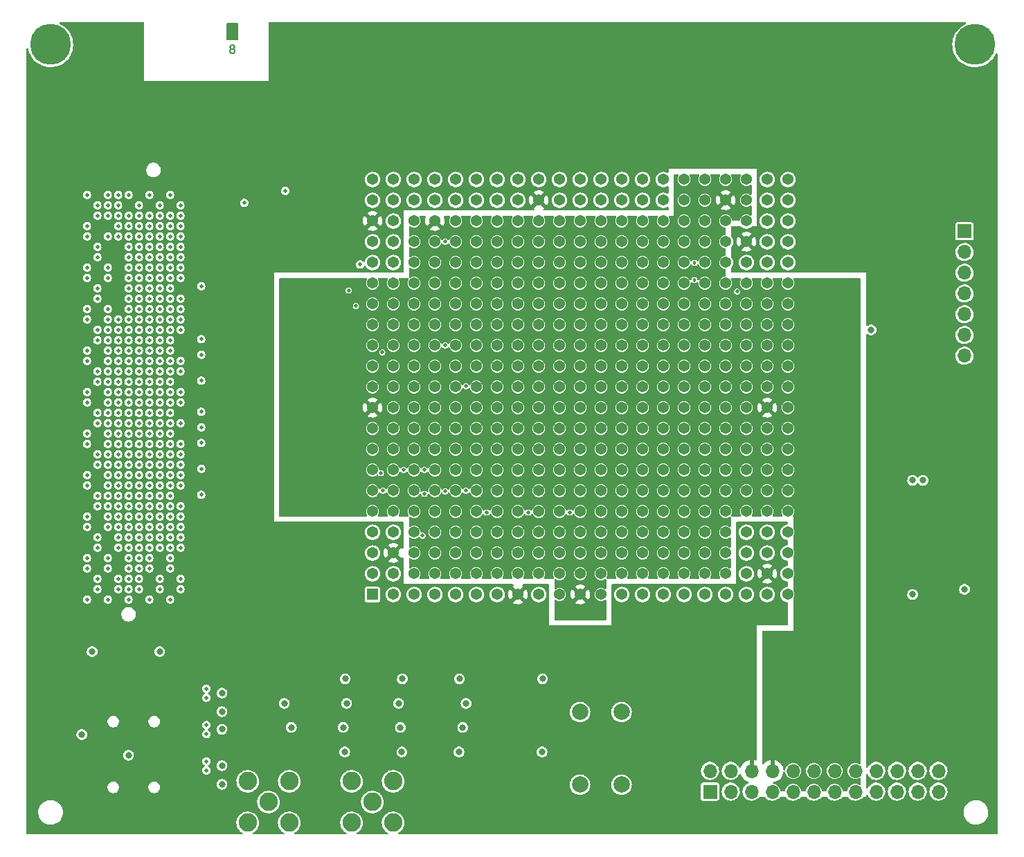
<source format=gbr>
%TF.GenerationSoftware,KiCad,Pcbnew,(6.0.9-0)*%
%TF.CreationDate,2022-12-19T14:05:17-05:00*%
%TF.ProjectId,ember-pcb,656d6265-722d-4706-9362-2e6b69636164,rev?*%
%TF.SameCoordinates,Original*%
%TF.FileFunction,Copper,L9,Inr*%
%TF.FilePolarity,Positive*%
%FSLAX46Y46*%
G04 Gerber Fmt 4.6, Leading zero omitted, Abs format (unit mm)*
G04 Created by KiCad (PCBNEW (6.0.9-0)) date 2022-12-19 14:05:17*
%MOMM*%
%LPD*%
G01*
G04 APERTURE LIST*
%TA.AperFunction,NonConductor*%
%ADD10C,0.200000*%
%TD*%
%ADD11C,0.150000*%
%TA.AperFunction,NonConductor*%
%ADD12C,0.150000*%
%TD*%
%TA.AperFunction,ComponentPad*%
%ADD13C,5.000000*%
%TD*%
%TA.AperFunction,ComponentPad*%
%ADD14R,1.700000X1.700000*%
%TD*%
%TA.AperFunction,ComponentPad*%
%ADD15O,1.700000X1.700000*%
%TD*%
%TA.AperFunction,ComponentPad*%
%ADD16C,2.000000*%
%TD*%
%TA.AperFunction,ComponentPad*%
%ADD17C,2.250000*%
%TD*%
%TA.AperFunction,ComponentPad*%
%ADD18C,0.500000*%
%TD*%
%TA.AperFunction,ComponentPad*%
%ADD19R,1.368000X1.368000*%
%TD*%
%TA.AperFunction,ComponentPad*%
%ADD20C,1.368000*%
%TD*%
%TA.AperFunction,ViaPad*%
%ADD21C,0.800000*%
%TD*%
%TA.AperFunction,ViaPad*%
%ADD22C,0.508000*%
%TD*%
%TA.AperFunction,ViaPad*%
%ADD23C,0.457200*%
%TD*%
G04 APERTURE END LIST*
D10*
X94010000Y-48470000D02*
X95280000Y-48470000D01*
X95280000Y-48470000D02*
X95280000Y-50375000D01*
X95280000Y-50375000D02*
X94010000Y-50375000D01*
X94010000Y-50375000D02*
X94010000Y-48470000D01*
G36*
X94010000Y-48470000D02*
G01*
X95280000Y-48470000D01*
X95280000Y-50375000D01*
X94010000Y-50375000D01*
X94010000Y-48470000D01*
G37*
D11*
D12*
X94549761Y-51525952D02*
X94454523Y-51478333D01*
X94406904Y-51430714D01*
X94359285Y-51335476D01*
X94359285Y-51287857D01*
X94406904Y-51192619D01*
X94454523Y-51145000D01*
X94549761Y-51097380D01*
X94740238Y-51097380D01*
X94835476Y-51145000D01*
X94883095Y-51192619D01*
X94930714Y-51287857D01*
X94930714Y-51335476D01*
X94883095Y-51430714D01*
X94835476Y-51478333D01*
X94740238Y-51525952D01*
X94549761Y-51525952D01*
X94454523Y-51573571D01*
X94406904Y-51621190D01*
X94359285Y-51716428D01*
X94359285Y-51906904D01*
X94406904Y-52002142D01*
X94454523Y-52049761D01*
X94549761Y-52097380D01*
X94740238Y-52097380D01*
X94835476Y-52049761D01*
X94883095Y-52002142D01*
X94930714Y-51906904D01*
X94930714Y-51716428D01*
X94883095Y-51621190D01*
X94835476Y-51573571D01*
X94740238Y-51525952D01*
D13*
%TO.N,GND*%
%TO.C,H1*%
X72420000Y-51010000D03*
%TD*%
D14*
%TO.N,/core_pwr*%
%TO.C,J3*%
X153060000Y-142455000D03*
D15*
%TO.N,/vdd_fsm*%
X153060000Y-139915000D03*
%TO.N,/core_pwr*%
X155600000Y-142455000D03*
%TO.N,/vdd*%
X155600000Y-139915000D03*
%TO.N,/core_pwr*%
X158140000Y-142455000D03*
%TO.N,/vdd_dac*%
X158140000Y-139915000D03*
%TO.N,/core_pwr*%
X160680000Y-142455000D03*
%TO.N,/vsa*%
X160680000Y-139915000D03*
%TO.N,unconnected-(J3-Pad9)*%
X163220000Y-142455000D03*
%TO.N,unconnected-(J3-Pad10)*%
X163220000Y-139915000D03*
%TO.N,/io_pwr*%
X165760000Y-142455000D03*
%TO.N,/vddio_fsm*%
X165760000Y-139915000D03*
%TO.N,/io_pwr*%
X168300000Y-142455000D03*
%TO.N,/vddio*%
X168300000Y-139915000D03*
%TO.N,/io_pwr*%
X170840000Y-142455000D03*
%TO.N,/vddio_dac*%
X170840000Y-139915000D03*
%TO.N,unconnected-(J3-Pad17)*%
X173380000Y-142455000D03*
%TO.N,unconnected-(J3-Pad18)*%
X173380000Y-139915000D03*
%TO.N,GND*%
X175920000Y-142455000D03*
X175920000Y-139915000D03*
X178460000Y-142455000D03*
X178460000Y-139915000D03*
X181000000Y-142455000D03*
X181000000Y-139915000D03*
%TD*%
D16*
%TO.N,Net-(C1-Pad1)*%
%TO.C,FB1*%
X137165000Y-132710000D03*
%TO.N,/core_pwr*%
X142245000Y-132710000D03*
%TD*%
D14*
%TO.N,/wl_source_pin*%
%TO.C,J4*%
X184180000Y-73865000D03*
D15*
%TO.N,/bl_source_pin*%
X184180000Y-76405000D03*
%TO.N,/sl_source_pin*%
X184180000Y-78945000D03*
%TO.N,/iref_test*%
X184180000Y-81485000D03*
%TO.N,/vdd_test*%
X184180000Y-84025000D03*
%TO.N,unconnected-(J4-Pad6)*%
X184180000Y-86565000D03*
%TO.N,GND*%
X184180000Y-89105000D03*
%TD*%
D16*
%TO.N,Net-(C6-Pad1)*%
%TO.C,FB2*%
X137165000Y-141600000D03*
%TO.N,/io_pwr*%
X142245000Y-141600000D03*
%TD*%
D17*
%TO.N,GND*%
%TO.C,J5*%
X99065000Y-143720000D03*
%TO.N,Net-(J5-Pad2)*%
X101605000Y-146260000D03*
X96525000Y-141180000D03*
X96525000Y-146260000D03*
X101605000Y-141180000D03*
%TD*%
D18*
%TO.N,GND*%
%TO.C,U4*%
X91475000Y-139835000D03*
X91475000Y-138735000D03*
%TD*%
D17*
%TO.N,GND*%
%TO.C,J2*%
X111765000Y-143720000D03*
%TO.N,Net-(J2-Pad2)*%
X114305000Y-141180000D03*
X114305000Y-146260000D03*
X109225000Y-141180000D03*
X109225000Y-146260000D03*
%TD*%
D19*
%TO.N,GND*%
%TO.C,U1*%
X111790000Y-118320000D03*
D20*
%TO.N,/di_36*%
X114330000Y-118320000D03*
%TO.N,/vddio_dac*%
X116870000Y-118320000D03*
%TO.N,/iref_test*%
X119410000Y-118320000D03*
%TO.N,/vdd_fsm*%
X121950000Y-118320000D03*
%TO.N,GND*%
X124490000Y-118320000D03*
%TO.N,/di_47*%
X127030000Y-118320000D03*
%TO.N,/vdd_dac*%
X129570000Y-118320000D03*
%TO.N,/vddio_dac*%
X132110000Y-118320000D03*
%TO.N,/vddio*%
X134650000Y-118320000D03*
%TO.N,/vsa*%
X137190000Y-118320000D03*
%TO.N,/read_ref_4*%
X139730000Y-118320000D03*
%TO.N,/rram_addr_0*%
X142270000Y-118320000D03*
%TO.N,/rram_addr_2*%
X144810000Y-118320000D03*
%TO.N,GND*%
X147350000Y-118320000D03*
%TO.N,/vdd_fsm*%
X149890000Y-118320000D03*
%TO.N,/rram_addr_10*%
X152430000Y-118320000D03*
%TO.N,/vddio_dac*%
X154970000Y-118320000D03*
%TO.N,GND*%
X157510000Y-118320000D03*
X160050000Y-118320000D03*
%TO.N,unconnected-(U1-PadA21)*%
X162590000Y-118320000D03*
%TO.N,/vddio*%
X111790000Y-115780000D03*
%TO.N,/di_34*%
X114330000Y-115780000D03*
%TO.N,/vddio_fsm*%
X116870000Y-115780000D03*
%TO.N,/vddio*%
X119410000Y-115780000D03*
%TO.N,/vdd*%
X121950000Y-115780000D03*
%TO.N,/vdd_test*%
X124490000Y-115780000D03*
%TO.N,/vddio_fsm*%
X127030000Y-115780000D03*
%TO.N,GND*%
X129570000Y-115780000D03*
%TO.N,/sa_en*%
X132110000Y-115780000D03*
%TO.N,/read_ref_1*%
X134650000Y-115780000D03*
%TO.N,/read_ref_2*%
X137190000Y-115780000D03*
%TO.N,/rram_addr_1*%
X139730000Y-115780000D03*
%TO.N,/vddio_fsm*%
X142270000Y-115780000D03*
%TO.N,/rram_addr_6*%
X144810000Y-115780000D03*
%TO.N,/vdd*%
X147350000Y-115780000D03*
%TO.N,/vddio*%
X149890000Y-115780000D03*
%TO.N,/vddio_fsm*%
X152430000Y-115780000D03*
%TO.N,/sl_en*%
X154970000Y-115780000D03*
%TO.N,/read_dac_config_0*%
X157510000Y-115780000D03*
%TO.N,/vdd_dac*%
X160050000Y-115780000D03*
%TO.N,unconnected-(U1-PadB21)*%
X162590000Y-115780000D03*
%TO.N,/vddio_fsm*%
X111790000Y-113240000D03*
%TO.N,/vdd_dac*%
X114330000Y-113240000D03*
%TO.N,GND*%
X116870000Y-113240000D03*
%TO.N,/di_37*%
X119410000Y-113240000D03*
%TO.N,/di_39*%
X121950000Y-113240000D03*
%TO.N,/di_41*%
X124490000Y-113240000D03*
%TO.N,/di_42*%
X127030000Y-113240000D03*
%TO.N,/di_44*%
X129570000Y-113240000D03*
%TO.N,/di_45*%
X132110000Y-113240000D03*
%TO.N,/set_rst*%
X134650000Y-113240000D03*
%TO.N,/read_ref_5*%
X137190000Y-113240000D03*
%TO.N,/rram_addr_4*%
X139730000Y-113240000D03*
%TO.N,/rram_addr_5*%
X142270000Y-113240000D03*
%TO.N,/rram_addr_8*%
X144810000Y-113240000D03*
%TO.N,/rram_addr_11*%
X147350000Y-113240000D03*
%TO.N,/rram_addr_13*%
X149890000Y-113240000D03*
%TO.N,/rram_addr_15*%
X152430000Y-113240000D03*
%TO.N,GND*%
X154970000Y-113240000D03*
%TO.N,/vddio*%
X157510000Y-113240000D03*
%TO.N,/vdd*%
X160050000Y-113240000D03*
%TO.N,unconnected-(U1-PadC21)*%
X162590000Y-113240000D03*
%TO.N,/di_27*%
X111790000Y-110700000D03*
%TO.N,/vdd*%
X114330000Y-110700000D03*
%TO.N,/di_32*%
X116870000Y-110700000D03*
%TO.N,/di_33*%
X119410000Y-110700000D03*
%TO.N,/di_35*%
X121950000Y-110700000D03*
%TO.N,/di_38*%
X124490000Y-110700000D03*
%TO.N,/di_40*%
X127030000Y-110700000D03*
%TO.N,/di_43*%
X129570000Y-110700000D03*
%TO.N,/di_46*%
X132110000Y-110700000D03*
%TO.N,/read_ref_0*%
X134650000Y-110700000D03*
%TO.N,/read_ref_3*%
X137190000Y-110700000D03*
%TO.N,/rram_addr_3*%
X139730000Y-110700000D03*
%TO.N,/rram_addr_7*%
X142270000Y-110700000D03*
%TO.N,/rram_addr_9*%
X144810000Y-110700000D03*
%TO.N,/rram_addr_12*%
X147350000Y-110700000D03*
%TO.N,/rram_addr_14*%
X149890000Y-110700000D03*
%TO.N,/we*%
X152430000Y-110700000D03*
%TO.N,/read_dac_config_2*%
X154970000Y-110700000D03*
%TO.N,/vddio_fsm*%
X157510000Y-110700000D03*
%TO.N,/vddio_dac*%
X160050000Y-110700000D03*
%TO.N,unconnected-(U1-PadD21)*%
X162590000Y-110700000D03*
%TO.N,/di_23*%
X111790000Y-108160000D03*
%TO.N,/vddio_dac*%
X114330000Y-108160000D03*
%TO.N,/di_30*%
X116870000Y-108160000D03*
%TO.N,/di_31*%
X119410000Y-108160000D03*
%TO.N,unconnected-(U1-PadE5)*%
X121950000Y-108160000D03*
%TO.N,unconnected-(U1-PadE6)*%
X124490000Y-108160000D03*
%TO.N,unconnected-(U1-PadE7)*%
X127030000Y-108160000D03*
%TO.N,unconnected-(U1-PadE8)*%
X129570000Y-108160000D03*
%TO.N,unconnected-(U1-PadE9)*%
X132110000Y-108160000D03*
%TO.N,unconnected-(U1-PadE10)*%
X134650000Y-108160000D03*
%TO.N,unconnected-(U1-PadE11)*%
X137190000Y-108160000D03*
%TO.N,unconnected-(U1-PadE12)*%
X139730000Y-108160000D03*
%TO.N,unconnected-(U1-PadE13)*%
X142270000Y-108160000D03*
%TO.N,unconnected-(U1-PadE14)*%
X144810000Y-108160000D03*
%TO.N,unconnected-(U1-PadE15)*%
X147350000Y-108160000D03*
%TO.N,unconnected-(U1-PadE16)*%
X149890000Y-108160000D03*
%TO.N,/read_dac_config_1*%
X152430000Y-108160000D03*
%TO.N,/wl_dac_config_0*%
X154970000Y-108160000D03*
%TO.N,/wl_dac_config_3*%
X157510000Y-108160000D03*
%TO.N,/wl_dac_config_5*%
X160050000Y-108160000D03*
%TO.N,unconnected-(U1-PadE21)*%
X162590000Y-108160000D03*
%TO.N,/vddio_fsm*%
X111790000Y-105620000D03*
%TO.N,/di_25*%
X114330000Y-105620000D03*
%TO.N,/di_28*%
X116870000Y-105620000D03*
%TO.N,/di_29*%
X119410000Y-105620000D03*
%TO.N,unconnected-(U1-PadF5)*%
X121950000Y-105620000D03*
%TO.N,unconnected-(U1-PadF6)*%
X124490000Y-105620000D03*
%TO.N,unconnected-(U1-PadF7)*%
X127030000Y-105620000D03*
%TO.N,unconnected-(U1-PadF8)*%
X129570000Y-105620000D03*
%TO.N,unconnected-(U1-PadF9)*%
X132110000Y-105620000D03*
%TO.N,unconnected-(U1-PadF10)*%
X134650000Y-105620000D03*
%TO.N,unconnected-(U1-PadF11)*%
X137190000Y-105620000D03*
%TO.N,unconnected-(U1-PadF12)*%
X139730000Y-105620000D03*
%TO.N,unconnected-(U1-PadF13)*%
X142270000Y-105620000D03*
%TO.N,unconnected-(U1-PadF14)*%
X144810000Y-105620000D03*
%TO.N,unconnected-(U1-PadF15)*%
X147350000Y-105620000D03*
%TO.N,unconnected-(U1-PadF16)*%
X149890000Y-105620000D03*
%TO.N,/read_dac_config_3*%
X152430000Y-105620000D03*
%TO.N,/wl_dac_config_2*%
X154970000Y-105620000D03*
%TO.N,/wl_dac_config_7*%
X157510000Y-105620000D03*
%TO.N,/vdd_fsm*%
X160050000Y-105620000D03*
%TO.N,unconnected-(U1-PadF21)*%
X162590000Y-105620000D03*
%TO.N,/di_18*%
X111790000Y-103080000D03*
%TO.N,/vdd_fsm*%
X114330000Y-103080000D03*
%TO.N,/di_24*%
X116870000Y-103080000D03*
%TO.N,/di_26*%
X119410000Y-103080000D03*
%TO.N,unconnected-(U1-PadG5)*%
X121950000Y-103080000D03*
%TO.N,unconnected-(U1-PadG6)*%
X124490000Y-103080000D03*
%TO.N,unconnected-(U1-PadG7)*%
X127030000Y-103080000D03*
%TO.N,unconnected-(U1-PadG8)*%
X129570000Y-103080000D03*
%TO.N,unconnected-(U1-PadG9)*%
X132110000Y-103080000D03*
%TO.N,unconnected-(U1-PadG10)*%
X134650000Y-103080000D03*
%TO.N,unconnected-(U1-PadG11)*%
X137190000Y-103080000D03*
%TO.N,unconnected-(U1-PadG12)*%
X139730000Y-103080000D03*
%TO.N,unconnected-(U1-PadG13)*%
X142270000Y-103080000D03*
%TO.N,unconnected-(U1-PadG14)*%
X144810000Y-103080000D03*
%TO.N,unconnected-(U1-PadG15)*%
X147350000Y-103080000D03*
%TO.N,unconnected-(U1-PadG16)*%
X149890000Y-103080000D03*
%TO.N,/wl_dac_config_1*%
X152430000Y-103080000D03*
%TO.N,/wl_dac_config_4*%
X154970000Y-103080000D03*
%TO.N,/vddio_fsm*%
X157510000Y-103080000D03*
%TO.N,GND*%
X160050000Y-103080000D03*
%TO.N,unconnected-(U1-PadG21)*%
X162590000Y-103080000D03*
%TO.N,/di_16*%
X111790000Y-100540000D03*
%TO.N,GND*%
X114330000Y-100540000D03*
%TO.N,/di_21*%
X116870000Y-100540000D03*
%TO.N,/di_22*%
X119410000Y-100540000D03*
%TO.N,unconnected-(U1-PadH5)*%
X121950000Y-100540000D03*
%TO.N,unconnected-(U1-PadH6)*%
X124490000Y-100540000D03*
%TO.N,unconnected-(U1-PadH7)*%
X127030000Y-100540000D03*
%TO.N,unconnected-(U1-PadH8)*%
X129570000Y-100540000D03*
%TO.N,unconnected-(U1-PadH9)*%
X132110000Y-100540000D03*
%TO.N,unconnected-(U1-PadH10)*%
X134650000Y-100540000D03*
%TO.N,unconnected-(U1-PadH11)*%
X137190000Y-100540000D03*
%TO.N,unconnected-(U1-PadH12)*%
X139730000Y-100540000D03*
%TO.N,unconnected-(U1-PadH13)*%
X142270000Y-100540000D03*
%TO.N,unconnected-(U1-PadH14)*%
X144810000Y-100540000D03*
%TO.N,unconnected-(U1-PadH15)*%
X147350000Y-100540000D03*
%TO.N,unconnected-(U1-PadH16)*%
X149890000Y-100540000D03*
%TO.N,/wl_dac_config_6*%
X152430000Y-100540000D03*
%TO.N,/wl_dac_en*%
X154970000Y-100540000D03*
%TO.N,/wl_source_pin*%
X157510000Y-100540000D03*
%TO.N,/sa_do_2*%
X160050000Y-100540000D03*
%TO.N,unconnected-(U1-PadH21)*%
X162590000Y-100540000D03*
%TO.N,/di_14*%
X111790000Y-98000000D03*
%TO.N,/di_17*%
X114330000Y-98000000D03*
%TO.N,/di_20*%
X116870000Y-98000000D03*
%TO.N,/di_19*%
X119410000Y-98000000D03*
%TO.N,unconnected-(U1-PadJ5)*%
X121950000Y-98000000D03*
%TO.N,unconnected-(U1-PadJ6)*%
X124490000Y-98000000D03*
%TO.N,unconnected-(U1-PadJ7)*%
X127030000Y-98000000D03*
%TO.N,unconnected-(U1-PadJ8)*%
X129570000Y-98000000D03*
%TO.N,unconnected-(U1-PadJ9)*%
X132110000Y-98000000D03*
%TO.N,unconnected-(U1-PadJ10)*%
X134650000Y-98000000D03*
%TO.N,unconnected-(U1-PadJ11)*%
X137190000Y-98000000D03*
%TO.N,unconnected-(U1-PadJ12)*%
X139730000Y-98000000D03*
%TO.N,unconnected-(U1-PadJ13)*%
X142270000Y-98000000D03*
%TO.N,unconnected-(U1-PadJ14)*%
X144810000Y-98000000D03*
%TO.N,unconnected-(U1-PadJ15)*%
X147350000Y-98000000D03*
%TO.N,unconnected-(U1-PadJ16)*%
X149890000Y-98000000D03*
%TO.N,/bleed_en*%
X152430000Y-98000000D03*
%TO.N,/wl_en*%
X154970000Y-98000000D03*
%TO.N,/sa_do_0*%
X157510000Y-98000000D03*
%TO.N,/sa_do_4*%
X160050000Y-98000000D03*
%TO.N,unconnected-(U1-PadJ21)*%
X162590000Y-98000000D03*
%TO.N,/vsa*%
X111790000Y-95460000D03*
%TO.N,/di_12*%
X114330000Y-95460000D03*
%TO.N,/di_15*%
X116870000Y-95460000D03*
%TO.N,/di_13*%
X119410000Y-95460000D03*
%TO.N,unconnected-(U1-PadK5)*%
X121950000Y-95460000D03*
%TO.N,unconnected-(U1-PadK6)*%
X124490000Y-95460000D03*
%TO.N,unconnected-(U1-PadK7)*%
X127030000Y-95460000D03*
%TO.N,unconnected-(U1-PadK8)*%
X129570000Y-95460000D03*
%TO.N,unconnected-(U1-PadK9)*%
X132110000Y-95460000D03*
%TO.N,unconnected-(U1-PadK10)*%
X134650000Y-95460000D03*
%TO.N,unconnected-(U1-PadK11)*%
X137190000Y-95460000D03*
%TO.N,unconnected-(U1-PadK12)*%
X139730000Y-95460000D03*
%TO.N,unconnected-(U1-PadK13)*%
X142270000Y-95460000D03*
%TO.N,unconnected-(U1-PadK14)*%
X144810000Y-95460000D03*
%TO.N,unconnected-(U1-PadK15)*%
X147350000Y-95460000D03*
%TO.N,unconnected-(U1-PadK16)*%
X149890000Y-95460000D03*
%TO.N,/sa_do_3*%
X152430000Y-95460000D03*
%TO.N,/sa_do_1*%
X154970000Y-95460000D03*
%TO.N,/sa_do_5*%
X157510000Y-95460000D03*
%TO.N,/vsa*%
X160050000Y-95460000D03*
%TO.N,unconnected-(U1-PadK21)*%
X162590000Y-95460000D03*
%TO.N,/vdd*%
X111790000Y-92920000D03*
%TO.N,/di_11*%
X114330000Y-92920000D03*
%TO.N,/di_9*%
X116870000Y-92920000D03*
%TO.N,/di_10*%
X119410000Y-92920000D03*
%TO.N,unconnected-(U1-PadL5)*%
X121950000Y-92920000D03*
%TO.N,unconnected-(U1-PadL6)*%
X124490000Y-92920000D03*
%TO.N,unconnected-(U1-PadL7)*%
X127030000Y-92920000D03*
%TO.N,unconnected-(U1-PadL8)*%
X129570000Y-92920000D03*
%TO.N,unconnected-(U1-PadL9)*%
X132110000Y-92920000D03*
%TO.N,unconnected-(U1-PadL10)*%
X134650000Y-92920000D03*
%TO.N,unconnected-(U1-PadL11)*%
X137190000Y-92920000D03*
%TO.N,unconnected-(U1-PadL12)*%
X139730000Y-92920000D03*
%TO.N,unconnected-(U1-PadL13)*%
X142270000Y-92920000D03*
%TO.N,unconnected-(U1-PadL14)*%
X144810000Y-92920000D03*
%TO.N,unconnected-(U1-PadL15)*%
X147350000Y-92920000D03*
%TO.N,unconnected-(U1-PadL16)*%
X149890000Y-92920000D03*
%TO.N,/sa_do_7*%
X152430000Y-92920000D03*
%TO.N,/sa_do_8*%
X154970000Y-92920000D03*
%TO.N,/sa_do_6*%
X157510000Y-92920000D03*
%TO.N,/vdd*%
X160050000Y-92920000D03*
%TO.N,unconnected-(U1-PadL21)*%
X162590000Y-92920000D03*
%TO.N,/vddio_dac*%
X111790000Y-90380000D03*
%TO.N,/di_7*%
X114330000Y-90380000D03*
%TO.N,/di_5*%
X116870000Y-90380000D03*
%TO.N,/di_6*%
X119410000Y-90380000D03*
%TO.N,unconnected-(U1-PadM5)*%
X121950000Y-90380000D03*
%TO.N,unconnected-(U1-PadM6)*%
X124490000Y-90380000D03*
%TO.N,unconnected-(U1-PadM7)*%
X127030000Y-90380000D03*
%TO.N,unconnected-(U1-PadM8)*%
X129570000Y-90380000D03*
%TO.N,unconnected-(U1-PadM9)*%
X132110000Y-90380000D03*
%TO.N,unconnected-(U1-PadM10)*%
X134650000Y-90380000D03*
%TO.N,unconnected-(U1-PadM11)*%
X137190000Y-90380000D03*
%TO.N,unconnected-(U1-PadM12)*%
X139730000Y-90380000D03*
%TO.N,unconnected-(U1-PadM13)*%
X142270000Y-90380000D03*
%TO.N,unconnected-(U1-PadM14)*%
X144810000Y-90380000D03*
%TO.N,unconnected-(U1-PadM15)*%
X147350000Y-90380000D03*
%TO.N,unconnected-(U1-PadM16)*%
X149890000Y-90380000D03*
%TO.N,/sa_do_11*%
X152430000Y-90380000D03*
%TO.N,/sa_do_12*%
X154970000Y-90380000D03*
%TO.N,/sa_do_9*%
X157510000Y-90380000D03*
%TO.N,/vddio_dac*%
X160050000Y-90380000D03*
%TO.N,unconnected-(U1-PadM21)*%
X162590000Y-90380000D03*
%TO.N,/vddio*%
X111790000Y-87840000D03*
%TO.N,/di_8*%
X114330000Y-87840000D03*
%TO.N,/di_4*%
X116870000Y-87840000D03*
%TO.N,/di_2*%
X119410000Y-87840000D03*
%TO.N,unconnected-(U1-PadN5)*%
X121950000Y-87840000D03*
%TO.N,unconnected-(U1-PadN6)*%
X124490000Y-87840000D03*
%TO.N,unconnected-(U1-PadN7)*%
X127030000Y-87840000D03*
%TO.N,unconnected-(U1-PadN8)*%
X129570000Y-87840000D03*
%TO.N,unconnected-(U1-PadN9)*%
X132110000Y-87840000D03*
%TO.N,unconnected-(U1-PadN10)*%
X134650000Y-87840000D03*
%TO.N,unconnected-(U1-PadN11)*%
X137190000Y-87840000D03*
%TO.N,unconnected-(U1-PadN12)*%
X139730000Y-87840000D03*
%TO.N,unconnected-(U1-PadN13)*%
X142270000Y-87840000D03*
%TO.N,unconnected-(U1-PadN14)*%
X144810000Y-87840000D03*
%TO.N,unconnected-(U1-PadN15)*%
X147350000Y-87840000D03*
%TO.N,unconnected-(U1-PadN16)*%
X149890000Y-87840000D03*
%TO.N,/sa_do_14*%
X152430000Y-87840000D03*
%TO.N,/sa_do_13*%
X154970000Y-87840000D03*
%TO.N,GND*%
X157510000Y-87840000D03*
%TO.N,/vddio*%
X160050000Y-87840000D03*
%TO.N,unconnected-(U1-PadN21)*%
X162590000Y-87840000D03*
%TO.N,GND*%
X111790000Y-85300000D03*
%TO.N,/vddio_fsm*%
X114330000Y-85300000D03*
%TO.N,/di_0*%
X116870000Y-85300000D03*
%TO.N,/clamp_ref_5*%
X119410000Y-85300000D03*
%TO.N,unconnected-(U1-PadP5)*%
X121950000Y-85300000D03*
%TO.N,unconnected-(U1-PadP6)*%
X124490000Y-85300000D03*
%TO.N,unconnected-(U1-PadP7)*%
X127030000Y-85300000D03*
%TO.N,unconnected-(U1-PadP8)*%
X129570000Y-85300000D03*
%TO.N,unconnected-(U1-PadP9)*%
X132110000Y-85300000D03*
%TO.N,unconnected-(U1-PadP10)*%
X134650000Y-85300000D03*
%TO.N,unconnected-(U1-PadP11)*%
X137190000Y-85300000D03*
%TO.N,unconnected-(U1-PadP12)*%
X139730000Y-85300000D03*
%TO.N,unconnected-(U1-PadP13)*%
X142270000Y-85300000D03*
%TO.N,unconnected-(U1-PadP14)*%
X144810000Y-85300000D03*
%TO.N,unconnected-(U1-PadP15)*%
X147350000Y-85300000D03*
%TO.N,unconnected-(U1-PadP16)*%
X149890000Y-85300000D03*
%TO.N,/sa_do_18*%
X152430000Y-85300000D03*
%TO.N,/sa_do_16*%
X154970000Y-85300000D03*
%TO.N,/vdd_fsm*%
X157510000Y-85300000D03*
%TO.N,/sa_do_10*%
X160050000Y-85300000D03*
%TO.N,unconnected-(U1-PadP21)*%
X162590000Y-85300000D03*
%TO.N,/vdd_fsm*%
X111790000Y-82760000D03*
%TO.N,/di_3*%
X114330000Y-82760000D03*
%TO.N,/rst_n*%
X116870000Y-82760000D03*
%TO.N,/clamp_ref_3*%
X119410000Y-82760000D03*
%TO.N,unconnected-(U1-PadR5)*%
X121950000Y-82760000D03*
%TO.N,unconnected-(U1-PadR6)*%
X124490000Y-82760000D03*
%TO.N,unconnected-(U1-PadR7)*%
X127030000Y-82760000D03*
%TO.N,unconnected-(U1-PadR8)*%
X129570000Y-82760000D03*
%TO.N,unconnected-(U1-PadR9)*%
X132110000Y-82760000D03*
%TO.N,unconnected-(U1-PadR10)*%
X134650000Y-82760000D03*
%TO.N,unconnected-(U1-PadR11)*%
X137190000Y-82760000D03*
%TO.N,unconnected-(U1-PadR12)*%
X139730000Y-82760000D03*
%TO.N,unconnected-(U1-PadR13)*%
X142270000Y-82760000D03*
%TO.N,unconnected-(U1-PadR14)*%
X144810000Y-82760000D03*
%TO.N,unconnected-(U1-PadR15)*%
X147350000Y-82760000D03*
%TO.N,unconnected-(U1-PadR16)*%
X149890000Y-82760000D03*
%TO.N,/sa_do_21*%
X152430000Y-82760000D03*
%TO.N,/sa_do_20*%
X154970000Y-82760000D03*
%TO.N,/sa_do_17*%
X157510000Y-82760000D03*
%TO.N,/vddio_fsm*%
X160050000Y-82760000D03*
%TO.N,unconnected-(U1-PadR21)*%
X162590000Y-82760000D03*
%TO.N,/di_1*%
X111790000Y-80220000D03*
%TO.N,/bl_en*%
X114330000Y-80220000D03*
%TO.N,/clamp_ref_4*%
X116870000Y-80220000D03*
%TO.N,/clamp_ref_1*%
X119410000Y-80220000D03*
%TO.N,unconnected-(U1-PadS5)*%
X121950000Y-80220000D03*
%TO.N,unconnected-(U1-PadS6)*%
X124490000Y-80220000D03*
%TO.N,unconnected-(U1-PadS7)*%
X127030000Y-80220000D03*
%TO.N,unconnected-(U1-PadS8)*%
X129570000Y-80220000D03*
%TO.N,unconnected-(U1-PadS9)*%
X132110000Y-80220000D03*
%TO.N,unconnected-(U1-PadS10)*%
X134650000Y-80220000D03*
%TO.N,unconnected-(U1-PadS11)*%
X137190000Y-80220000D03*
%TO.N,unconnected-(U1-PadS12)*%
X139730000Y-80220000D03*
%TO.N,unconnected-(U1-PadS13)*%
X142270000Y-80220000D03*
%TO.N,unconnected-(U1-PadS14)*%
X144810000Y-80220000D03*
%TO.N,unconnected-(U1-PadS15)*%
X147350000Y-80220000D03*
%TO.N,unconnected-(U1-PadS16)*%
X149890000Y-80220000D03*
%TO.N,/sa_do_23*%
X152430000Y-80220000D03*
%TO.N,/sa_do_22*%
X154970000Y-80220000D03*
%TO.N,/vddio_dac*%
X157510000Y-80220000D03*
%TO.N,/sa_do_15*%
X160050000Y-80220000D03*
%TO.N,unconnected-(U1-PadS21)*%
X162590000Y-80220000D03*
%TO.N,/vddio_dac*%
X111790000Y-77680000D03*
%TO.N,/vddio_fsm*%
X114330000Y-77680000D03*
%TO.N,/clamp_ref_2*%
X116870000Y-77680000D03*
%TO.N,/bsl_dac_en*%
X119410000Y-77680000D03*
%TO.N,/bsl_dac_config_4*%
X121950000Y-77680000D03*
%TO.N,/bsl_dac_config_2*%
X124490000Y-77680000D03*
%TO.N,/bsl_dac_config_0*%
X127030000Y-77680000D03*
%TO.N,/mclk_pause*%
X129570000Y-77680000D03*
%TO.N,/mosi*%
X132110000Y-77680000D03*
%TO.N,/heartbeat*%
X134650000Y-77680000D03*
%TO.N,/sa_do_45*%
X137190000Y-77680000D03*
%TO.N,/sa_do_39*%
X139730000Y-77680000D03*
%TO.N,/sa_do_36*%
X142270000Y-77680000D03*
%TO.N,/sa_do_32*%
X144810000Y-77680000D03*
%TO.N,/sa_do_29*%
X147350000Y-77680000D03*
%TO.N,/sa_do_27*%
X149890000Y-77680000D03*
%TO.N,/sa_do_25*%
X152430000Y-77680000D03*
%TO.N,/sa_do_24*%
X154970000Y-77680000D03*
%TO.N,/vdd*%
X157510000Y-77680000D03*
%TO.N,/sa_do_19*%
X160050000Y-77680000D03*
%TO.N,unconnected-(U1-PadT21)*%
X162590000Y-77680000D03*
%TO.N,/vdd*%
X111790000Y-75140000D03*
%TO.N,/vddio*%
X114330000Y-75140000D03*
%TO.N,GND*%
X116870000Y-75140000D03*
%TO.N,/read_dac_en*%
X119410000Y-75140000D03*
%TO.N,/bsl_dac_config_3*%
X121950000Y-75140000D03*
%TO.N,/bsl_dac_config_1*%
X124490000Y-75140000D03*
%TO.N,/aclk*%
X127030000Y-75140000D03*
%TO.N,/sclk*%
X129570000Y-75140000D03*
%TO.N,/sc*%
X132110000Y-75140000D03*
%TO.N,/man*%
X134650000Y-75140000D03*
%TO.N,/sa_do_43*%
X137190000Y-75140000D03*
%TO.N,/sa_do_38*%
X139730000Y-75140000D03*
%TO.N,/sa_do_37*%
X142270000Y-75140000D03*
%TO.N,/sa_do_34*%
X144810000Y-75140000D03*
%TO.N,/sa_do_33*%
X147350000Y-75140000D03*
%TO.N,/sa_do_30*%
X149890000Y-75140000D03*
%TO.N,/sa_do_28*%
X152430000Y-75140000D03*
%TO.N,GND*%
X154970000Y-75140000D03*
%TO.N,/vdd_dac*%
X157510000Y-75140000D03*
%TO.N,/vddio_fsm*%
X160050000Y-75140000D03*
%TO.N,unconnected-(U1-PadU21)*%
X162590000Y-75140000D03*
%TO.N,/vdd_dac*%
X111790000Y-72600000D03*
%TO.N,/clamp_ref_0*%
X114330000Y-72600000D03*
%TO.N,/vddio*%
X116870000Y-72600000D03*
%TO.N,/vsa*%
X119410000Y-72600000D03*
%TO.N,/vdd_fsm*%
X121950000Y-72600000D03*
%TO.N,/sl_source_pin*%
X124490000Y-72600000D03*
%TO.N,GND*%
X127030000Y-72600000D03*
%TO.N,/vddio_fsm*%
X129570000Y-72600000D03*
%TO.N,/miso*%
X132110000Y-72600000D03*
%TO.N,/sa_rdy*%
X134650000Y-72600000D03*
%TO.N,/sa_do_47*%
X137190000Y-72600000D03*
%TO.N,/sa_do_41*%
X139730000Y-72600000D03*
%TO.N,/sa_do_42*%
X142270000Y-72600000D03*
%TO.N,/vdd*%
X144810000Y-72600000D03*
%TO.N,/vddio_fsm*%
X147350000Y-72600000D03*
%TO.N,/vddio_dac*%
X149890000Y-72600000D03*
%TO.N,/sa_do_31*%
X152430000Y-72600000D03*
%TO.N,/vddio_fsm*%
X154970000Y-72600000D03*
%TO.N,/sa_do_26*%
X157510000Y-72600000D03*
%TO.N,/vddio*%
X160050000Y-72600000D03*
%TO.N,unconnected-(U1-PadV21)*%
X162590000Y-72600000D03*
%TO.N,GND*%
X111790000Y-70060000D03*
%TO.N,/vddio_fsm*%
X114330000Y-70060000D03*
%TO.N,/bl_source_pin*%
X116870000Y-70060000D03*
%TO.N,/vddio_dac*%
X119410000Y-70060000D03*
%TO.N,/vddio_fsm*%
X121950000Y-70060000D03*
%TO.N,/vdd*%
X124490000Y-70060000D03*
%TO.N,/sa_clk*%
X127030000Y-70060000D03*
%TO.N,/byp*%
X129570000Y-70060000D03*
%TO.N,/vdd_dac*%
X132110000Y-70060000D03*
%TO.N,/vddio_dac*%
X134650000Y-70060000D03*
%TO.N,/vddio*%
X137190000Y-70060000D03*
%TO.N,/sa_do_46*%
X139730000Y-70060000D03*
%TO.N,/sa_do_44*%
X142270000Y-70060000D03*
%TO.N,/sa_do_40*%
X144810000Y-70060000D03*
%TO.N,GND*%
X147350000Y-70060000D03*
%TO.N,/sa_do_35*%
X149890000Y-70060000D03*
%TO.N,/vdd_fsm*%
X152430000Y-70060000D03*
%TO.N,/vsa*%
X154970000Y-70060000D03*
%TO.N,/vddio*%
X157510000Y-70060000D03*
%TO.N,GND*%
X160050000Y-70060000D03*
%TO.N,unconnected-(U1-PadW21)*%
X162590000Y-70060000D03*
%TO.N,unconnected-(U1-PadX1)*%
X111790000Y-67520000D03*
%TO.N,unconnected-(U1-PadX2)*%
X114330000Y-67520000D03*
%TO.N,unconnected-(U1-PadX3)*%
X116870000Y-67520000D03*
%TO.N,unconnected-(U1-PadX4)*%
X119410000Y-67520000D03*
%TO.N,unconnected-(U1-PadX5)*%
X121950000Y-67520000D03*
%TO.N,unconnected-(U1-PadX6)*%
X124490000Y-67520000D03*
%TO.N,unconnected-(U1-PadX7)*%
X127030000Y-67520000D03*
%TO.N,unconnected-(U1-PadX8)*%
X129570000Y-67520000D03*
%TO.N,unconnected-(U1-PadX9)*%
X132110000Y-67520000D03*
%TO.N,unconnected-(U1-PadX10)*%
X134650000Y-67520000D03*
%TO.N,unconnected-(U1-PadX11)*%
X137190000Y-67520000D03*
%TO.N,unconnected-(U1-PadX12)*%
X139730000Y-67520000D03*
%TO.N,unconnected-(U1-PadX13)*%
X142270000Y-67520000D03*
%TO.N,unconnected-(U1-PadX14)*%
X144810000Y-67520000D03*
%TO.N,unconnected-(U1-PadX15)*%
X147350000Y-67520000D03*
%TO.N,unconnected-(U1-PadX16)*%
X149890000Y-67520000D03*
%TO.N,unconnected-(U1-PadX17)*%
X152430000Y-67520000D03*
%TO.N,unconnected-(U1-PadX18)*%
X154970000Y-67520000D03*
%TO.N,unconnected-(U1-PadX19)*%
X157510000Y-67520000D03*
%TO.N,unconnected-(U1-PadX20)*%
X160050000Y-67520000D03*
%TO.N,unconnected-(U1-PadX21)*%
X162590000Y-67520000D03*
%TD*%
D18*
%TO.N,GND*%
%TO.C,U2*%
X91475000Y-129845000D03*
X91475000Y-130945000D03*
%TD*%
D13*
%TO.N,GND*%
%TO.C,H2*%
X185450000Y-51010000D03*
%TD*%
D18*
%TO.N,GND*%
%TO.C,U3*%
X91475000Y-134290000D03*
X91475000Y-135390000D03*
%TD*%
D21*
%TO.N,Net-(J1-PadD1)*%
X85755000Y-125305000D03*
%TO.N,Net-(J2-Pad2)*%
X76235000Y-135460000D03*
D22*
%TO.N,GND*%
X87025000Y-94825000D03*
X76865000Y-110065000D03*
X83215000Y-82125000D03*
D21*
X93380000Y-130395000D03*
D22*
X85755000Y-108795000D03*
X83215000Y-112605000D03*
X87025000Y-69425000D03*
X78135000Y-116415000D03*
X79405000Y-89745000D03*
D21*
X108215000Y-134595000D03*
D22*
X88295000Y-108795000D03*
X79405000Y-69425000D03*
X85755000Y-93555000D03*
X85755000Y-116415000D03*
X80675000Y-73235000D03*
X85755000Y-74505000D03*
X84485000Y-115145000D03*
X80675000Y-92285000D03*
X87025000Y-83395000D03*
X78135000Y-101175000D03*
X87025000Y-113875000D03*
X78135000Y-91015000D03*
X78135000Y-85935000D03*
X88295000Y-70695000D03*
D21*
X123225000Y-131650000D03*
D22*
X88295000Y-93555000D03*
X79405000Y-99905000D03*
X76865000Y-69425000D03*
X83215000Y-89745000D03*
X87025000Y-115145000D03*
X81945000Y-113875000D03*
X78135000Y-96095000D03*
X88295000Y-112605000D03*
X87025000Y-79585000D03*
X76865000Y-103715000D03*
X85755000Y-112605000D03*
X81945000Y-102445000D03*
X81945000Y-87205000D03*
X87025000Y-118955000D03*
X78135000Y-106255000D03*
X85755000Y-101175000D03*
X88295000Y-116415000D03*
X80675000Y-88475000D03*
X84485000Y-110065000D03*
X80675000Y-99905000D03*
X79405000Y-115145000D03*
X84485000Y-94825000D03*
X81945000Y-71965000D03*
X83215000Y-70695000D03*
X79405000Y-113875000D03*
X79405000Y-118955000D03*
D21*
X115200000Y-134595000D03*
D22*
X81945000Y-118955000D03*
X81945000Y-94825000D03*
X87025000Y-87205000D03*
X84485000Y-106255000D03*
X85755000Y-78315000D03*
X85755000Y-97365000D03*
X81945000Y-69425000D03*
X76865000Y-94825000D03*
X88295000Y-74505000D03*
X78135000Y-107525000D03*
X81945000Y-91015000D03*
X88295000Y-82125000D03*
X76865000Y-89745000D03*
X85755000Y-70695000D03*
X78135000Y-102445000D03*
X87025000Y-110065000D03*
X79405000Y-104985000D03*
X78135000Y-80855000D03*
X80675000Y-112605000D03*
D21*
X122820000Y-134595000D03*
X101865000Y-134595000D03*
X177830000Y-118320000D03*
X108620000Y-131650000D03*
D22*
X76865000Y-118955000D03*
X84485000Y-102445000D03*
X76865000Y-88475000D03*
X83215000Y-116415000D03*
X79405000Y-83395000D03*
X88295000Y-78315000D03*
X76865000Y-78315000D03*
X87025000Y-106255000D03*
X81945000Y-83395000D03*
X83215000Y-108795000D03*
X88295000Y-85935000D03*
X84485000Y-71965000D03*
X84485000Y-75775000D03*
X83215000Y-74505000D03*
X78135000Y-112605000D03*
X83215000Y-78315000D03*
X84485000Y-113875000D03*
X88295000Y-97365000D03*
X79405000Y-110065000D03*
X84485000Y-91015000D03*
X79405000Y-98635000D03*
D21*
X101000000Y-131650000D03*
D22*
X83215000Y-101175000D03*
X83215000Y-117685000D03*
X80675000Y-70695000D03*
X84485000Y-98635000D03*
X78135000Y-97365000D03*
X76865000Y-98635000D03*
X78135000Y-77045000D03*
X76865000Y-73235000D03*
X84485000Y-69425000D03*
X79405000Y-71965000D03*
X81945000Y-115145000D03*
X80675000Y-117685000D03*
X76865000Y-79585000D03*
X85755000Y-85935000D03*
X81945000Y-106255000D03*
X80675000Y-107525000D03*
X88295000Y-89745000D03*
X81945000Y-79585000D03*
X76865000Y-84665000D03*
X76865000Y-104985000D03*
X76865000Y-115145000D03*
X79405000Y-103715000D03*
X76865000Y-74505000D03*
X87025000Y-98635000D03*
X78135000Y-117685000D03*
X78135000Y-87205000D03*
X85755000Y-117685000D03*
X79405000Y-78315000D03*
X76865000Y-99905000D03*
X84485000Y-83395000D03*
X79405000Y-108795000D03*
X79405000Y-93555000D03*
X79405000Y-94825000D03*
X78135000Y-111335000D03*
X78135000Y-71965000D03*
X79405000Y-84665000D03*
X76865000Y-93555000D03*
X87025000Y-75775000D03*
X80675000Y-103715000D03*
X87025000Y-71965000D03*
X87025000Y-91015000D03*
X80675000Y-116415000D03*
X78135000Y-75775000D03*
X78135000Y-92285000D03*
X79405000Y-88475000D03*
D21*
X114970000Y-131650000D03*
D22*
X76865000Y-108795000D03*
D21*
X93380000Y-134825000D03*
D22*
X79405000Y-79585000D03*
D21*
X77500000Y-125305000D03*
X93380000Y-139270000D03*
D22*
X76865000Y-83395000D03*
X78135000Y-70695000D03*
X76865000Y-113875000D03*
X80675000Y-111335000D03*
X85755000Y-82125000D03*
X88295000Y-104985000D03*
X83215000Y-85935000D03*
X81945000Y-75775000D03*
X83215000Y-97365000D03*
X78135000Y-82125000D03*
X83215000Y-104985000D03*
X88295000Y-101175000D03*
X84485000Y-79585000D03*
X85755000Y-104985000D03*
X88295000Y-117685000D03*
X80675000Y-84665000D03*
X85755000Y-89745000D03*
X80675000Y-96095000D03*
X84485000Y-87205000D03*
X79405000Y-74505000D03*
X87025000Y-102445000D03*
X81945000Y-98635000D03*
X81945000Y-110065000D03*
X83215000Y-93555000D03*
X84485000Y-118955000D03*
D21*
%TO.N,+3.3V*%
X93380000Y-141557500D03*
D22*
X80675000Y-71965000D03*
X80675000Y-69425000D03*
X79405000Y-70695000D03*
D21*
X93380000Y-132667500D03*
D22*
X80675000Y-74505000D03*
D21*
X81950000Y-138000000D03*
D22*
%TO.N,/sclk*%
X101122000Y-68917000D03*
X88295000Y-84665000D03*
%TO.N,/sc*%
X81945000Y-77045000D03*
D23*
%TO.N,/mosi*%
X151160000Y-79839000D03*
X151160000Y-77723575D03*
D22*
X81945000Y-82125000D03*
%TO.N,/read_dac_config_1*%
X79405000Y-101175000D03*
%TO.N,/rst_n*%
X80675000Y-87205000D03*
%TO.N,/read_dac_config_0*%
X80675000Y-110065000D03*
D21*
%TO.N,/byp*%
X179100000Y-104350000D03*
%TO.N,/man*%
X177830000Y-104350000D03*
D22*
%TO.N,/di_42*%
X80675000Y-108795000D03*
%TO.N,/clamp_ref_1*%
X87025000Y-85935000D03*
%TO.N,/clamp_ref_2*%
X85755000Y-84665000D03*
%TO.N,/clamp_ref_3*%
X83215000Y-87205000D03*
%TO.N,/clamp_ref_4*%
X84485000Y-85935000D03*
%TO.N,/wl_dac_config_0*%
X80675000Y-101175000D03*
D21*
%TO.N,/core_pwr*%
X108445000Y-128650000D03*
X122415000Y-128650000D03*
X132575000Y-128650000D03*
X115430000Y-128650000D03*
%TO.N,/io_pwr*%
X132520000Y-137595000D03*
X122360000Y-137595000D03*
X108390000Y-137595000D03*
X184180000Y-117685000D03*
X115375000Y-137595000D03*
D22*
%TO.N,/di_47*%
X81945000Y-116415000D03*
%TO.N,/di_21*%
X80675000Y-97365000D03*
%TO.N,/rram_addr_0*%
X83215000Y-113875000D03*
%TO.N,/di_8*%
X80675000Y-89745000D03*
%TO.N,/di_36*%
X81945000Y-117685000D03*
%TO.N,/rram_addr_2*%
X81945000Y-112605000D03*
%TO.N,/sa_en*%
X81945000Y-111335000D03*
%TO.N,/di_44*%
X81945000Y-108795000D03*
%TO.N,/di_43*%
X81945000Y-104985000D03*
%TO.N,/di_22*%
X81945000Y-97365000D03*
%TO.N,/rram_addr_6*%
X87025000Y-111335000D03*
%TO.N,/di_14*%
X81945000Y-96095000D03*
%TO.N,/di_4*%
X81945000Y-89745000D03*
%TO.N,/di_37*%
X83215000Y-110065000D03*
%TO.N,/di_39*%
X85755000Y-110065000D03*
%TO.N,/sa_do_13*%
X81945000Y-88475000D03*
%TO.N,/sa_do_36*%
X81945000Y-80855000D03*
%TO.N,/miso*%
X81945000Y-74505000D03*
%TO.N,/sa_do_41*%
X81945000Y-73235000D03*
%TO.N,/set_rst*%
X87025000Y-108795000D03*
%TO.N,/read_ref_5*%
X79405000Y-107525000D03*
%TO.N,/rram_addr_4*%
X81945000Y-107525000D03*
%TO.N,/rram_addr_5*%
X83215000Y-107525000D03*
%TO.N,/read_ref_4*%
X83215000Y-115145000D03*
%TO.N,/rram_addr_11*%
X85755000Y-107525000D03*
%TO.N,/read_ref_1*%
X83215000Y-111335000D03*
%TO.N,/rram_addr_15*%
X88295000Y-107525000D03*
%TO.N,/di_27*%
X79405000Y-106255000D03*
%TO.N,/di_32*%
X80675000Y-106255000D03*
%TO.N,/di_33*%
X83215000Y-106255000D03*
%TO.N,/di_35*%
X85755000Y-106255000D03*
X117908985Y-111103985D03*
%TO.N,/di_38*%
X118140000Y-106001000D03*
X90835000Y-106128000D03*
%TO.N,/di_40*%
X80675000Y-104985000D03*
X125760000Y-108287000D03*
%TO.N,/rram_addr_3*%
X83215000Y-103715000D03*
%TO.N,/di_46*%
X130840000Y-108287000D03*
X84485000Y-104985000D03*
%TO.N,/read_ref_0*%
X87025000Y-104985000D03*
%TO.N,/read_ref_3*%
X81945000Y-103715000D03*
X135920000Y-108287000D03*
%TO.N,/di_23*%
X113060000Y-105620000D03*
X83215000Y-102445000D03*
%TO.N,/rram_addr_7*%
X84485000Y-103715000D03*
%TO.N,/rram_addr_9*%
X85755000Y-103715000D03*
%TO.N,/di_26*%
X83215000Y-98635000D03*
%TO.N,/di_0*%
X83215000Y-88475000D03*
%TO.N,/we*%
X79405000Y-102445000D03*
%TO.N,/read_dac_config_2*%
X80675000Y-102445000D03*
%TO.N,/bsl_dac_config_2*%
X110266000Y-77934000D03*
X108869000Y-81109000D03*
X83215000Y-83395000D03*
%TO.N,/sa_do_32*%
X83215000Y-80855000D03*
%TO.N,/sa_do_19*%
X83215000Y-79585000D03*
%TO.N,/sa_do_43*%
X83215000Y-77045000D03*
%TO.N,/sa_do_30*%
X83215000Y-75775000D03*
%TO.N,/wl_dac_config_3*%
X81945000Y-101175000D03*
%TO.N,/wl_dac_config_5*%
X84485000Y-101175000D03*
%TO.N,/di_25*%
X112806000Y-103461000D03*
X87025000Y-101175000D03*
X90835000Y-102953000D03*
%TO.N,/di_28*%
X118140000Y-103080000D03*
X81945000Y-99905000D03*
%TO.N,/di_29*%
X115600000Y-103080000D03*
X83215000Y-99905000D03*
%TO.N,/sa_do_42*%
X83215000Y-73235000D03*
%TO.N,/wl_dac_config_2*%
X85755000Y-99905000D03*
%TO.N,/sa_do_44*%
X83215000Y-71965000D03*
%TO.N,/di_18*%
X88295000Y-99905000D03*
%TO.N,/di_24*%
X80675000Y-98635000D03*
%TO.N,/rram_addr_10*%
X84485000Y-112605000D03*
%TO.N,/read_ref_2*%
X84485000Y-111335000D03*
%TO.N,/di_45*%
X84485000Y-108795000D03*
%TO.N,/di_16*%
X79405000Y-97365000D03*
%TO.N,/rram_addr_8*%
X84485000Y-107525000D03*
%TO.N,/read_dac_config_3*%
X84485000Y-99905000D03*
%TO.N,/wl_dac_config_6*%
X84485000Y-97365000D03*
%TO.N,/wl_dac_en*%
X87025000Y-97365000D03*
%TO.N,/sa_do_2*%
X79405000Y-96095000D03*
%TO.N,/di_2*%
X84485000Y-89745000D03*
%TO.N,/di_17*%
X83215000Y-96095000D03*
%TO.N,/di_20*%
X84485000Y-96095000D03*
%TO.N,/di_19*%
X85755000Y-96095000D03*
%TO.N,/bleed_en*%
X87025000Y-96095000D03*
X90835000Y-97873000D03*
%TO.N,/wl_en*%
X90835000Y-95968000D03*
%TO.N,/sa_do_0*%
X80675000Y-94825000D03*
%TO.N,/sa_do_4*%
X83215000Y-94825000D03*
%TO.N,/di_12*%
X85755000Y-94825000D03*
%TO.N,/di_15*%
X88295000Y-94825000D03*
%TO.N,/di_13*%
X123220000Y-92832849D03*
X80675000Y-93555000D03*
%TO.N,/sa_do_3*%
X81945000Y-93555000D03*
%TO.N,/sa_do_1*%
X84485000Y-93555000D03*
%TO.N,/clamp_ref_5*%
X84485000Y-88475000D03*
%TO.N,/di_11*%
X79405000Y-92285000D03*
X112985600Y-88676400D03*
%TO.N,/di_9*%
X81945000Y-92285000D03*
%TO.N,/di_10*%
X83215000Y-92285000D03*
%TO.N,/sa_do_7*%
X84485000Y-92285000D03*
%TO.N,/sa_do_10*%
X84485000Y-78315000D03*
%TO.N,/sa_do_6*%
X87025000Y-92285000D03*
%TO.N,/di_7*%
X90835000Y-92158000D03*
%TO.N,/di_5*%
X120680000Y-87840000D03*
X79405000Y-91015000D03*
%TO.N,/di_6*%
X80675000Y-91015000D03*
%TO.N,/sa_do_11*%
X83215000Y-91015000D03*
%TO.N,/sa_do_12*%
X85755000Y-91015000D03*
%TO.N,/sa_do_9*%
X88295000Y-91015000D03*
%TO.N,/sa_do_38*%
X84485000Y-77045000D03*
%TO.N,/sa_rdy*%
X84485000Y-74505000D03*
%TO.N,/sa_do_31*%
X84485000Y-73235000D03*
%TO.N,/rram_addr_1*%
X85755000Y-111335000D03*
%TO.N,/di_30*%
X85755000Y-102445000D03*
X120680000Y-105707151D03*
%TO.N,/wl_dac_config_1*%
X85755000Y-98635000D03*
%TO.N,/sa_do_18*%
X85755000Y-88475000D03*
%TO.N,/sa_do_16*%
X90835000Y-88983000D03*
X87025000Y-88475000D03*
%TO.N,/sa_do_8*%
X85755000Y-92285000D03*
%TO.N,/di_3*%
X79405000Y-87205000D03*
%TO.N,/sa_do_21*%
X85755000Y-87205000D03*
%TO.N,/sa_do_20*%
X90835000Y-87078000D03*
%TO.N,/sa_do_17*%
X79405000Y-85935000D03*
%TO.N,/di_1*%
X80675000Y-85935000D03*
%TO.N,/bl_en*%
X81945000Y-85935000D03*
%TO.N,/sa_do_23*%
X81945000Y-84665000D03*
X156367000Y-81236000D03*
%TO.N,/sa_do_22*%
X83215000Y-84665000D03*
%TO.N,/sa_do_15*%
X84485000Y-84665000D03*
%TO.N,/bsl_dac_en*%
X87025000Y-84665000D03*
X109758000Y-83014000D03*
%TO.N,/bsl_dac_config_4*%
X120680000Y-75140000D03*
X87025000Y-78315000D03*
%TO.N,/sa_do_27*%
X85755000Y-80855000D03*
%TO.N,/bsl_dac_config_0*%
X85755000Y-83395000D03*
%TO.N,/sa_do_45*%
X84485000Y-82125000D03*
%TO.N,/sa_do_39*%
X87025000Y-82125000D03*
%TO.N,/read_dac_en*%
X85755000Y-79585000D03*
%TO.N,/sa_do_37*%
X85755000Y-77045000D03*
%TO.N,/sa_do_29*%
X84485000Y-80855000D03*
%TO.N,/sa_do_28*%
X85755000Y-75775000D03*
%TO.N,/sa_do_26*%
X85755000Y-73235000D03*
%TO.N,/sa_do_24*%
X90835000Y-80601000D03*
%TO.N,/sa_do_40*%
X85755000Y-71965000D03*
%TO.N,/di_34*%
X87025000Y-112605000D03*
%TO.N,/bsl_dac_config_3*%
X88295000Y-79585000D03*
%TO.N,/bsl_dac_config_1*%
X81945000Y-78315000D03*
%TO.N,/aclk*%
X96101182Y-70381818D03*
%TO.N,/rram_addr_13*%
X87025000Y-107525000D03*
%TO.N,/rram_addr_12*%
X87025000Y-103715000D03*
%TO.N,/wl_dac_config_7*%
X87025000Y-99905000D03*
%TO.N,/sa_do_5*%
X87025000Y-93555000D03*
%TO.N,/sa_do_14*%
X87025000Y-89745000D03*
%TO.N,/sa_do_25*%
X87025000Y-80855000D03*
%TO.N,/sa_do_34*%
X87025000Y-77045000D03*
%TO.N,/sa_do_47*%
X87025000Y-74505000D03*
%TO.N,/sa_do_46*%
X87025000Y-73235000D03*
%TO.N,/sl_en*%
X88295000Y-111335000D03*
%TO.N,/di_41*%
X88295000Y-110065000D03*
%TO.N,/rram_addr_14*%
X88295000Y-103715000D03*
%TO.N,/di_31*%
X88295000Y-102445000D03*
X123220000Y-105620000D03*
%TO.N,/wl_dac_config_4*%
X90835000Y-99778000D03*
%TO.N,/mclk_pause*%
X88295000Y-83395000D03*
%TO.N,/sa_do_33*%
X88295000Y-77045000D03*
%TO.N,/clamp_ref_0*%
X88295000Y-75775000D03*
%TO.N,/sa_do_35*%
X88295000Y-71965000D03*
D21*
%TO.N,/heartbeat*%
X172750000Y-85935000D03*
D22*
%TO.N,/sa_clk*%
X88295000Y-73235000D03*
%TD*%
%TA.AperFunction,Conductor*%
%TO.N,/vdd_dac*%
G36*
X158780000Y-138522641D02*
G01*
X158759998Y-138590762D01*
X158706342Y-138637255D01*
X158636068Y-138647359D01*
X158611940Y-138641414D01*
X158492959Y-138599280D01*
X158482988Y-138596646D01*
X158411837Y-138583972D01*
X158398540Y-138585432D01*
X158394000Y-138599989D01*
X158394000Y-140043000D01*
X158373998Y-140111121D01*
X158320342Y-140157614D01*
X158268000Y-140169000D01*
X158012000Y-140169000D01*
X157943879Y-140148998D01*
X157897386Y-140095342D01*
X157886000Y-140043000D01*
X157886000Y-138598102D01*
X157882082Y-138584758D01*
X157867806Y-138582771D01*
X157829324Y-138588660D01*
X157819288Y-138591051D01*
X157616868Y-138657212D01*
X157607359Y-138661209D01*
X157418463Y-138759542D01*
X157409738Y-138765036D01*
X157239433Y-138892905D01*
X157231726Y-138899748D01*
X157084590Y-139053717D01*
X157078104Y-139061727D01*
X156958098Y-139237649D01*
X156953000Y-139246623D01*
X156863338Y-139439783D01*
X156859777Y-139449464D01*
X156855291Y-139465640D01*
X156817813Y-139525939D01*
X156753684Y-139556403D01*
X156683266Y-139547360D01*
X156628915Y-139501682D01*
X156620867Y-139487698D01*
X156548331Y-139340609D01*
X156545776Y-139335428D01*
X156424320Y-139172779D01*
X156275258Y-139034987D01*
X156270375Y-139031906D01*
X156270371Y-139031903D01*
X156108464Y-138929748D01*
X156103581Y-138926667D01*
X155915039Y-138851446D01*
X155909379Y-138850320D01*
X155909375Y-138850319D01*
X155721613Y-138812971D01*
X155721610Y-138812971D01*
X155715946Y-138811844D01*
X155710171Y-138811768D01*
X155710167Y-138811768D01*
X155608793Y-138810441D01*
X155512971Y-138809187D01*
X155507274Y-138810166D01*
X155507273Y-138810166D01*
X155332190Y-138840251D01*
X155312910Y-138843564D01*
X155122463Y-138913824D01*
X154948010Y-139017612D01*
X154943670Y-139021418D01*
X154943666Y-139021421D01*
X154830948Y-139120273D01*
X154795392Y-139151455D01*
X154669720Y-139310869D01*
X154667031Y-139315980D01*
X154667029Y-139315983D01*
X154619128Y-139407027D01*
X154575203Y-139490515D01*
X154515007Y-139684378D01*
X154491148Y-139885964D01*
X154504424Y-140088522D01*
X154505845Y-140094118D01*
X154505846Y-140094123D01*
X154539632Y-140227154D01*
X154554392Y-140285269D01*
X154556809Y-140290512D01*
X154594010Y-140371208D01*
X154639377Y-140469616D01*
X154756533Y-140635389D01*
X154901938Y-140777035D01*
X155070720Y-140889812D01*
X155076023Y-140892090D01*
X155076026Y-140892092D01*
X155231948Y-140959081D01*
X155257228Y-140969942D01*
X155330244Y-140986464D01*
X155449579Y-141013467D01*
X155449584Y-141013468D01*
X155455216Y-141014742D01*
X155460987Y-141014969D01*
X155460989Y-141014969D01*
X155517492Y-141017189D01*
X155658053Y-141022712D01*
X155758499Y-141008148D01*
X155853231Y-140994413D01*
X155853236Y-140994412D01*
X155858945Y-140993584D01*
X155864409Y-140991729D01*
X155864414Y-140991728D01*
X156045693Y-140930192D01*
X156045698Y-140930190D01*
X156051165Y-140928334D01*
X156228276Y-140829147D01*
X156290934Y-140777035D01*
X156355696Y-140723172D01*
X156384345Y-140699345D01*
X156514147Y-140543276D01*
X156613334Y-140366165D01*
X156615720Y-140359135D01*
X156616170Y-140358496D01*
X156617541Y-140355416D01*
X156618146Y-140355685D01*
X156656553Y-140301059D01*
X156722305Y-140274278D01*
X156792098Y-140287295D01*
X156843773Y-140335980D01*
X156851777Y-140352229D01*
X156921770Y-140524603D01*
X156926413Y-140533794D01*
X157037694Y-140715388D01*
X157043777Y-140723699D01*
X157183213Y-140884667D01*
X157190580Y-140891883D01*
X157354434Y-141027916D01*
X157362881Y-141033831D01*
X157546756Y-141141279D01*
X157556042Y-141145729D01*
X157705124Y-141202657D01*
X157761627Y-141245644D01*
X157785920Y-141312355D01*
X157770290Y-141381610D01*
X157719699Y-141431421D01*
X157703785Y-141438579D01*
X157662463Y-141453824D01*
X157488010Y-141557612D01*
X157483670Y-141561418D01*
X157483666Y-141561421D01*
X157361039Y-141668963D01*
X157335392Y-141691455D01*
X157209720Y-141850869D01*
X157207031Y-141855980D01*
X157207029Y-141855983D01*
X157194073Y-141880609D01*
X157115203Y-142030515D01*
X157055007Y-142224378D01*
X157031148Y-142425964D01*
X157044424Y-142628522D01*
X157045845Y-142634118D01*
X157045846Y-142634123D01*
X157083745Y-142783347D01*
X157094392Y-142825269D01*
X157096809Y-142830512D01*
X157134010Y-142911208D01*
X157179377Y-143009616D01*
X157296533Y-143175389D01*
X157441938Y-143317035D01*
X157610720Y-143429812D01*
X157616023Y-143432090D01*
X157616026Y-143432092D01*
X157763327Y-143495377D01*
X157797228Y-143509942D01*
X157870244Y-143526464D01*
X157989579Y-143553467D01*
X157989584Y-143553468D01*
X157995216Y-143554742D01*
X158000987Y-143554969D01*
X158000989Y-143554969D01*
X158060756Y-143557317D01*
X158198053Y-143562712D01*
X158305348Y-143547155D01*
X158393231Y-143534413D01*
X158393236Y-143534412D01*
X158398945Y-143533584D01*
X158404409Y-143531729D01*
X158404414Y-143531728D01*
X158585693Y-143470192D01*
X158585698Y-143470190D01*
X158591165Y-143468334D01*
X158768276Y-143369147D01*
X158772718Y-143365453D01*
X158772724Y-143365449D01*
X158780000Y-143359398D01*
X158780000Y-147700500D01*
X115044002Y-147700500D01*
X114975881Y-147680498D01*
X114929388Y-147626842D01*
X114919284Y-147556568D01*
X114948778Y-147491988D01*
X114988569Y-147461349D01*
X114993159Y-147459100D01*
X115013784Y-147448996D01*
X115017988Y-147445998D01*
X115017992Y-147445995D01*
X115095670Y-147390588D01*
X115198461Y-147317268D01*
X115359143Y-147157146D01*
X115416351Y-147077533D01*
X115488497Y-146977130D01*
X115491515Y-146972930D01*
X115592023Y-146769568D01*
X115657966Y-146552522D01*
X115665613Y-146494436D01*
X115687138Y-146330941D01*
X115687139Y-146330935D01*
X115687575Y-146327619D01*
X115688357Y-146295647D01*
X115689146Y-146263364D01*
X115689146Y-146263360D01*
X115689228Y-146260000D01*
X115670641Y-146033920D01*
X115615378Y-145813911D01*
X115562592Y-145692510D01*
X115526985Y-145610619D01*
X115526983Y-145610616D01*
X115524925Y-145605882D01*
X115401710Y-145415420D01*
X115374158Y-145385140D01*
X115252519Y-145251462D01*
X115252518Y-145251461D01*
X115249041Y-145247640D01*
X115244990Y-145244441D01*
X115244986Y-145244437D01*
X115075075Y-145110249D01*
X115075071Y-145110247D01*
X115071020Y-145107047D01*
X114872427Y-144997418D01*
X114867558Y-144995694D01*
X114867554Y-144995692D01*
X114663470Y-144923422D01*
X114663466Y-144923421D01*
X114658595Y-144921696D01*
X114653502Y-144920789D01*
X114653499Y-144920788D01*
X114440356Y-144882821D01*
X114440350Y-144882820D01*
X114435267Y-144881915D01*
X114361724Y-144881017D01*
X114213611Y-144879207D01*
X114213609Y-144879207D01*
X114208441Y-144879144D01*
X113984208Y-144913456D01*
X113833968Y-144962562D01*
X113773509Y-144982323D01*
X113773507Y-144982324D01*
X113768590Y-144983931D01*
X113764004Y-144986318D01*
X113764000Y-144986320D01*
X113643085Y-145049265D01*
X113567378Y-145088676D01*
X113563236Y-145091786D01*
X113440244Y-145184131D01*
X113385975Y-145224877D01*
X113229253Y-145388877D01*
X113226339Y-145393149D01*
X113226338Y-145393150D01*
X113104340Y-145571992D01*
X113104337Y-145571997D01*
X113101421Y-145576272D01*
X113005912Y-145782029D01*
X112945290Y-146000622D01*
X112921185Y-146226180D01*
X112921482Y-146231332D01*
X112921482Y-146231336D01*
X112927225Y-146330941D01*
X112934243Y-146452647D01*
X112935380Y-146457693D01*
X112935381Y-146457699D01*
X112943675Y-146494500D01*
X112984114Y-146673941D01*
X113069458Y-146884117D01*
X113187983Y-147077533D01*
X113336506Y-147248993D01*
X113511039Y-147393893D01*
X113633944Y-147465713D01*
X113682666Y-147517351D01*
X113695737Y-147587134D01*
X113669005Y-147652906D01*
X113610958Y-147693784D01*
X113570372Y-147700500D01*
X109964002Y-147700500D01*
X109895881Y-147680498D01*
X109849388Y-147626842D01*
X109839284Y-147556568D01*
X109868778Y-147491988D01*
X109908569Y-147461349D01*
X109913159Y-147459100D01*
X109933784Y-147448996D01*
X109937988Y-147445998D01*
X109937992Y-147445995D01*
X110015670Y-147390588D01*
X110118461Y-147317268D01*
X110279143Y-147157146D01*
X110336351Y-147077533D01*
X110408497Y-146977130D01*
X110411515Y-146972930D01*
X110512023Y-146769568D01*
X110577966Y-146552522D01*
X110585613Y-146494436D01*
X110607138Y-146330941D01*
X110607139Y-146330935D01*
X110607575Y-146327619D01*
X110608357Y-146295647D01*
X110609146Y-146263364D01*
X110609146Y-146263360D01*
X110609228Y-146260000D01*
X110590641Y-146033920D01*
X110535378Y-145813911D01*
X110482592Y-145692510D01*
X110446985Y-145610619D01*
X110446983Y-145610616D01*
X110444925Y-145605882D01*
X110321710Y-145415420D01*
X110294158Y-145385140D01*
X110172519Y-145251462D01*
X110172518Y-145251461D01*
X110169041Y-145247640D01*
X110164990Y-145244441D01*
X110164986Y-145244437D01*
X109995075Y-145110249D01*
X109995071Y-145110247D01*
X109991020Y-145107047D01*
X109792427Y-144997418D01*
X109787558Y-144995694D01*
X109787554Y-144995692D01*
X109583470Y-144923422D01*
X109583466Y-144923421D01*
X109578595Y-144921696D01*
X109573502Y-144920789D01*
X109573499Y-144920788D01*
X109360356Y-144882821D01*
X109360350Y-144882820D01*
X109355267Y-144881915D01*
X109281724Y-144881017D01*
X109133611Y-144879207D01*
X109133609Y-144879207D01*
X109128441Y-144879144D01*
X108904208Y-144913456D01*
X108753968Y-144962562D01*
X108693509Y-144982323D01*
X108693507Y-144982324D01*
X108688590Y-144983931D01*
X108684004Y-144986318D01*
X108684000Y-144986320D01*
X108563085Y-145049265D01*
X108487378Y-145088676D01*
X108483236Y-145091786D01*
X108360244Y-145184131D01*
X108305975Y-145224877D01*
X108149253Y-145388877D01*
X108146339Y-145393149D01*
X108146338Y-145393150D01*
X108024340Y-145571992D01*
X108024337Y-145571997D01*
X108021421Y-145576272D01*
X107925912Y-145782029D01*
X107865290Y-146000622D01*
X107841185Y-146226180D01*
X107841482Y-146231332D01*
X107841482Y-146231336D01*
X107847225Y-146330941D01*
X107854243Y-146452647D01*
X107855380Y-146457693D01*
X107855381Y-146457699D01*
X107863675Y-146494500D01*
X107904114Y-146673941D01*
X107989458Y-146884117D01*
X108107983Y-147077533D01*
X108256506Y-147248993D01*
X108431039Y-147393893D01*
X108553944Y-147465713D01*
X108602666Y-147517351D01*
X108615737Y-147587134D01*
X108589005Y-147652906D01*
X108530958Y-147693784D01*
X108490372Y-147700500D01*
X102344002Y-147700500D01*
X102275881Y-147680498D01*
X102229388Y-147626842D01*
X102219284Y-147556568D01*
X102248778Y-147491988D01*
X102288569Y-147461349D01*
X102293159Y-147459100D01*
X102313784Y-147448996D01*
X102317988Y-147445998D01*
X102317992Y-147445995D01*
X102395670Y-147390588D01*
X102498461Y-147317268D01*
X102659143Y-147157146D01*
X102716351Y-147077533D01*
X102788497Y-146977130D01*
X102791515Y-146972930D01*
X102892023Y-146769568D01*
X102957966Y-146552522D01*
X102965613Y-146494436D01*
X102987138Y-146330941D01*
X102987139Y-146330935D01*
X102987575Y-146327619D01*
X102988357Y-146295647D01*
X102989146Y-146263364D01*
X102989146Y-146263360D01*
X102989228Y-146260000D01*
X102970641Y-146033920D01*
X102915378Y-145813911D01*
X102862592Y-145692510D01*
X102826985Y-145610619D01*
X102826983Y-145610616D01*
X102824925Y-145605882D01*
X102701710Y-145415420D01*
X102674158Y-145385140D01*
X102552519Y-145251462D01*
X102552518Y-145251461D01*
X102549041Y-145247640D01*
X102544990Y-145244441D01*
X102544986Y-145244437D01*
X102375075Y-145110249D01*
X102375071Y-145110247D01*
X102371020Y-145107047D01*
X102172427Y-144997418D01*
X102167558Y-144995694D01*
X102167554Y-144995692D01*
X101963470Y-144923422D01*
X101963466Y-144923421D01*
X101958595Y-144921696D01*
X101953502Y-144920789D01*
X101953499Y-144920788D01*
X101740356Y-144882821D01*
X101740350Y-144882820D01*
X101735267Y-144881915D01*
X101661724Y-144881017D01*
X101513611Y-144879207D01*
X101513609Y-144879207D01*
X101508441Y-144879144D01*
X101284208Y-144913456D01*
X101133968Y-144962562D01*
X101073509Y-144982323D01*
X101073507Y-144982324D01*
X101068590Y-144983931D01*
X101064004Y-144986318D01*
X101064000Y-144986320D01*
X100943085Y-145049265D01*
X100867378Y-145088676D01*
X100863236Y-145091786D01*
X100740244Y-145184131D01*
X100685975Y-145224877D01*
X100529253Y-145388877D01*
X100526339Y-145393149D01*
X100526338Y-145393150D01*
X100404340Y-145571992D01*
X100404337Y-145571997D01*
X100401421Y-145576272D01*
X100305912Y-145782029D01*
X100245290Y-146000622D01*
X100221185Y-146226180D01*
X100221482Y-146231332D01*
X100221482Y-146231336D01*
X100227225Y-146330941D01*
X100234243Y-146452647D01*
X100235380Y-146457693D01*
X100235381Y-146457699D01*
X100243675Y-146494500D01*
X100284114Y-146673941D01*
X100369458Y-146884117D01*
X100487983Y-147077533D01*
X100636506Y-147248993D01*
X100811039Y-147393893D01*
X100933944Y-147465713D01*
X100982666Y-147517351D01*
X100995737Y-147587134D01*
X100969005Y-147652906D01*
X100910958Y-147693784D01*
X100870372Y-147700500D01*
X97264002Y-147700500D01*
X97195881Y-147680498D01*
X97149388Y-147626842D01*
X97139284Y-147556568D01*
X97168778Y-147491988D01*
X97208569Y-147461349D01*
X97213159Y-147459100D01*
X97233784Y-147448996D01*
X97237988Y-147445998D01*
X97237992Y-147445995D01*
X97315670Y-147390588D01*
X97418461Y-147317268D01*
X97579143Y-147157146D01*
X97636351Y-147077533D01*
X97708497Y-146977130D01*
X97711515Y-146972930D01*
X97812023Y-146769568D01*
X97877966Y-146552522D01*
X97885613Y-146494436D01*
X97907138Y-146330941D01*
X97907139Y-146330935D01*
X97907575Y-146327619D01*
X97908357Y-146295647D01*
X97909146Y-146263364D01*
X97909146Y-146263360D01*
X97909228Y-146260000D01*
X97890641Y-146033920D01*
X97835378Y-145813911D01*
X97782592Y-145692510D01*
X97746985Y-145610619D01*
X97746983Y-145610616D01*
X97744925Y-145605882D01*
X97621710Y-145415420D01*
X97594158Y-145385140D01*
X97472519Y-145251462D01*
X97472518Y-145251461D01*
X97469041Y-145247640D01*
X97464990Y-145244441D01*
X97464986Y-145244437D01*
X97295075Y-145110249D01*
X97295071Y-145110247D01*
X97291020Y-145107047D01*
X97092427Y-144997418D01*
X97087558Y-144995694D01*
X97087554Y-144995692D01*
X96883470Y-144923422D01*
X96883466Y-144923421D01*
X96878595Y-144921696D01*
X96873502Y-144920789D01*
X96873499Y-144920788D01*
X96660356Y-144882821D01*
X96660350Y-144882820D01*
X96655267Y-144881915D01*
X96581724Y-144881017D01*
X96433611Y-144879207D01*
X96433609Y-144879207D01*
X96428441Y-144879144D01*
X96204208Y-144913456D01*
X96053968Y-144962562D01*
X95993509Y-144982323D01*
X95993507Y-144982324D01*
X95988590Y-144983931D01*
X95984004Y-144986318D01*
X95984000Y-144986320D01*
X95863085Y-145049265D01*
X95787378Y-145088676D01*
X95783236Y-145091786D01*
X95660244Y-145184131D01*
X95605975Y-145224877D01*
X95449253Y-145388877D01*
X95446339Y-145393149D01*
X95446338Y-145393150D01*
X95324340Y-145571992D01*
X95324337Y-145571997D01*
X95321421Y-145576272D01*
X95225912Y-145782029D01*
X95165290Y-146000622D01*
X95141185Y-146226180D01*
X95141482Y-146231332D01*
X95141482Y-146231336D01*
X95147225Y-146330941D01*
X95154243Y-146452647D01*
X95155380Y-146457693D01*
X95155381Y-146457699D01*
X95163675Y-146494500D01*
X95204114Y-146673941D01*
X95289458Y-146884117D01*
X95407983Y-147077533D01*
X95556506Y-147248993D01*
X95731039Y-147393893D01*
X95853944Y-147465713D01*
X95902666Y-147517351D01*
X95915737Y-147587134D01*
X95889005Y-147652906D01*
X95830958Y-147693784D01*
X95790372Y-147700500D01*
X69595500Y-147700500D01*
X69527379Y-147680498D01*
X69480886Y-147626842D01*
X69469500Y-147574500D01*
X69469500Y-145042677D01*
X70911524Y-145042677D01*
X70912105Y-145047697D01*
X70912105Y-145047701D01*
X70917519Y-145094491D01*
X70939351Y-145283176D01*
X70940730Y-145288050D01*
X70940731Y-145288054D01*
X70976772Y-145415420D01*
X71005271Y-145516133D01*
X71107589Y-145735553D01*
X71110430Y-145739734D01*
X71110431Y-145739735D01*
X71145172Y-145790854D01*
X71144556Y-145791272D01*
X71145720Y-145792420D01*
X71145905Y-145792281D01*
X71145935Y-145792321D01*
X71146597Y-145793203D01*
X71146797Y-145793482D01*
X71146834Y-145793519D01*
X71148393Y-145795595D01*
X71149809Y-145797679D01*
X71149898Y-145797820D01*
X71150035Y-145798011D01*
X71243671Y-145935793D01*
X71247148Y-145939470D01*
X71247153Y-145939476D01*
X71292137Y-145987044D01*
X71291584Y-145987567D01*
X71293601Y-145988994D01*
X71294083Y-145989636D01*
X71297809Y-145993197D01*
X71298140Y-145993570D01*
X71301516Y-145996963D01*
X71341346Y-146039081D01*
X71410018Y-146111699D01*
X71414035Y-146114770D01*
X71414038Y-146114773D01*
X71468578Y-146156472D01*
X71469084Y-146156870D01*
X71472468Y-146160104D01*
X71476740Y-146163018D01*
X71477645Y-146163636D01*
X71483166Y-146167626D01*
X71598327Y-146255674D01*
X71598338Y-146255681D01*
X71602348Y-146258747D01*
X71666786Y-146293298D01*
X71669421Y-146294754D01*
X71672029Y-146296236D01*
X71676300Y-146299149D01*
X71680986Y-146301324D01*
X71680989Y-146301326D01*
X71683427Y-146302458D01*
X71689912Y-146305699D01*
X71815715Y-146373153D01*
X71820500Y-146374801D01*
X71820501Y-146374801D01*
X71887084Y-146397727D01*
X71890543Y-146399121D01*
X71890561Y-146399071D01*
X71895403Y-146400853D01*
X71900104Y-146403035D01*
X71908723Y-146405425D01*
X71916036Y-146407697D01*
X72044629Y-146451975D01*
X72049618Y-146452837D01*
X72049619Y-146452837D01*
X72123145Y-146465537D01*
X72128988Y-146466848D01*
X72132888Y-146467592D01*
X72137871Y-146468974D01*
X72147403Y-146469993D01*
X72155428Y-146471113D01*
X72283200Y-146493183D01*
X72287161Y-146493363D01*
X72287162Y-146493363D01*
X72310784Y-146494436D01*
X72310803Y-146494436D01*
X72312203Y-146494500D01*
X72480841Y-146494500D01*
X72483349Y-146494298D01*
X72483354Y-146494298D01*
X72656283Y-146480385D01*
X72656288Y-146480384D01*
X72661324Y-146479979D01*
X72666232Y-146478774D01*
X72666235Y-146478773D01*
X72891525Y-146423436D01*
X72896439Y-146422229D01*
X72901091Y-146420254D01*
X72901095Y-146420253D01*
X73114642Y-146329607D01*
X73114643Y-146329607D01*
X73119297Y-146327631D01*
X73324163Y-146198620D01*
X73505768Y-146038514D01*
X73659439Y-145851432D01*
X73781222Y-145642188D01*
X73808168Y-145571992D01*
X73866169Y-145420894D01*
X73866170Y-145420891D01*
X73867984Y-145416165D01*
X73917493Y-145179177D01*
X73928476Y-144937323D01*
X73925901Y-144915063D01*
X73901231Y-144701857D01*
X73900649Y-144696824D01*
X73878103Y-144617146D01*
X73836107Y-144468736D01*
X73836106Y-144468734D01*
X73834729Y-144463867D01*
X73732411Y-144244447D01*
X73694828Y-144189146D01*
X73695444Y-144188728D01*
X73694280Y-144187580D01*
X73694095Y-144187719D01*
X73693991Y-144187580D01*
X73693403Y-144186797D01*
X73693203Y-144186518D01*
X73693166Y-144186481D01*
X73691607Y-144184405D01*
X73690191Y-144182321D01*
X73690102Y-144182180D01*
X73689965Y-144181989D01*
X73596329Y-144044207D01*
X73592852Y-144040530D01*
X73592847Y-144040524D01*
X73547863Y-143992956D01*
X73548416Y-143992433D01*
X73546399Y-143991006D01*
X73545917Y-143990364D01*
X73542191Y-143986803D01*
X73541860Y-143986430D01*
X73538484Y-143983037D01*
X73433458Y-143871977D01*
X73429982Y-143868301D01*
X73425965Y-143865230D01*
X73425962Y-143865227D01*
X73371422Y-143823528D01*
X73370916Y-143823130D01*
X73367532Y-143819896D01*
X73363260Y-143816982D01*
X73362355Y-143816364D01*
X73356834Y-143812374D01*
X73241673Y-143724326D01*
X73241662Y-143724319D01*
X73237652Y-143721253D01*
X73173214Y-143686702D01*
X73172269Y-143686180D01*
X97681185Y-143686180D01*
X97681482Y-143691332D01*
X97681482Y-143691336D01*
X97686867Y-143784725D01*
X97694243Y-143912647D01*
X97695380Y-143917693D01*
X97695381Y-143917699D01*
X97715596Y-144007396D01*
X97744114Y-144133941D01*
X97746056Y-144138723D01*
X97746057Y-144138727D01*
X97780934Y-144224617D01*
X97829458Y-144344117D01*
X97947983Y-144537533D01*
X98096506Y-144708993D01*
X98271039Y-144853893D01*
X98466895Y-144968342D01*
X98471715Y-144970182D01*
X98471720Y-144970185D01*
X98549582Y-144999917D01*
X98678813Y-145049265D01*
X98683881Y-145050296D01*
X98683884Y-145050297D01*
X98792980Y-145072493D01*
X98901102Y-145094491D01*
X98906275Y-145094681D01*
X98906278Y-145094681D01*
X99122629Y-145102614D01*
X99122633Y-145102614D01*
X99127793Y-145102803D01*
X99132913Y-145102147D01*
X99132915Y-145102147D01*
X99238070Y-145088676D01*
X99352797Y-145073979D01*
X99357746Y-145072494D01*
X99357752Y-145072493D01*
X99484475Y-145034474D01*
X99570073Y-145008794D01*
X99624107Y-144982323D01*
X99662602Y-144963464D01*
X99773784Y-144908996D01*
X99777988Y-144905998D01*
X99777992Y-144905995D01*
X99855670Y-144850588D01*
X99958461Y-144777268D01*
X100119143Y-144617146D01*
X100176351Y-144537533D01*
X100248497Y-144437130D01*
X100251515Y-144432930D01*
X100298526Y-144337812D01*
X100349729Y-144234210D01*
X100349730Y-144234208D01*
X100352023Y-144229568D01*
X100417966Y-144012522D01*
X100427318Y-143941486D01*
X100447138Y-143790941D01*
X100447139Y-143790935D01*
X100447575Y-143787619D01*
X100449228Y-143720000D01*
X100446448Y-143686180D01*
X110381185Y-143686180D01*
X110381482Y-143691332D01*
X110381482Y-143691336D01*
X110386867Y-143784725D01*
X110394243Y-143912647D01*
X110395380Y-143917693D01*
X110395381Y-143917699D01*
X110415596Y-144007396D01*
X110444114Y-144133941D01*
X110446056Y-144138723D01*
X110446057Y-144138727D01*
X110480934Y-144224617D01*
X110529458Y-144344117D01*
X110647983Y-144537533D01*
X110796506Y-144708993D01*
X110971039Y-144853893D01*
X111166895Y-144968342D01*
X111171715Y-144970182D01*
X111171720Y-144970185D01*
X111249582Y-144999917D01*
X111378813Y-145049265D01*
X111383881Y-145050296D01*
X111383884Y-145050297D01*
X111492980Y-145072493D01*
X111601102Y-145094491D01*
X111606275Y-145094681D01*
X111606278Y-145094681D01*
X111822629Y-145102614D01*
X111822633Y-145102614D01*
X111827793Y-145102803D01*
X111832913Y-145102147D01*
X111832915Y-145102147D01*
X111938070Y-145088676D01*
X112052797Y-145073979D01*
X112057746Y-145072494D01*
X112057752Y-145072493D01*
X112184475Y-145034474D01*
X112270073Y-145008794D01*
X112324107Y-144982323D01*
X112362602Y-144963464D01*
X112473784Y-144908996D01*
X112477988Y-144905998D01*
X112477992Y-144905995D01*
X112555670Y-144850588D01*
X112658461Y-144777268D01*
X112819143Y-144617146D01*
X112876351Y-144537533D01*
X112948497Y-144437130D01*
X112951515Y-144432930D01*
X112998526Y-144337812D01*
X113049729Y-144234210D01*
X113049730Y-144234208D01*
X113052023Y-144229568D01*
X113117966Y-144012522D01*
X113127318Y-143941486D01*
X113147138Y-143790941D01*
X113147139Y-143790935D01*
X113147575Y-143787619D01*
X113149228Y-143720000D01*
X113130641Y-143493920D01*
X113075378Y-143273911D01*
X112992488Y-143083276D01*
X112986985Y-143070619D01*
X112986983Y-143070616D01*
X112984925Y-143065882D01*
X112861710Y-142875420D01*
X112834158Y-142845140D01*
X112712519Y-142711462D01*
X112712518Y-142711461D01*
X112709041Y-142707640D01*
X112704990Y-142704441D01*
X112704986Y-142704437D01*
X112535075Y-142570249D01*
X112535071Y-142570247D01*
X112531020Y-142567047D01*
X112508500Y-142554615D01*
X112426348Y-142509265D01*
X112332427Y-142457418D01*
X112327558Y-142455694D01*
X112327554Y-142455692D01*
X112123470Y-142383422D01*
X112123466Y-142383421D01*
X112118595Y-142381696D01*
X112113502Y-142380789D01*
X112113499Y-142380788D01*
X111900356Y-142342821D01*
X111900350Y-142342820D01*
X111895267Y-142341915D01*
X111821724Y-142341017D01*
X111673611Y-142339207D01*
X111673609Y-142339207D01*
X111668441Y-142339144D01*
X111444208Y-142373456D01*
X111301106Y-142420229D01*
X111233509Y-142442323D01*
X111233507Y-142442324D01*
X111228590Y-142443931D01*
X111224004Y-142446318D01*
X111224000Y-142446320D01*
X111088751Y-142516727D01*
X111027378Y-142548676D01*
X111023236Y-142551786D01*
X110913788Y-142633962D01*
X110845975Y-142684877D01*
X110689253Y-142848877D01*
X110686339Y-142853149D01*
X110686338Y-142853150D01*
X110564340Y-143031992D01*
X110564337Y-143031997D01*
X110561421Y-143036272D01*
X110465912Y-143242029D01*
X110405290Y-143460622D01*
X110381185Y-143686180D01*
X100446448Y-143686180D01*
X100430641Y-143493920D01*
X100375378Y-143273911D01*
X100292488Y-143083276D01*
X100286985Y-143070619D01*
X100286983Y-143070616D01*
X100284925Y-143065882D01*
X100161710Y-142875420D01*
X100134158Y-142845140D01*
X100012519Y-142711462D01*
X100012518Y-142711461D01*
X100009041Y-142707640D01*
X100004990Y-142704441D01*
X100004986Y-142704437D01*
X99835075Y-142570249D01*
X99835071Y-142570247D01*
X99831020Y-142567047D01*
X99808500Y-142554615D01*
X99726348Y-142509265D01*
X99632427Y-142457418D01*
X99627558Y-142455694D01*
X99627554Y-142455692D01*
X99423470Y-142383422D01*
X99423466Y-142383421D01*
X99418595Y-142381696D01*
X99413502Y-142380789D01*
X99413499Y-142380788D01*
X99200356Y-142342821D01*
X99200350Y-142342820D01*
X99195267Y-142341915D01*
X99121724Y-142341017D01*
X98973611Y-142339207D01*
X98973609Y-142339207D01*
X98968441Y-142339144D01*
X98744208Y-142373456D01*
X98601106Y-142420229D01*
X98533509Y-142442323D01*
X98533507Y-142442324D01*
X98528590Y-142443931D01*
X98524004Y-142446318D01*
X98524000Y-142446320D01*
X98388751Y-142516727D01*
X98327378Y-142548676D01*
X98323236Y-142551786D01*
X98213788Y-142633962D01*
X98145975Y-142684877D01*
X97989253Y-142848877D01*
X97986339Y-142853149D01*
X97986338Y-142853150D01*
X97864340Y-143031992D01*
X97864337Y-143031997D01*
X97861421Y-143036272D01*
X97765912Y-143242029D01*
X97705290Y-143460622D01*
X97681185Y-143686180D01*
X73172269Y-143686180D01*
X73170579Y-143685246D01*
X73167971Y-143683764D01*
X73163700Y-143680851D01*
X73159014Y-143678676D01*
X73159011Y-143678674D01*
X73156573Y-143677542D01*
X73150081Y-143674298D01*
X73114216Y-143655067D01*
X73024285Y-143606847D01*
X72952913Y-143582272D01*
X72949457Y-143580879D01*
X72949439Y-143580929D01*
X72944597Y-143579147D01*
X72939896Y-143576965D01*
X72931277Y-143574575D01*
X72923964Y-143572303D01*
X72795371Y-143528025D01*
X72790382Y-143527163D01*
X72790381Y-143527163D01*
X72716855Y-143514463D01*
X72711012Y-143513152D01*
X72707112Y-143512408D01*
X72702129Y-143511026D01*
X72692597Y-143510007D01*
X72684572Y-143508887D01*
X72556800Y-143486817D01*
X72552839Y-143486637D01*
X72552838Y-143486637D01*
X72529216Y-143485564D01*
X72529197Y-143485564D01*
X72527797Y-143485500D01*
X72359159Y-143485500D01*
X72356651Y-143485702D01*
X72356646Y-143485702D01*
X72183717Y-143499615D01*
X72183712Y-143499616D01*
X72178676Y-143500021D01*
X72173768Y-143501226D01*
X72173765Y-143501227D01*
X72042032Y-143533584D01*
X71943561Y-143557771D01*
X71938909Y-143559746D01*
X71938905Y-143559747D01*
X71822308Y-143609240D01*
X71720703Y-143652369D01*
X71515837Y-143781380D01*
X71334232Y-143941486D01*
X71180561Y-144128568D01*
X71058778Y-144337812D01*
X71056965Y-144342535D01*
X71012149Y-144459286D01*
X70972016Y-144563835D01*
X70922507Y-144800823D01*
X70911524Y-145042677D01*
X69469500Y-145042677D01*
X69469500Y-142011568D01*
X79380029Y-142011568D01*
X79381801Y-142018948D01*
X79381801Y-142018950D01*
X79400040Y-142094919D01*
X79419835Y-142177373D01*
X79437449Y-142211499D01*
X79488593Y-142310588D01*
X79498042Y-142328896D01*
X79503034Y-142334618D01*
X79503035Y-142334620D01*
X79596990Y-142442323D01*
X79610135Y-142457391D01*
X79749643Y-142555438D01*
X79845512Y-142592816D01*
X79901431Y-142614618D01*
X79901434Y-142614619D01*
X79908511Y-142617378D01*
X79916044Y-142618370D01*
X79916045Y-142618370D01*
X80034477Y-142633962D01*
X80034478Y-142633962D01*
X80038564Y-142634500D01*
X80127756Y-142634500D01*
X80254281Y-142619189D01*
X80413789Y-142558916D01*
X80432167Y-142546285D01*
X80548057Y-142466636D01*
X80548058Y-142466635D01*
X80554316Y-142462334D01*
X80560234Y-142455692D01*
X80662695Y-142340693D01*
X80662697Y-142340690D01*
X80667748Y-142335021D01*
X80711251Y-142252859D01*
X80743984Y-142191037D01*
X80743985Y-142191035D01*
X80747538Y-142184324D01*
X80750525Y-142172434D01*
X80787227Y-142026317D01*
X80787227Y-142026313D01*
X80789078Y-142018946D01*
X80789117Y-142011568D01*
X84380029Y-142011568D01*
X84381801Y-142018948D01*
X84381801Y-142018950D01*
X84400040Y-142094919D01*
X84419835Y-142177373D01*
X84437449Y-142211499D01*
X84488593Y-142310588D01*
X84498042Y-142328896D01*
X84503034Y-142334618D01*
X84503035Y-142334620D01*
X84596990Y-142442323D01*
X84610135Y-142457391D01*
X84749643Y-142555438D01*
X84845512Y-142592816D01*
X84901431Y-142614618D01*
X84901434Y-142614619D01*
X84908511Y-142617378D01*
X84916044Y-142618370D01*
X84916045Y-142618370D01*
X85034477Y-142633962D01*
X85034478Y-142633962D01*
X85038564Y-142634500D01*
X85127756Y-142634500D01*
X85254281Y-142619189D01*
X85413789Y-142558916D01*
X85432167Y-142546285D01*
X85548057Y-142466636D01*
X85548058Y-142466635D01*
X85554316Y-142462334D01*
X85560234Y-142455692D01*
X85662695Y-142340693D01*
X85662697Y-142340690D01*
X85667748Y-142335021D01*
X85711251Y-142252859D01*
X85743984Y-142191037D01*
X85743985Y-142191035D01*
X85747538Y-142184324D01*
X85750525Y-142172434D01*
X85787227Y-142026317D01*
X85787227Y-142026313D01*
X85789078Y-142018946D01*
X85789157Y-142003974D01*
X85789802Y-141880609D01*
X85789971Y-141848432D01*
X85781512Y-141813197D01*
X85751937Y-141690006D01*
X85751936Y-141690002D01*
X85750165Y-141682627D01*
X85682019Y-141550596D01*
X92720729Y-141550596D01*
X92726788Y-141605475D01*
X92736585Y-141694210D01*
X92738113Y-141708053D01*
X92740723Y-141715184D01*
X92740723Y-141715186D01*
X92789484Y-141848432D01*
X92792553Y-141856819D01*
X92796789Y-141863122D01*
X92796789Y-141863123D01*
X92816819Y-141892930D01*
X92880908Y-141988305D01*
X92886527Y-141993418D01*
X92886528Y-141993419D01*
X92982553Y-142080794D01*
X92998076Y-142094919D01*
X93137293Y-142170508D01*
X93290522Y-142210707D01*
X93374477Y-142212026D01*
X93441319Y-142213076D01*
X93441322Y-142213076D01*
X93448916Y-142213195D01*
X93603332Y-142177829D01*
X93673742Y-142142417D01*
X93738072Y-142110063D01*
X93738075Y-142110061D01*
X93744855Y-142106651D01*
X93750626Y-142101722D01*
X93750629Y-142101720D01*
X93859536Y-142008704D01*
X93859536Y-142008703D01*
X93865314Y-142003769D01*
X93957755Y-141875124D01*
X94016842Y-141728141D01*
X94025264Y-141668963D01*
X94038581Y-141575391D01*
X94038581Y-141575388D01*
X94039162Y-141571307D01*
X94039307Y-141557500D01*
X94020276Y-141400233D01*
X93964280Y-141252046D01*
X93946349Y-141225956D01*
X93891521Y-141146180D01*
X95141185Y-141146180D01*
X95141482Y-141151332D01*
X95141482Y-141151336D01*
X95147699Y-141259149D01*
X95154243Y-141372647D01*
X95155380Y-141377693D01*
X95155381Y-141377699D01*
X95165256Y-141421516D01*
X95204114Y-141593941D01*
X95206056Y-141598723D01*
X95206057Y-141598727D01*
X95287514Y-141799330D01*
X95289458Y-141804117D01*
X95407983Y-141997533D01*
X95556506Y-142168993D01*
X95731039Y-142313893D01*
X95926895Y-142428342D01*
X95931715Y-142430182D01*
X95931720Y-142430185D01*
X96032829Y-142468794D01*
X96138813Y-142509265D01*
X96143881Y-142510296D01*
X96143884Y-142510297D01*
X96252980Y-142532493D01*
X96361102Y-142554491D01*
X96366275Y-142554681D01*
X96366278Y-142554681D01*
X96582629Y-142562614D01*
X96582633Y-142562614D01*
X96587793Y-142562803D01*
X96592913Y-142562147D01*
X96592915Y-142562147D01*
X96698070Y-142548676D01*
X96812797Y-142533979D01*
X96817746Y-142532494D01*
X96817752Y-142532493D01*
X96944475Y-142494474D01*
X97030073Y-142468794D01*
X97043260Y-142462334D01*
X97229142Y-142371270D01*
X97233784Y-142368996D01*
X97237988Y-142365998D01*
X97237992Y-142365995D01*
X97388536Y-142258613D01*
X97418461Y-142237268D01*
X97579143Y-142077146D01*
X97593270Y-142057487D01*
X97708497Y-141897130D01*
X97711515Y-141892930D01*
X97717605Y-141880609D01*
X97809729Y-141694210D01*
X97809730Y-141694208D01*
X97812023Y-141689568D01*
X97861907Y-141525380D01*
X97876464Y-141477466D01*
X97876464Y-141477465D01*
X97877966Y-141472522D01*
X97886416Y-141408336D01*
X97907138Y-141250941D01*
X97907139Y-141250935D01*
X97907575Y-141247619D01*
X97909228Y-141180000D01*
X97906448Y-141146180D01*
X100221185Y-141146180D01*
X100221482Y-141151332D01*
X100221482Y-141151336D01*
X100227699Y-141259149D01*
X100234243Y-141372647D01*
X100235380Y-141377693D01*
X100235381Y-141377699D01*
X100245256Y-141421516D01*
X100284114Y-141593941D01*
X100286056Y-141598723D01*
X100286057Y-141598727D01*
X100367514Y-141799330D01*
X100369458Y-141804117D01*
X100487983Y-141997533D01*
X100636506Y-142168993D01*
X100811039Y-142313893D01*
X101006895Y-142428342D01*
X101011715Y-142430182D01*
X101011720Y-142430185D01*
X101112829Y-142468794D01*
X101218813Y-142509265D01*
X101223881Y-142510296D01*
X101223884Y-142510297D01*
X101332980Y-142532493D01*
X101441102Y-142554491D01*
X101446275Y-142554681D01*
X101446278Y-142554681D01*
X101662629Y-142562614D01*
X101662633Y-142562614D01*
X101667793Y-142562803D01*
X101672913Y-142562147D01*
X101672915Y-142562147D01*
X101778070Y-142548676D01*
X101892797Y-142533979D01*
X101897746Y-142532494D01*
X101897752Y-142532493D01*
X102024475Y-142494474D01*
X102110073Y-142468794D01*
X102123260Y-142462334D01*
X102309142Y-142371270D01*
X102313784Y-142368996D01*
X102317988Y-142365998D01*
X102317992Y-142365995D01*
X102468536Y-142258613D01*
X102498461Y-142237268D01*
X102659143Y-142077146D01*
X102673270Y-142057487D01*
X102788497Y-141897130D01*
X102791515Y-141892930D01*
X102797605Y-141880609D01*
X102889729Y-141694210D01*
X102889730Y-141694208D01*
X102892023Y-141689568D01*
X102941907Y-141525380D01*
X102956464Y-141477466D01*
X102956464Y-141477465D01*
X102957966Y-141472522D01*
X102966416Y-141408336D01*
X102987138Y-141250941D01*
X102987139Y-141250935D01*
X102987575Y-141247619D01*
X102989228Y-141180000D01*
X102986448Y-141146180D01*
X107841185Y-141146180D01*
X107841482Y-141151332D01*
X107841482Y-141151336D01*
X107847699Y-141259149D01*
X107854243Y-141372647D01*
X107855380Y-141377693D01*
X107855381Y-141377699D01*
X107865256Y-141421516D01*
X107904114Y-141593941D01*
X107906056Y-141598723D01*
X107906057Y-141598727D01*
X107987514Y-141799330D01*
X107989458Y-141804117D01*
X108107983Y-141997533D01*
X108256506Y-142168993D01*
X108431039Y-142313893D01*
X108626895Y-142428342D01*
X108631715Y-142430182D01*
X108631720Y-142430185D01*
X108732829Y-142468794D01*
X108838813Y-142509265D01*
X108843881Y-142510296D01*
X108843884Y-142510297D01*
X108952980Y-142532493D01*
X109061102Y-142554491D01*
X109066275Y-142554681D01*
X109066278Y-142554681D01*
X109282629Y-142562614D01*
X109282633Y-142562614D01*
X109287793Y-142562803D01*
X109292913Y-142562147D01*
X109292915Y-142562147D01*
X109398070Y-142548676D01*
X109512797Y-142533979D01*
X109517746Y-142532494D01*
X109517752Y-142532493D01*
X109644475Y-142494474D01*
X109730073Y-142468794D01*
X109743260Y-142462334D01*
X109929142Y-142371270D01*
X109933784Y-142368996D01*
X109937988Y-142365998D01*
X109937992Y-142365995D01*
X110088536Y-142258613D01*
X110118461Y-142237268D01*
X110279143Y-142077146D01*
X110293270Y-142057487D01*
X110408497Y-141897130D01*
X110411515Y-141892930D01*
X110417605Y-141880609D01*
X110509729Y-141694210D01*
X110509730Y-141694208D01*
X110512023Y-141689568D01*
X110561907Y-141525380D01*
X110576464Y-141477466D01*
X110576464Y-141477465D01*
X110577966Y-141472522D01*
X110586416Y-141408336D01*
X110607138Y-141250941D01*
X110607139Y-141250935D01*
X110607575Y-141247619D01*
X110609228Y-141180000D01*
X110606448Y-141146180D01*
X112921185Y-141146180D01*
X112921482Y-141151332D01*
X112921482Y-141151336D01*
X112927699Y-141259149D01*
X112934243Y-141372647D01*
X112935380Y-141377693D01*
X112935381Y-141377699D01*
X112945256Y-141421516D01*
X112984114Y-141593941D01*
X112986056Y-141598723D01*
X112986057Y-141598727D01*
X113067514Y-141799330D01*
X113069458Y-141804117D01*
X113187983Y-141997533D01*
X113336506Y-142168993D01*
X113511039Y-142313893D01*
X113706895Y-142428342D01*
X113711715Y-142430182D01*
X113711720Y-142430185D01*
X113812829Y-142468794D01*
X113918813Y-142509265D01*
X113923881Y-142510296D01*
X113923884Y-142510297D01*
X114032980Y-142532493D01*
X114141102Y-142554491D01*
X114146275Y-142554681D01*
X114146278Y-142554681D01*
X114362629Y-142562614D01*
X114362633Y-142562614D01*
X114367793Y-142562803D01*
X114372913Y-142562147D01*
X114372915Y-142562147D01*
X114478070Y-142548676D01*
X114592797Y-142533979D01*
X114597746Y-142532494D01*
X114597752Y-142532493D01*
X114724475Y-142494474D01*
X114810073Y-142468794D01*
X114823260Y-142462334D01*
X115009142Y-142371270D01*
X115013784Y-142368996D01*
X115017988Y-142365998D01*
X115017992Y-142365995D01*
X115168536Y-142258613D01*
X115198461Y-142237268D01*
X115359143Y-142077146D01*
X115373270Y-142057487D01*
X115488497Y-141897130D01*
X115491515Y-141892930D01*
X115497605Y-141880609D01*
X115589729Y-141694210D01*
X115589730Y-141694208D01*
X115592023Y-141689568D01*
X115619236Y-141600000D01*
X135905708Y-141600000D01*
X135924839Y-141818674D01*
X135981653Y-142030703D01*
X136011597Y-142094919D01*
X136072095Y-142224659D01*
X136072098Y-142224664D01*
X136074421Y-142229646D01*
X136077577Y-142234153D01*
X136077578Y-142234155D01*
X136180888Y-142381696D01*
X136200326Y-142409457D01*
X136355543Y-142564674D01*
X136360051Y-142567831D01*
X136360054Y-142567833D01*
X136530845Y-142687422D01*
X136535354Y-142690579D01*
X136540336Y-142692902D01*
X136540341Y-142692905D01*
X136597191Y-142719414D01*
X136734297Y-142783347D01*
X136946326Y-142840161D01*
X137165000Y-142859292D01*
X137383674Y-142840161D01*
X137595703Y-142783347D01*
X137732809Y-142719414D01*
X137789659Y-142692905D01*
X137789664Y-142692902D01*
X137794646Y-142690579D01*
X137799155Y-142687422D01*
X137969946Y-142567833D01*
X137969949Y-142567831D01*
X137974457Y-142564674D01*
X138129674Y-142409457D01*
X138149113Y-142381696D01*
X138252422Y-142234155D01*
X138252423Y-142234153D01*
X138255579Y-142229646D01*
X138257902Y-142224664D01*
X138257905Y-142224659D01*
X138318403Y-142094919D01*
X138348347Y-142030703D01*
X138405161Y-141818674D01*
X138424292Y-141600000D01*
X140985708Y-141600000D01*
X141004839Y-141818674D01*
X141061653Y-142030703D01*
X141091597Y-142094919D01*
X141152095Y-142224659D01*
X141152098Y-142224664D01*
X141154421Y-142229646D01*
X141157577Y-142234153D01*
X141157578Y-142234155D01*
X141260888Y-142381696D01*
X141280326Y-142409457D01*
X141435543Y-142564674D01*
X141440051Y-142567831D01*
X141440054Y-142567833D01*
X141610845Y-142687422D01*
X141615354Y-142690579D01*
X141620336Y-142692902D01*
X141620341Y-142692905D01*
X141677191Y-142719414D01*
X141814297Y-142783347D01*
X142026326Y-142840161D01*
X142245000Y-142859292D01*
X142463674Y-142840161D01*
X142675703Y-142783347D01*
X142812809Y-142719414D01*
X142869659Y-142692905D01*
X142869664Y-142692902D01*
X142874646Y-142690579D01*
X142879155Y-142687422D01*
X143049946Y-142567833D01*
X143049949Y-142567831D01*
X143054457Y-142564674D01*
X143209674Y-142409457D01*
X143229113Y-142381696D01*
X143332422Y-142234155D01*
X143332423Y-142234153D01*
X143335579Y-142229646D01*
X143337902Y-142224664D01*
X143337905Y-142224659D01*
X143398403Y-142094919D01*
X143428347Y-142030703D01*
X143485161Y-141818674D01*
X143504292Y-141600000D01*
X143502536Y-141579933D01*
X151955500Y-141579933D01*
X151955501Y-143330066D01*
X151970266Y-143404301D01*
X151977161Y-143414620D01*
X151977162Y-143414622D01*
X152017516Y-143475015D01*
X152026516Y-143488484D01*
X152110699Y-143544734D01*
X152184933Y-143559500D01*
X153059858Y-143559500D01*
X153935066Y-143559499D01*
X153970818Y-143552388D01*
X153997126Y-143547156D01*
X153997128Y-143547155D01*
X154009301Y-143544734D01*
X154019621Y-143537839D01*
X154019622Y-143537838D01*
X154083168Y-143495377D01*
X154093484Y-143488484D01*
X154149734Y-143404301D01*
X154164500Y-143330067D01*
X154164499Y-142425964D01*
X154491148Y-142425964D01*
X154504424Y-142628522D01*
X154505845Y-142634118D01*
X154505846Y-142634123D01*
X154543745Y-142783347D01*
X154554392Y-142825269D01*
X154556809Y-142830512D01*
X154594010Y-142911208D01*
X154639377Y-143009616D01*
X154756533Y-143175389D01*
X154901938Y-143317035D01*
X155070720Y-143429812D01*
X155076023Y-143432090D01*
X155076026Y-143432092D01*
X155223327Y-143495377D01*
X155257228Y-143509942D01*
X155330244Y-143526464D01*
X155449579Y-143553467D01*
X155449584Y-143553468D01*
X155455216Y-143554742D01*
X155460987Y-143554969D01*
X155460989Y-143554969D01*
X155520756Y-143557317D01*
X155658053Y-143562712D01*
X155765348Y-143547155D01*
X155853231Y-143534413D01*
X155853236Y-143534412D01*
X155858945Y-143533584D01*
X155864409Y-143531729D01*
X155864414Y-143531728D01*
X156045693Y-143470192D01*
X156045698Y-143470190D01*
X156051165Y-143468334D01*
X156228276Y-143369147D01*
X156232723Y-143365449D01*
X156379913Y-143243031D01*
X156384345Y-143239345D01*
X156514147Y-143083276D01*
X156613334Y-142906165D01*
X156615190Y-142900698D01*
X156615192Y-142900693D01*
X156676728Y-142719414D01*
X156676729Y-142719409D01*
X156678584Y-142713945D01*
X156679412Y-142708236D01*
X156679413Y-142708231D01*
X156700245Y-142564550D01*
X156707712Y-142513053D01*
X156709232Y-142455000D01*
X156690658Y-142252859D01*
X156685233Y-142233624D01*
X156637125Y-142063046D01*
X156637124Y-142063044D01*
X156635557Y-142057487D01*
X156624978Y-142036033D01*
X156548331Y-141880609D01*
X156545776Y-141875428D01*
X156536588Y-141863123D01*
X156427777Y-141717409D01*
X156424320Y-141712779D01*
X156275258Y-141574987D01*
X156270375Y-141571906D01*
X156270371Y-141571903D01*
X156108464Y-141469748D01*
X156103581Y-141466667D01*
X155915039Y-141391446D01*
X155909379Y-141390320D01*
X155909375Y-141390319D01*
X155721613Y-141352971D01*
X155721610Y-141352971D01*
X155715946Y-141351844D01*
X155710171Y-141351768D01*
X155710167Y-141351768D01*
X155608793Y-141350441D01*
X155512971Y-141349187D01*
X155507274Y-141350166D01*
X155507273Y-141350166D01*
X155318607Y-141382585D01*
X155312910Y-141383564D01*
X155122463Y-141453824D01*
X154948010Y-141557612D01*
X154943670Y-141561418D01*
X154943666Y-141561421D01*
X154821039Y-141668963D01*
X154795392Y-141691455D01*
X154669720Y-141850869D01*
X154667031Y-141855980D01*
X154667029Y-141855983D01*
X154654073Y-141880609D01*
X154575203Y-142030515D01*
X154515007Y-142224378D01*
X154491148Y-142425964D01*
X154164499Y-142425964D01*
X154164499Y-141579934D01*
X154154787Y-141531104D01*
X154152156Y-141517874D01*
X154152155Y-141517872D01*
X154149734Y-141505699D01*
X154124141Y-141467396D01*
X154100377Y-141431832D01*
X154093484Y-141421516D01*
X154009301Y-141365266D01*
X153935067Y-141350500D01*
X153060142Y-141350500D01*
X152184934Y-141350501D01*
X152149182Y-141357612D01*
X152122874Y-141362844D01*
X152122872Y-141362845D01*
X152110699Y-141365266D01*
X152100379Y-141372161D01*
X152100378Y-141372162D01*
X152061352Y-141398239D01*
X152026516Y-141421516D01*
X151970266Y-141505699D01*
X151955500Y-141579933D01*
X143502536Y-141579933D01*
X143485161Y-141381326D01*
X143428347Y-141169297D01*
X143365179Y-141033831D01*
X143337905Y-140975341D01*
X143337902Y-140975336D01*
X143335579Y-140970354D01*
X143324072Y-140953920D01*
X143212833Y-140795054D01*
X143212831Y-140795051D01*
X143209674Y-140790543D01*
X143054457Y-140635326D01*
X143049949Y-140632169D01*
X143049946Y-140632167D01*
X142879155Y-140512578D01*
X142879153Y-140512577D01*
X142874646Y-140509421D01*
X142869664Y-140507098D01*
X142869659Y-140507095D01*
X142768884Y-140460104D01*
X142675703Y-140416653D01*
X142463674Y-140359839D01*
X142245000Y-140340708D01*
X142026326Y-140359839D01*
X141814297Y-140416653D01*
X141721116Y-140460104D01*
X141620341Y-140507095D01*
X141620336Y-140507098D01*
X141615354Y-140509421D01*
X141610847Y-140512577D01*
X141610845Y-140512578D01*
X141440054Y-140632167D01*
X141440051Y-140632169D01*
X141435543Y-140635326D01*
X141280326Y-140790543D01*
X141277169Y-140795051D01*
X141277167Y-140795054D01*
X141165928Y-140953920D01*
X141154421Y-140970354D01*
X141152098Y-140975336D01*
X141152095Y-140975341D01*
X141124821Y-141033831D01*
X141061653Y-141169297D01*
X141004839Y-141381326D01*
X140985708Y-141600000D01*
X138424292Y-141600000D01*
X138405161Y-141381326D01*
X138348347Y-141169297D01*
X138285179Y-141033831D01*
X138257905Y-140975341D01*
X138257902Y-140975336D01*
X138255579Y-140970354D01*
X138244072Y-140953920D01*
X138132833Y-140795054D01*
X138132831Y-140795051D01*
X138129674Y-140790543D01*
X137974457Y-140635326D01*
X137969949Y-140632169D01*
X137969946Y-140632167D01*
X137799155Y-140512578D01*
X137799153Y-140512577D01*
X137794646Y-140509421D01*
X137789664Y-140507098D01*
X137789659Y-140507095D01*
X137688884Y-140460104D01*
X137595703Y-140416653D01*
X137383674Y-140359839D01*
X137165000Y-140340708D01*
X136946326Y-140359839D01*
X136734297Y-140416653D01*
X136641116Y-140460104D01*
X136540341Y-140507095D01*
X136540336Y-140507098D01*
X136535354Y-140509421D01*
X136530847Y-140512577D01*
X136530845Y-140512578D01*
X136360054Y-140632167D01*
X136360051Y-140632169D01*
X136355543Y-140635326D01*
X136200326Y-140790543D01*
X136197169Y-140795051D01*
X136197167Y-140795054D01*
X136085928Y-140953920D01*
X136074421Y-140970354D01*
X136072098Y-140975336D01*
X136072095Y-140975341D01*
X136044821Y-141033831D01*
X135981653Y-141169297D01*
X135924839Y-141381326D01*
X135905708Y-141600000D01*
X115619236Y-141600000D01*
X115641907Y-141525380D01*
X115656464Y-141477466D01*
X115656464Y-141477465D01*
X115657966Y-141472522D01*
X115666416Y-141408336D01*
X115687138Y-141250941D01*
X115687139Y-141250935D01*
X115687575Y-141247619D01*
X115689228Y-141180000D01*
X115670641Y-140953920D01*
X115615378Y-140733911D01*
X115532488Y-140543276D01*
X115526985Y-140530619D01*
X115526983Y-140530616D01*
X115524925Y-140525882D01*
X115401710Y-140335420D01*
X115374158Y-140305140D01*
X115252519Y-140171462D01*
X115252518Y-140171461D01*
X115249041Y-140167640D01*
X115244990Y-140164441D01*
X115244986Y-140164437D01*
X115075075Y-140030249D01*
X115075071Y-140030247D01*
X115071020Y-140027047D01*
X114872427Y-139917418D01*
X114867558Y-139915694D01*
X114867554Y-139915692D01*
X114783605Y-139885964D01*
X151951148Y-139885964D01*
X151964424Y-140088522D01*
X151965845Y-140094118D01*
X151965846Y-140094123D01*
X151999632Y-140227154D01*
X152014392Y-140285269D01*
X152016809Y-140290512D01*
X152054010Y-140371208D01*
X152099377Y-140469616D01*
X152216533Y-140635389D01*
X152361938Y-140777035D01*
X152530720Y-140889812D01*
X152536023Y-140892090D01*
X152536026Y-140892092D01*
X152691948Y-140959081D01*
X152717228Y-140969942D01*
X152790244Y-140986464D01*
X152909579Y-141013467D01*
X152909584Y-141013468D01*
X152915216Y-141014742D01*
X152920987Y-141014969D01*
X152920989Y-141014969D01*
X152977492Y-141017189D01*
X153118053Y-141022712D01*
X153218499Y-141008148D01*
X153313231Y-140994413D01*
X153313236Y-140994412D01*
X153318945Y-140993584D01*
X153324409Y-140991729D01*
X153324414Y-140991728D01*
X153505693Y-140930192D01*
X153505698Y-140930190D01*
X153511165Y-140928334D01*
X153688276Y-140829147D01*
X153750934Y-140777035D01*
X153815696Y-140723172D01*
X153844345Y-140699345D01*
X153974147Y-140543276D01*
X154073334Y-140366165D01*
X154075190Y-140360698D01*
X154075192Y-140360693D01*
X154136728Y-140179414D01*
X154136729Y-140179409D01*
X154138584Y-140173945D01*
X154139412Y-140168236D01*
X154139413Y-140168231D01*
X154162547Y-140008676D01*
X154167712Y-139973053D01*
X154169232Y-139915000D01*
X154150658Y-139712859D01*
X154145480Y-139694500D01*
X154097125Y-139523046D01*
X154097124Y-139523044D01*
X154095557Y-139517487D01*
X154084978Y-139496033D01*
X154008331Y-139340609D01*
X154005776Y-139335428D01*
X153884320Y-139172779D01*
X153735258Y-139034987D01*
X153730375Y-139031906D01*
X153730371Y-139031903D01*
X153568464Y-138929748D01*
X153563581Y-138926667D01*
X153375039Y-138851446D01*
X153369379Y-138850320D01*
X153369375Y-138850319D01*
X153181613Y-138812971D01*
X153181610Y-138812971D01*
X153175946Y-138811844D01*
X153170171Y-138811768D01*
X153170167Y-138811768D01*
X153068793Y-138810441D01*
X152972971Y-138809187D01*
X152967274Y-138810166D01*
X152967273Y-138810166D01*
X152792190Y-138840251D01*
X152772910Y-138843564D01*
X152582463Y-138913824D01*
X152408010Y-139017612D01*
X152403670Y-139021418D01*
X152403666Y-139021421D01*
X152290948Y-139120273D01*
X152255392Y-139151455D01*
X152129720Y-139310869D01*
X152127031Y-139315980D01*
X152127029Y-139315983D01*
X152079128Y-139407027D01*
X152035203Y-139490515D01*
X151975007Y-139684378D01*
X151951148Y-139885964D01*
X114783605Y-139885964D01*
X114663470Y-139843422D01*
X114663466Y-139843421D01*
X114658595Y-139841696D01*
X114653502Y-139840789D01*
X114653499Y-139840788D01*
X114440356Y-139802821D01*
X114440350Y-139802820D01*
X114435267Y-139801915D01*
X114361724Y-139801017D01*
X114213611Y-139799207D01*
X114213609Y-139799207D01*
X114208441Y-139799144D01*
X113984208Y-139833456D01*
X113841106Y-139880229D01*
X113773509Y-139902323D01*
X113773507Y-139902324D01*
X113768590Y-139903931D01*
X113764004Y-139906318D01*
X113764000Y-139906320D01*
X113628751Y-139976727D01*
X113567378Y-140008676D01*
X113563236Y-140011786D01*
X113439967Y-140104339D01*
X113385975Y-140144877D01*
X113382403Y-140148615D01*
X113239578Y-140298073D01*
X113229253Y-140308877D01*
X113226339Y-140313149D01*
X113226338Y-140313150D01*
X113104340Y-140491992D01*
X113104337Y-140491997D01*
X113101421Y-140496272D01*
X113079603Y-140543276D01*
X113035066Y-140639223D01*
X113005912Y-140702029D01*
X112945290Y-140920622D01*
X112921185Y-141146180D01*
X110606448Y-141146180D01*
X110590641Y-140953920D01*
X110535378Y-140733911D01*
X110452488Y-140543276D01*
X110446985Y-140530619D01*
X110446983Y-140530616D01*
X110444925Y-140525882D01*
X110321710Y-140335420D01*
X110294158Y-140305140D01*
X110172519Y-140171462D01*
X110172518Y-140171461D01*
X110169041Y-140167640D01*
X110164990Y-140164441D01*
X110164986Y-140164437D01*
X109995075Y-140030249D01*
X109995071Y-140030247D01*
X109991020Y-140027047D01*
X109792427Y-139917418D01*
X109787558Y-139915694D01*
X109787554Y-139915692D01*
X109583470Y-139843422D01*
X109583466Y-139843421D01*
X109578595Y-139841696D01*
X109573502Y-139840789D01*
X109573499Y-139840788D01*
X109360356Y-139802821D01*
X109360350Y-139802820D01*
X109355267Y-139801915D01*
X109281724Y-139801017D01*
X109133611Y-139799207D01*
X109133609Y-139799207D01*
X109128441Y-139799144D01*
X108904208Y-139833456D01*
X108761106Y-139880229D01*
X108693509Y-139902323D01*
X108693507Y-139902324D01*
X108688590Y-139903931D01*
X108684004Y-139906318D01*
X108684000Y-139906320D01*
X108548751Y-139976727D01*
X108487378Y-140008676D01*
X108483236Y-140011786D01*
X108359967Y-140104339D01*
X108305975Y-140144877D01*
X108302403Y-140148615D01*
X108159578Y-140298073D01*
X108149253Y-140308877D01*
X108146339Y-140313149D01*
X108146338Y-140313150D01*
X108024340Y-140491992D01*
X108024337Y-140491997D01*
X108021421Y-140496272D01*
X107999603Y-140543276D01*
X107955066Y-140639223D01*
X107925912Y-140702029D01*
X107865290Y-140920622D01*
X107841185Y-141146180D01*
X102986448Y-141146180D01*
X102970641Y-140953920D01*
X102915378Y-140733911D01*
X102832488Y-140543276D01*
X102826985Y-140530619D01*
X102826983Y-140530616D01*
X102824925Y-140525882D01*
X102701710Y-140335420D01*
X102674158Y-140305140D01*
X102552519Y-140171462D01*
X102552518Y-140171461D01*
X102549041Y-140167640D01*
X102544990Y-140164441D01*
X102544986Y-140164437D01*
X102375075Y-140030249D01*
X102375071Y-140030247D01*
X102371020Y-140027047D01*
X102172427Y-139917418D01*
X102167558Y-139915694D01*
X102167554Y-139915692D01*
X101963470Y-139843422D01*
X101963466Y-139843421D01*
X101958595Y-139841696D01*
X101953502Y-139840789D01*
X101953499Y-139840788D01*
X101740356Y-139802821D01*
X101740350Y-139802820D01*
X101735267Y-139801915D01*
X101661724Y-139801017D01*
X101513611Y-139799207D01*
X101513609Y-139799207D01*
X101508441Y-139799144D01*
X101284208Y-139833456D01*
X101141106Y-139880229D01*
X101073509Y-139902323D01*
X101073507Y-139902324D01*
X101068590Y-139903931D01*
X101064004Y-139906318D01*
X101064000Y-139906320D01*
X100928751Y-139976727D01*
X100867378Y-140008676D01*
X100863236Y-140011786D01*
X100739967Y-140104339D01*
X100685975Y-140144877D01*
X100682403Y-140148615D01*
X100539578Y-140298073D01*
X100529253Y-140308877D01*
X100526339Y-140313149D01*
X100526338Y-140313150D01*
X100404340Y-140491992D01*
X100404337Y-140491997D01*
X100401421Y-140496272D01*
X100379603Y-140543276D01*
X100335066Y-140639223D01*
X100305912Y-140702029D01*
X100245290Y-140920622D01*
X100221185Y-141146180D01*
X97906448Y-141146180D01*
X97890641Y-140953920D01*
X97835378Y-140733911D01*
X97752488Y-140543276D01*
X97746985Y-140530619D01*
X97746983Y-140530616D01*
X97744925Y-140525882D01*
X97621710Y-140335420D01*
X97594158Y-140305140D01*
X97472519Y-140171462D01*
X97472518Y-140171461D01*
X97469041Y-140167640D01*
X97464990Y-140164441D01*
X97464986Y-140164437D01*
X97295075Y-140030249D01*
X97295071Y-140030247D01*
X97291020Y-140027047D01*
X97092427Y-139917418D01*
X97087558Y-139915694D01*
X97087554Y-139915692D01*
X96883470Y-139843422D01*
X96883466Y-139843421D01*
X96878595Y-139841696D01*
X96873502Y-139840789D01*
X96873499Y-139840788D01*
X96660356Y-139802821D01*
X96660350Y-139802820D01*
X96655267Y-139801915D01*
X96581724Y-139801017D01*
X96433611Y-139799207D01*
X96433609Y-139799207D01*
X96428441Y-139799144D01*
X96204208Y-139833456D01*
X96061106Y-139880229D01*
X95993509Y-139902323D01*
X95993507Y-139902324D01*
X95988590Y-139903931D01*
X95984004Y-139906318D01*
X95984000Y-139906320D01*
X95848751Y-139976727D01*
X95787378Y-140008676D01*
X95783236Y-140011786D01*
X95659967Y-140104339D01*
X95605975Y-140144877D01*
X95602403Y-140148615D01*
X95459578Y-140298073D01*
X95449253Y-140308877D01*
X95446339Y-140313149D01*
X95446338Y-140313150D01*
X95324340Y-140491992D01*
X95324337Y-140491997D01*
X95321421Y-140496272D01*
X95299603Y-140543276D01*
X95255066Y-140639223D01*
X95225912Y-140702029D01*
X95165290Y-140920622D01*
X95141185Y-141146180D01*
X93891521Y-141146180D01*
X93878855Y-141127751D01*
X93878854Y-141127749D01*
X93874553Y-141121492D01*
X93756275Y-141016111D01*
X93748889Y-141012200D01*
X93622988Y-140945539D01*
X93622989Y-140945539D01*
X93616274Y-140941984D01*
X93462633Y-140903392D01*
X93455034Y-140903352D01*
X93455033Y-140903352D01*
X93389181Y-140903007D01*
X93304221Y-140902562D01*
X93296841Y-140904334D01*
X93296839Y-140904334D01*
X93157563Y-140937771D01*
X93157560Y-140937772D01*
X93150184Y-140939543D01*
X93009414Y-141012200D01*
X92890039Y-141116338D01*
X92798950Y-141245944D01*
X92770178Y-141319741D01*
X92749551Y-141372647D01*
X92741406Y-141393537D01*
X92740414Y-141401070D01*
X92740414Y-141401071D01*
X92722407Y-141537852D01*
X92720729Y-141550596D01*
X85682019Y-141550596D01*
X85671958Y-141531104D01*
X85640793Y-141495378D01*
X85564861Y-141408336D01*
X85559865Y-141402609D01*
X85420357Y-141304562D01*
X85288169Y-141253024D01*
X85268569Y-141245382D01*
X85268566Y-141245381D01*
X85261489Y-141242622D01*
X85253956Y-141241630D01*
X85253955Y-141241630D01*
X85135523Y-141226038D01*
X85135522Y-141226038D01*
X85131436Y-141225500D01*
X85042244Y-141225500D01*
X84915719Y-141240811D01*
X84756211Y-141301084D01*
X84749953Y-141305385D01*
X84626374Y-141390319D01*
X84615684Y-141397666D01*
X84610632Y-141403336D01*
X84610631Y-141403337D01*
X84507305Y-141519307D01*
X84507303Y-141519310D01*
X84502252Y-141524979D01*
X84498697Y-141531692D01*
X84498697Y-141531693D01*
X84459632Y-141605475D01*
X84422462Y-141675676D01*
X84420612Y-141683041D01*
X84385210Y-141823984D01*
X84380922Y-141841054D01*
X84380882Y-141848653D01*
X84380882Y-141848655D01*
X84380742Y-141875428D01*
X84380029Y-142011568D01*
X80789117Y-142011568D01*
X80789157Y-142003974D01*
X80789802Y-141880609D01*
X80789971Y-141848432D01*
X80781512Y-141813197D01*
X80751937Y-141690006D01*
X80751936Y-141690002D01*
X80750165Y-141682627D01*
X80671958Y-141531104D01*
X80640793Y-141495378D01*
X80564861Y-141408336D01*
X80559865Y-141402609D01*
X80420357Y-141304562D01*
X80288169Y-141253024D01*
X80268569Y-141245382D01*
X80268566Y-141245381D01*
X80261489Y-141242622D01*
X80253956Y-141241630D01*
X80253955Y-141241630D01*
X80135523Y-141226038D01*
X80135522Y-141226038D01*
X80131436Y-141225500D01*
X80042244Y-141225500D01*
X79915719Y-141240811D01*
X79756211Y-141301084D01*
X79749953Y-141305385D01*
X79626374Y-141390319D01*
X79615684Y-141397666D01*
X79610632Y-141403336D01*
X79610631Y-141403337D01*
X79507305Y-141519307D01*
X79507303Y-141519310D01*
X79502252Y-141524979D01*
X79498697Y-141531692D01*
X79498697Y-141531693D01*
X79459632Y-141605475D01*
X79422462Y-141675676D01*
X79420612Y-141683041D01*
X79385210Y-141823984D01*
X79380922Y-141841054D01*
X79380882Y-141848653D01*
X79380882Y-141848655D01*
X79380742Y-141875428D01*
X79380029Y-142011568D01*
X69469500Y-142011568D01*
X69469500Y-139828773D01*
X90965350Y-139828773D01*
X90966514Y-139837675D01*
X90966514Y-139837678D01*
X90978009Y-139925576D01*
X90984088Y-139972065D01*
X91042289Y-140104339D01*
X91135276Y-140214960D01*
X91142747Y-140219933D01*
X91142748Y-140219934D01*
X91248101Y-140290063D01*
X91248103Y-140290064D01*
X91255574Y-140295037D01*
X91264138Y-140297713D01*
X91264141Y-140297714D01*
X91299872Y-140308877D01*
X91393510Y-140338132D01*
X91537998Y-140340780D01*
X91547711Y-140338132D01*
X91668763Y-140305130D01*
X91668765Y-140305129D01*
X91677422Y-140302769D01*
X91800572Y-140227154D01*
X91897551Y-140120014D01*
X91942593Y-140027047D01*
X91956645Y-139998043D01*
X91956645Y-139998042D01*
X91960560Y-139989962D01*
X91984536Y-139847453D01*
X91984688Y-139835000D01*
X91966800Y-139710095D01*
X91965474Y-139700835D01*
X91965473Y-139700833D01*
X91964201Y-139691948D01*
X91904388Y-139560395D01*
X91898530Y-139553596D01*
X91898527Y-139553592D01*
X91815916Y-139457718D01*
X91815913Y-139457716D01*
X91810056Y-139450918D01*
X91716505Y-139390281D01*
X91670221Y-139336445D01*
X91660390Y-139266132D01*
X91661791Y-139263096D01*
X92720729Y-139263096D01*
X92726568Y-139315983D01*
X92734974Y-139392118D01*
X92738113Y-139420553D01*
X92740723Y-139427684D01*
X92740723Y-139427686D01*
X92786798Y-139553592D01*
X92792553Y-139569319D01*
X92796789Y-139575622D01*
X92796789Y-139575623D01*
X92873725Y-139690115D01*
X92880908Y-139700805D01*
X92886527Y-139705918D01*
X92886528Y-139705919D01*
X92894155Y-139712859D01*
X92998076Y-139807419D01*
X93137293Y-139883008D01*
X93290522Y-139923207D01*
X93374477Y-139924526D01*
X93441319Y-139925576D01*
X93441322Y-139925576D01*
X93448916Y-139925695D01*
X93603332Y-139890329D01*
X93696597Y-139843422D01*
X93738072Y-139822563D01*
X93738075Y-139822561D01*
X93744855Y-139819151D01*
X93750626Y-139814222D01*
X93750629Y-139814220D01*
X93859536Y-139721204D01*
X93859536Y-139721203D01*
X93865314Y-139716269D01*
X93957755Y-139587624D01*
X94016842Y-139440641D01*
X94026566Y-139372317D01*
X94038581Y-139287891D01*
X94038581Y-139287888D01*
X94039162Y-139283807D01*
X94039307Y-139270000D01*
X94020276Y-139112733D01*
X93964280Y-138964546D01*
X93900720Y-138872065D01*
X93878855Y-138840251D01*
X93878854Y-138840249D01*
X93874553Y-138833992D01*
X93756275Y-138728611D01*
X93748889Y-138724700D01*
X93622988Y-138658039D01*
X93622989Y-138658039D01*
X93616274Y-138654484D01*
X93462633Y-138615892D01*
X93455034Y-138615852D01*
X93455033Y-138615852D01*
X93389181Y-138615507D01*
X93304221Y-138615062D01*
X93296841Y-138616834D01*
X93296839Y-138616834D01*
X93157563Y-138650271D01*
X93157560Y-138650272D01*
X93150184Y-138652043D01*
X93009414Y-138724700D01*
X92890039Y-138828838D01*
X92798950Y-138958444D01*
X92741406Y-139106037D01*
X92740414Y-139113570D01*
X92740414Y-139113571D01*
X92722898Y-139246623D01*
X92720729Y-139263096D01*
X91661791Y-139263096D01*
X91690134Y-139201667D01*
X91719108Y-139177174D01*
X91792923Y-139131851D01*
X91792925Y-139131849D01*
X91800572Y-139127154D01*
X91897551Y-139020014D01*
X91960560Y-138889962D01*
X91984536Y-138747453D01*
X91984688Y-138735000D01*
X91967630Y-138615892D01*
X91965474Y-138600835D01*
X91965473Y-138600833D01*
X91964201Y-138591948D01*
X91904388Y-138460395D01*
X91898530Y-138453596D01*
X91898527Y-138453592D01*
X91815916Y-138357718D01*
X91815913Y-138357716D01*
X91810056Y-138350918D01*
X91730449Y-138299319D01*
X91696324Y-138277200D01*
X91696322Y-138277199D01*
X91688790Y-138272317D01*
X91671921Y-138267272D01*
X91558938Y-138233482D01*
X91558936Y-138233482D01*
X91550337Y-138230910D01*
X91541363Y-138230855D01*
X91541361Y-138230855D01*
X91478082Y-138230469D01*
X91405827Y-138230028D01*
X91397196Y-138232495D01*
X91397194Y-138232495D01*
X91275509Y-138267272D01*
X91275505Y-138267274D01*
X91266879Y-138269739D01*
X91259292Y-138274526D01*
X91259290Y-138274527D01*
X91210006Y-138305623D01*
X91144661Y-138346853D01*
X91048999Y-138455170D01*
X90987583Y-138585982D01*
X90986203Y-138594846D01*
X90986202Y-138594849D01*
X90976364Y-138658039D01*
X90965350Y-138728773D01*
X90966514Y-138737675D01*
X90966514Y-138737678D01*
X90982924Y-138863164D01*
X90984088Y-138872065D01*
X91042289Y-139004339D01*
X91135276Y-139114960D01*
X91142747Y-139119933D01*
X91142748Y-139119934D01*
X91233991Y-139180670D01*
X91279614Y-139235067D01*
X91288585Y-139305494D01*
X91258056Y-139369592D01*
X91231408Y-139392118D01*
X91152258Y-139442058D01*
X91152251Y-139442064D01*
X91144661Y-139446853D01*
X91048999Y-139555170D01*
X90987583Y-139685982D01*
X90986203Y-139694846D01*
X90986202Y-139694849D01*
X90968111Y-139811042D01*
X90965350Y-139828773D01*
X69469500Y-139828773D01*
X69469500Y-137993096D01*
X81290729Y-137993096D01*
X81299421Y-138071825D01*
X81306862Y-138139220D01*
X81308113Y-138150553D01*
X81310723Y-138157684D01*
X81310723Y-138157686D01*
X81354459Y-138277200D01*
X81362553Y-138299319D01*
X81366789Y-138305622D01*
X81366789Y-138305623D01*
X81401796Y-138357718D01*
X81450908Y-138430805D01*
X81456527Y-138435918D01*
X81456528Y-138435919D01*
X81467903Y-138446269D01*
X81568076Y-138537419D01*
X81707293Y-138613008D01*
X81860522Y-138653207D01*
X81944477Y-138654526D01*
X82011319Y-138655576D01*
X82011322Y-138655576D01*
X82018916Y-138655695D01*
X82173332Y-138620329D01*
X82246008Y-138583777D01*
X82308072Y-138552563D01*
X82308075Y-138552561D01*
X82314855Y-138549151D01*
X82320626Y-138544222D01*
X82320629Y-138544220D01*
X82429536Y-138451204D01*
X82429536Y-138451203D01*
X82435314Y-138446269D01*
X82527755Y-138317624D01*
X82586842Y-138170641D01*
X82593009Y-138127309D01*
X82608581Y-138017891D01*
X82608581Y-138017888D01*
X82609162Y-138013807D01*
X82609307Y-138000000D01*
X82590276Y-137842733D01*
X82534280Y-137694546D01*
X82478160Y-137612891D01*
X82461119Y-137588096D01*
X107730729Y-137588096D01*
X107739421Y-137666824D01*
X107742590Y-137695524D01*
X107748113Y-137745553D01*
X107750723Y-137752684D01*
X107750723Y-137752686D01*
X107786435Y-137850273D01*
X107802553Y-137894319D01*
X107806789Y-137900622D01*
X107806789Y-137900623D01*
X107882846Y-138013807D01*
X107890908Y-138025805D01*
X107896527Y-138030918D01*
X107896528Y-138030919D01*
X107907903Y-138041269D01*
X108008076Y-138132419D01*
X108147293Y-138208008D01*
X108300522Y-138248207D01*
X108384477Y-138249526D01*
X108451319Y-138250576D01*
X108451322Y-138250576D01*
X108458916Y-138250695D01*
X108613332Y-138215329D01*
X108717149Y-138163115D01*
X108748072Y-138147563D01*
X108748075Y-138147561D01*
X108754855Y-138144151D01*
X108760626Y-138139222D01*
X108760629Y-138139220D01*
X108869536Y-138046204D01*
X108869536Y-138046203D01*
X108875314Y-138041269D01*
X108967755Y-137912624D01*
X109026842Y-137765641D01*
X109049162Y-137608807D01*
X109049307Y-137595000D01*
X109048472Y-137588096D01*
X114715729Y-137588096D01*
X114724421Y-137666824D01*
X114727590Y-137695524D01*
X114733113Y-137745553D01*
X114735723Y-137752684D01*
X114735723Y-137752686D01*
X114771435Y-137850273D01*
X114787553Y-137894319D01*
X114791789Y-137900622D01*
X114791789Y-137900623D01*
X114867846Y-138013807D01*
X114875908Y-138025805D01*
X114881527Y-138030918D01*
X114881528Y-138030919D01*
X114892903Y-138041269D01*
X114993076Y-138132419D01*
X115132293Y-138208008D01*
X115285522Y-138248207D01*
X115369477Y-138249526D01*
X115436319Y-138250576D01*
X115436322Y-138250576D01*
X115443916Y-138250695D01*
X115598332Y-138215329D01*
X115702149Y-138163115D01*
X115733072Y-138147563D01*
X115733075Y-138147561D01*
X115739855Y-138144151D01*
X115745626Y-138139222D01*
X115745629Y-138139220D01*
X115854536Y-138046204D01*
X115854536Y-138046203D01*
X115860314Y-138041269D01*
X115952755Y-137912624D01*
X116011842Y-137765641D01*
X116034162Y-137608807D01*
X116034307Y-137595000D01*
X116033472Y-137588096D01*
X121700729Y-137588096D01*
X121709421Y-137666824D01*
X121712590Y-137695524D01*
X121718113Y-137745553D01*
X121720723Y-137752684D01*
X121720723Y-137752686D01*
X121756435Y-137850273D01*
X121772553Y-137894319D01*
X121776789Y-137900622D01*
X121776789Y-137900623D01*
X121852846Y-138013807D01*
X121860908Y-138025805D01*
X121866527Y-138030918D01*
X121866528Y-138030919D01*
X121877903Y-138041269D01*
X121978076Y-138132419D01*
X122117293Y-138208008D01*
X122270522Y-138248207D01*
X122354477Y-138249526D01*
X122421319Y-138250576D01*
X122421322Y-138250576D01*
X122428916Y-138250695D01*
X122583332Y-138215329D01*
X122687149Y-138163115D01*
X122718072Y-138147563D01*
X122718075Y-138147561D01*
X122724855Y-138144151D01*
X122730626Y-138139222D01*
X122730629Y-138139220D01*
X122839536Y-138046204D01*
X122839536Y-138046203D01*
X122845314Y-138041269D01*
X122937755Y-137912624D01*
X122996842Y-137765641D01*
X123019162Y-137608807D01*
X123019307Y-137595000D01*
X123018472Y-137588096D01*
X131860729Y-137588096D01*
X131869421Y-137666824D01*
X131872590Y-137695524D01*
X131878113Y-137745553D01*
X131880723Y-137752684D01*
X131880723Y-137752686D01*
X131916435Y-137850273D01*
X131932553Y-137894319D01*
X131936789Y-137900622D01*
X131936789Y-137900623D01*
X132012846Y-138013807D01*
X132020908Y-138025805D01*
X132026527Y-138030918D01*
X132026528Y-138030919D01*
X132037903Y-138041269D01*
X132138076Y-138132419D01*
X132277293Y-138208008D01*
X132430522Y-138248207D01*
X132514477Y-138249526D01*
X132581319Y-138250576D01*
X132581322Y-138250576D01*
X132588916Y-138250695D01*
X132743332Y-138215329D01*
X132847149Y-138163115D01*
X132878072Y-138147563D01*
X132878075Y-138147561D01*
X132884855Y-138144151D01*
X132890626Y-138139222D01*
X132890629Y-138139220D01*
X132999536Y-138046204D01*
X132999536Y-138046203D01*
X133005314Y-138041269D01*
X133097755Y-137912624D01*
X133156842Y-137765641D01*
X133179162Y-137608807D01*
X133179307Y-137595000D01*
X133160276Y-137437733D01*
X133104280Y-137289546D01*
X133014553Y-137158992D01*
X132896275Y-137053611D01*
X132888889Y-137049700D01*
X132762988Y-136983039D01*
X132762989Y-136983039D01*
X132756274Y-136979484D01*
X132602633Y-136940892D01*
X132595034Y-136940852D01*
X132595033Y-136940852D01*
X132529181Y-136940507D01*
X132444221Y-136940062D01*
X132436841Y-136941834D01*
X132436839Y-136941834D01*
X132297563Y-136975271D01*
X132297560Y-136975272D01*
X132290184Y-136977043D01*
X132149414Y-137049700D01*
X132030039Y-137153838D01*
X131938950Y-137283444D01*
X131936190Y-137290524D01*
X131900278Y-137382634D01*
X131881406Y-137431037D01*
X131880414Y-137438570D01*
X131880414Y-137438571D01*
X131863763Y-137565052D01*
X131860729Y-137588096D01*
X123018472Y-137588096D01*
X123000276Y-137437733D01*
X122944280Y-137289546D01*
X122854553Y-137158992D01*
X122736275Y-137053611D01*
X122728889Y-137049700D01*
X122602988Y-136983039D01*
X122602989Y-136983039D01*
X122596274Y-136979484D01*
X122442633Y-136940892D01*
X122435034Y-136940852D01*
X122435033Y-136940852D01*
X122369181Y-136940507D01*
X122284221Y-136940062D01*
X122276841Y-136941834D01*
X122276839Y-136941834D01*
X122137563Y-136975271D01*
X122137560Y-136975272D01*
X122130184Y-136977043D01*
X121989414Y-137049700D01*
X121870039Y-137153838D01*
X121778950Y-137283444D01*
X121776190Y-137290524D01*
X121740278Y-137382634D01*
X121721406Y-137431037D01*
X121720414Y-137438570D01*
X121720414Y-137438571D01*
X121703763Y-137565052D01*
X121700729Y-137588096D01*
X116033472Y-137588096D01*
X116015276Y-137437733D01*
X115959280Y-137289546D01*
X115869553Y-137158992D01*
X115751275Y-137053611D01*
X115743889Y-137049700D01*
X115617988Y-136983039D01*
X115617989Y-136983039D01*
X115611274Y-136979484D01*
X115457633Y-136940892D01*
X115450034Y-136940852D01*
X115450033Y-136940852D01*
X115384181Y-136940507D01*
X115299221Y-136940062D01*
X115291841Y-136941834D01*
X115291839Y-136941834D01*
X115152563Y-136975271D01*
X115152560Y-136975272D01*
X115145184Y-136977043D01*
X115004414Y-137049700D01*
X114885039Y-137153838D01*
X114793950Y-137283444D01*
X114791190Y-137290524D01*
X114755278Y-137382634D01*
X114736406Y-137431037D01*
X114735414Y-137438570D01*
X114735414Y-137438571D01*
X114718763Y-137565052D01*
X114715729Y-137588096D01*
X109048472Y-137588096D01*
X109030276Y-137437733D01*
X108974280Y-137289546D01*
X108884553Y-137158992D01*
X108766275Y-137053611D01*
X108758889Y-137049700D01*
X108632988Y-136983039D01*
X108632989Y-136983039D01*
X108626274Y-136979484D01*
X108472633Y-136940892D01*
X108465034Y-136940852D01*
X108465033Y-136940852D01*
X108399181Y-136940507D01*
X108314221Y-136940062D01*
X108306841Y-136941834D01*
X108306839Y-136941834D01*
X108167563Y-136975271D01*
X108167560Y-136975272D01*
X108160184Y-136977043D01*
X108019414Y-137049700D01*
X107900039Y-137153838D01*
X107808950Y-137283444D01*
X107806190Y-137290524D01*
X107770278Y-137382634D01*
X107751406Y-137431037D01*
X107750414Y-137438570D01*
X107750414Y-137438571D01*
X107733763Y-137565052D01*
X107730729Y-137588096D01*
X82461119Y-137588096D01*
X82448855Y-137570251D01*
X82448854Y-137570249D01*
X82444553Y-137563992D01*
X82326275Y-137458611D01*
X82318889Y-137454700D01*
X82192988Y-137388039D01*
X82192989Y-137388039D01*
X82186274Y-137384484D01*
X82032633Y-137345892D01*
X82025034Y-137345852D01*
X82025033Y-137345852D01*
X81959181Y-137345507D01*
X81874221Y-137345062D01*
X81866841Y-137346834D01*
X81866839Y-137346834D01*
X81727563Y-137380271D01*
X81727560Y-137380272D01*
X81720184Y-137382043D01*
X81579414Y-137454700D01*
X81460039Y-137558838D01*
X81368950Y-137688444D01*
X81311406Y-137836037D01*
X81310414Y-137843570D01*
X81310414Y-137843571D01*
X81302252Y-137905571D01*
X81290729Y-137993096D01*
X69469500Y-137993096D01*
X69469500Y-135453096D01*
X75575729Y-135453096D01*
X75578515Y-135478326D01*
X75586764Y-135553043D01*
X75593113Y-135610553D01*
X75595723Y-135617684D01*
X75595723Y-135617686D01*
X75613480Y-135666208D01*
X75647553Y-135759319D01*
X75651789Y-135765622D01*
X75651789Y-135765623D01*
X75705171Y-135845063D01*
X75735908Y-135890805D01*
X75741527Y-135895918D01*
X75741528Y-135895919D01*
X75752903Y-135906269D01*
X75853076Y-135997419D01*
X75992293Y-136073008D01*
X76145522Y-136113207D01*
X76229477Y-136114526D01*
X76296319Y-136115576D01*
X76296322Y-136115576D01*
X76303916Y-136115695D01*
X76458332Y-136080329D01*
X76528742Y-136044917D01*
X76593072Y-136012563D01*
X76593075Y-136012561D01*
X76599855Y-136009151D01*
X76605626Y-136004222D01*
X76605629Y-136004220D01*
X76714536Y-135911204D01*
X76714536Y-135911203D01*
X76720314Y-135906269D01*
X76812755Y-135777624D01*
X76871842Y-135630641D01*
X76877965Y-135587615D01*
X76893581Y-135477891D01*
X76893581Y-135477888D01*
X76894162Y-135473807D01*
X76894307Y-135460000D01*
X76885083Y-135383773D01*
X90965350Y-135383773D01*
X90966514Y-135392675D01*
X90966514Y-135392678D01*
X90978009Y-135480576D01*
X90984088Y-135527065D01*
X91042289Y-135659339D01*
X91135276Y-135769960D01*
X91142747Y-135774933D01*
X91142748Y-135774934D01*
X91248101Y-135845063D01*
X91248103Y-135845064D01*
X91255574Y-135850037D01*
X91264138Y-135852713D01*
X91264141Y-135852714D01*
X91324542Y-135871584D01*
X91393510Y-135893132D01*
X91537998Y-135895780D01*
X91547711Y-135893132D01*
X91668763Y-135860130D01*
X91668765Y-135860129D01*
X91677422Y-135857769D01*
X91800572Y-135782154D01*
X91811057Y-135770571D01*
X91891526Y-135681670D01*
X91897551Y-135675014D01*
X91960560Y-135544962D01*
X91984536Y-135402453D01*
X91984688Y-135390000D01*
X91964201Y-135246948D01*
X91904388Y-135115395D01*
X91898530Y-135108596D01*
X91898527Y-135108592D01*
X91815916Y-135012718D01*
X91815913Y-135012716D01*
X91810056Y-135005918D01*
X91716505Y-134945281D01*
X91670221Y-134891445D01*
X91660390Y-134821132D01*
X91661791Y-134818096D01*
X92720729Y-134818096D01*
X92724035Y-134848039D01*
X92734974Y-134947118D01*
X92738113Y-134975553D01*
X92740723Y-134982684D01*
X92740723Y-134982686D01*
X92786798Y-135108592D01*
X92792553Y-135124319D01*
X92796789Y-135130622D01*
X92796789Y-135130623D01*
X92876335Y-135248999D01*
X92880908Y-135255805D01*
X92886527Y-135260918D01*
X92886528Y-135260919D01*
X92933402Y-135303571D01*
X92998076Y-135362419D01*
X93137293Y-135438008D01*
X93290522Y-135478207D01*
X93374477Y-135479526D01*
X93441319Y-135480576D01*
X93441322Y-135480576D01*
X93448916Y-135480695D01*
X93603332Y-135445329D01*
X93688582Y-135402453D01*
X93738072Y-135377563D01*
X93738075Y-135377561D01*
X93744855Y-135374151D01*
X93750626Y-135369222D01*
X93750629Y-135369220D01*
X93859536Y-135276204D01*
X93859536Y-135276203D01*
X93865314Y-135271269D01*
X93957755Y-135142624D01*
X94016842Y-134995641D01*
X94026566Y-134927317D01*
X94038581Y-134842891D01*
X94038581Y-134842888D01*
X94039162Y-134838807D01*
X94039307Y-134825000D01*
X94020276Y-134667733D01*
X93990183Y-134588096D01*
X101205729Y-134588096D01*
X101213000Y-134653957D01*
X101222022Y-134735670D01*
X101223113Y-134745553D01*
X101225723Y-134752684D01*
X101225723Y-134752686D01*
X101274476Y-134885910D01*
X101277553Y-134894319D01*
X101281789Y-134900622D01*
X101281789Y-134900623D01*
X101361296Y-135018941D01*
X101365908Y-135025805D01*
X101371527Y-135030918D01*
X101371528Y-135030919D01*
X101464367Y-135115395D01*
X101483076Y-135132419D01*
X101622293Y-135208008D01*
X101775522Y-135248207D01*
X101859477Y-135249526D01*
X101926319Y-135250576D01*
X101926322Y-135250576D01*
X101933916Y-135250695D01*
X102088332Y-135215329D01*
X102195064Y-135161649D01*
X102223072Y-135147563D01*
X102223075Y-135147561D01*
X102229855Y-135144151D01*
X102235626Y-135139222D01*
X102235629Y-135139220D01*
X102344536Y-135046204D01*
X102344536Y-135046203D01*
X102350314Y-135041269D01*
X102442755Y-134912624D01*
X102501842Y-134765641D01*
X102516787Y-134660631D01*
X102523581Y-134612891D01*
X102523581Y-134612888D01*
X102524162Y-134608807D01*
X102524307Y-134595000D01*
X102523642Y-134589500D01*
X102523472Y-134588096D01*
X107555729Y-134588096D01*
X107563000Y-134653957D01*
X107572022Y-134735670D01*
X107573113Y-134745553D01*
X107575723Y-134752684D01*
X107575723Y-134752686D01*
X107624476Y-134885910D01*
X107627553Y-134894319D01*
X107631789Y-134900622D01*
X107631789Y-134900623D01*
X107711296Y-135018941D01*
X107715908Y-135025805D01*
X107721527Y-135030918D01*
X107721528Y-135030919D01*
X107814367Y-135115395D01*
X107833076Y-135132419D01*
X107972293Y-135208008D01*
X108125522Y-135248207D01*
X108209477Y-135249526D01*
X108276319Y-135250576D01*
X108276322Y-135250576D01*
X108283916Y-135250695D01*
X108438332Y-135215329D01*
X108545064Y-135161649D01*
X108573072Y-135147563D01*
X108573075Y-135147561D01*
X108579855Y-135144151D01*
X108585626Y-135139222D01*
X108585629Y-135139220D01*
X108694536Y-135046204D01*
X108694536Y-135046203D01*
X108700314Y-135041269D01*
X108792755Y-134912624D01*
X108851842Y-134765641D01*
X108866787Y-134660631D01*
X108873581Y-134612891D01*
X108873581Y-134612888D01*
X108874162Y-134608807D01*
X108874307Y-134595000D01*
X108873642Y-134589500D01*
X108873472Y-134588096D01*
X114540729Y-134588096D01*
X114548000Y-134653957D01*
X114557022Y-134735670D01*
X114558113Y-134745553D01*
X114560723Y-134752684D01*
X114560723Y-134752686D01*
X114609476Y-134885910D01*
X114612553Y-134894319D01*
X114616789Y-134900622D01*
X114616789Y-134900623D01*
X114696296Y-135018941D01*
X114700908Y-135025805D01*
X114706527Y-135030918D01*
X114706528Y-135030919D01*
X114799367Y-135115395D01*
X114818076Y-135132419D01*
X114957293Y-135208008D01*
X115110522Y-135248207D01*
X115194477Y-135249526D01*
X115261319Y-135250576D01*
X115261322Y-135250576D01*
X115268916Y-135250695D01*
X115423332Y-135215329D01*
X115530064Y-135161649D01*
X115558072Y-135147563D01*
X115558075Y-135147561D01*
X115564855Y-135144151D01*
X115570626Y-135139222D01*
X115570629Y-135139220D01*
X115679536Y-135046204D01*
X115679536Y-135046203D01*
X115685314Y-135041269D01*
X115777755Y-134912624D01*
X115836842Y-134765641D01*
X115851787Y-134660631D01*
X115858581Y-134612891D01*
X115858581Y-134612888D01*
X115859162Y-134608807D01*
X115859307Y-134595000D01*
X115858642Y-134589500D01*
X115858472Y-134588096D01*
X122160729Y-134588096D01*
X122168000Y-134653957D01*
X122177022Y-134735670D01*
X122178113Y-134745553D01*
X122180723Y-134752684D01*
X122180723Y-134752686D01*
X122229476Y-134885910D01*
X122232553Y-134894319D01*
X122236789Y-134900622D01*
X122236789Y-134900623D01*
X122316296Y-135018941D01*
X122320908Y-135025805D01*
X122326527Y-135030918D01*
X122326528Y-135030919D01*
X122419367Y-135115395D01*
X122438076Y-135132419D01*
X122577293Y-135208008D01*
X122730522Y-135248207D01*
X122814477Y-135249526D01*
X122881319Y-135250576D01*
X122881322Y-135250576D01*
X122888916Y-135250695D01*
X123043332Y-135215329D01*
X123150064Y-135161649D01*
X123178072Y-135147563D01*
X123178075Y-135147561D01*
X123184855Y-135144151D01*
X123190626Y-135139222D01*
X123190629Y-135139220D01*
X123299536Y-135046204D01*
X123299536Y-135046203D01*
X123305314Y-135041269D01*
X123397755Y-134912624D01*
X123456842Y-134765641D01*
X123471787Y-134660631D01*
X123478581Y-134612891D01*
X123478581Y-134612888D01*
X123479162Y-134608807D01*
X123479307Y-134595000D01*
X123478642Y-134589500D01*
X123471036Y-134526649D01*
X123460276Y-134437733D01*
X123404280Y-134289546D01*
X123394215Y-134274901D01*
X123318855Y-134165251D01*
X123318854Y-134165249D01*
X123314553Y-134158992D01*
X123196275Y-134053611D01*
X123188889Y-134049700D01*
X123124098Y-134015395D01*
X123056274Y-133979484D01*
X122902633Y-133940892D01*
X122895034Y-133940852D01*
X122895033Y-133940852D01*
X122829181Y-133940507D01*
X122744221Y-133940062D01*
X122736841Y-133941834D01*
X122736839Y-133941834D01*
X122597563Y-133975271D01*
X122597560Y-133975272D01*
X122590184Y-133977043D01*
X122449414Y-134049700D01*
X122330039Y-134153838D01*
X122238950Y-134283444D01*
X122233802Y-134296649D01*
X122186749Y-134417334D01*
X122181406Y-134431037D01*
X122180414Y-134438570D01*
X122180414Y-134438571D01*
X122162440Y-134575101D01*
X122160729Y-134588096D01*
X115858472Y-134588096D01*
X115851036Y-134526649D01*
X115840276Y-134437733D01*
X115784280Y-134289546D01*
X115774215Y-134274901D01*
X115698855Y-134165251D01*
X115698854Y-134165249D01*
X115694553Y-134158992D01*
X115576275Y-134053611D01*
X115568889Y-134049700D01*
X115504098Y-134015395D01*
X115436274Y-133979484D01*
X115282633Y-133940892D01*
X115275034Y-133940852D01*
X115275033Y-133940852D01*
X115209181Y-133940507D01*
X115124221Y-133940062D01*
X115116841Y-133941834D01*
X115116839Y-133941834D01*
X114977563Y-133975271D01*
X114977560Y-133975272D01*
X114970184Y-133977043D01*
X114829414Y-134049700D01*
X114710039Y-134153838D01*
X114618950Y-134283444D01*
X114613802Y-134296649D01*
X114566749Y-134417334D01*
X114561406Y-134431037D01*
X114560414Y-134438570D01*
X114560414Y-134438571D01*
X114542440Y-134575101D01*
X114540729Y-134588096D01*
X108873472Y-134588096D01*
X108866036Y-134526649D01*
X108855276Y-134437733D01*
X108799280Y-134289546D01*
X108789215Y-134274901D01*
X108713855Y-134165251D01*
X108713854Y-134165249D01*
X108709553Y-134158992D01*
X108591275Y-134053611D01*
X108583889Y-134049700D01*
X108519098Y-134015395D01*
X108451274Y-133979484D01*
X108297633Y-133940892D01*
X108290034Y-133940852D01*
X108290033Y-133940852D01*
X108224181Y-133940507D01*
X108139221Y-133940062D01*
X108131841Y-133941834D01*
X108131839Y-133941834D01*
X107992563Y-133975271D01*
X107992560Y-133975272D01*
X107985184Y-133977043D01*
X107844414Y-134049700D01*
X107725039Y-134153838D01*
X107633950Y-134283444D01*
X107628802Y-134296649D01*
X107581749Y-134417334D01*
X107576406Y-134431037D01*
X107575414Y-134438570D01*
X107575414Y-134438571D01*
X107557440Y-134575101D01*
X107555729Y-134588096D01*
X102523472Y-134588096D01*
X102516036Y-134526649D01*
X102505276Y-134437733D01*
X102449280Y-134289546D01*
X102439215Y-134274901D01*
X102363855Y-134165251D01*
X102363854Y-134165249D01*
X102359553Y-134158992D01*
X102241275Y-134053611D01*
X102233889Y-134049700D01*
X102169098Y-134015395D01*
X102101274Y-133979484D01*
X101947633Y-133940892D01*
X101940034Y-133940852D01*
X101940033Y-133940852D01*
X101874181Y-133940507D01*
X101789221Y-133940062D01*
X101781841Y-133941834D01*
X101781839Y-133941834D01*
X101642563Y-133975271D01*
X101642560Y-133975272D01*
X101635184Y-133977043D01*
X101494414Y-134049700D01*
X101375039Y-134153838D01*
X101283950Y-134283444D01*
X101278802Y-134296649D01*
X101231749Y-134417334D01*
X101226406Y-134431037D01*
X101225414Y-134438570D01*
X101225414Y-134438571D01*
X101207440Y-134575101D01*
X101205729Y-134588096D01*
X93990183Y-134588096D01*
X93964280Y-134519546D01*
X93896989Y-134421636D01*
X93878855Y-134395251D01*
X93878854Y-134395249D01*
X93874553Y-134388992D01*
X93756275Y-134283611D01*
X93748889Y-134279700D01*
X93622988Y-134213039D01*
X93622989Y-134213039D01*
X93616274Y-134209484D01*
X93462633Y-134170892D01*
X93455034Y-134170852D01*
X93455033Y-134170852D01*
X93389181Y-134170507D01*
X93304221Y-134170062D01*
X93296841Y-134171834D01*
X93296839Y-134171834D01*
X93157563Y-134205271D01*
X93157560Y-134205272D01*
X93150184Y-134207043D01*
X93009414Y-134279700D01*
X92890039Y-134383838D01*
X92798950Y-134513444D01*
X92796190Y-134520524D01*
X92761770Y-134608807D01*
X92741406Y-134661037D01*
X92740414Y-134668570D01*
X92740414Y-134668571D01*
X92722212Y-134806834D01*
X92720729Y-134818096D01*
X91661791Y-134818096D01*
X91690134Y-134756667D01*
X91719108Y-134732174D01*
X91792923Y-134686851D01*
X91792925Y-134686849D01*
X91800572Y-134682154D01*
X91897551Y-134575014D01*
X91960560Y-134444962D01*
X91984536Y-134302453D01*
X91984688Y-134290000D01*
X91967630Y-134170892D01*
X91965474Y-134155835D01*
X91965473Y-134155833D01*
X91964201Y-134146948D01*
X91904388Y-134015395D01*
X91898530Y-134008596D01*
X91898527Y-134008592D01*
X91815916Y-133912718D01*
X91815913Y-133912716D01*
X91810056Y-133905918D01*
X91688790Y-133827317D01*
X91634318Y-133811026D01*
X91558938Y-133788482D01*
X91558936Y-133788482D01*
X91550337Y-133785910D01*
X91541363Y-133785855D01*
X91541361Y-133785855D01*
X91478082Y-133785469D01*
X91405827Y-133785028D01*
X91397196Y-133787495D01*
X91397194Y-133787495D01*
X91275509Y-133822272D01*
X91275505Y-133822274D01*
X91266879Y-133824739D01*
X91144661Y-133901853D01*
X91048999Y-134010170D01*
X91045185Y-134018293D01*
X91045184Y-134018295D01*
X91028097Y-134054689D01*
X90987583Y-134140982D01*
X90986203Y-134149846D01*
X90986202Y-134149849D01*
X90976364Y-134213039D01*
X90965350Y-134283773D01*
X90966514Y-134292675D01*
X90966514Y-134292678D01*
X90978435Y-134383838D01*
X90984088Y-134427065D01*
X91042289Y-134559339D01*
X91135276Y-134669960D01*
X91142747Y-134674933D01*
X91142748Y-134674934D01*
X91233991Y-134735670D01*
X91279614Y-134790067D01*
X91288585Y-134860494D01*
X91258056Y-134924592D01*
X91231408Y-134947118D01*
X91152258Y-134997058D01*
X91152251Y-134997064D01*
X91144661Y-135001853D01*
X91138718Y-135008582D01*
X91138717Y-135008583D01*
X91124172Y-135025052D01*
X91048999Y-135110170D01*
X91045185Y-135118293D01*
X91045184Y-135118295D01*
X91027705Y-135155524D01*
X90987583Y-135240982D01*
X90986203Y-135249846D01*
X90986202Y-135249849D01*
X90968111Y-135366042D01*
X90965350Y-135383773D01*
X76885083Y-135383773D01*
X76875276Y-135302733D01*
X76819280Y-135154546D01*
X76797990Y-135123569D01*
X76733855Y-135030251D01*
X76733854Y-135030249D01*
X76729553Y-135023992D01*
X76611275Y-134918611D01*
X76603889Y-134914700D01*
X76547848Y-134885028D01*
X76471274Y-134844484D01*
X76317633Y-134805892D01*
X76310034Y-134805852D01*
X76310033Y-134805852D01*
X76244181Y-134805507D01*
X76159221Y-134805062D01*
X76151841Y-134806834D01*
X76151839Y-134806834D01*
X76012563Y-134840271D01*
X76012560Y-134840272D01*
X76005184Y-134842043D01*
X75864414Y-134914700D01*
X75745039Y-135018838D01*
X75653950Y-135148444D01*
X75651190Y-135155524D01*
X75604139Y-135276204D01*
X75596406Y-135296037D01*
X75595414Y-135303570D01*
X75595414Y-135303571D01*
X75576752Y-135445329D01*
X75575729Y-135453096D01*
X69469500Y-135453096D01*
X69469500Y-133966568D01*
X79380029Y-133966568D01*
X79381801Y-133973948D01*
X79381801Y-133973950D01*
X79401185Y-134054689D01*
X79419835Y-134132373D01*
X79498042Y-134283896D01*
X79503034Y-134289618D01*
X79503035Y-134289620D01*
X79595183Y-134395251D01*
X79610135Y-134412391D01*
X79749643Y-134510438D01*
X79845512Y-134547816D01*
X79901431Y-134569618D01*
X79901434Y-134569619D01*
X79908511Y-134572378D01*
X79916044Y-134573370D01*
X79916045Y-134573370D01*
X80034477Y-134588962D01*
X80034478Y-134588962D01*
X80038564Y-134589500D01*
X80127756Y-134589500D01*
X80254281Y-134574189D01*
X80413789Y-134513916D01*
X80425206Y-134506069D01*
X80548057Y-134421636D01*
X80548058Y-134421635D01*
X80554316Y-134417334D01*
X80563823Y-134406664D01*
X80662695Y-134295693D01*
X80662697Y-134295690D01*
X80667748Y-134290021D01*
X80731263Y-134170062D01*
X80743984Y-134146037D01*
X80743985Y-134146035D01*
X80747538Y-134139324D01*
X80749388Y-134131959D01*
X80787227Y-133981317D01*
X80787227Y-133981313D01*
X80789078Y-133973946D01*
X80789117Y-133966568D01*
X84380029Y-133966568D01*
X84381801Y-133973948D01*
X84381801Y-133973950D01*
X84401185Y-134054689D01*
X84419835Y-134132373D01*
X84498042Y-134283896D01*
X84503034Y-134289618D01*
X84503035Y-134289620D01*
X84595183Y-134395251D01*
X84610135Y-134412391D01*
X84749643Y-134510438D01*
X84845512Y-134547816D01*
X84901431Y-134569618D01*
X84901434Y-134569619D01*
X84908511Y-134572378D01*
X84916044Y-134573370D01*
X84916045Y-134573370D01*
X85034477Y-134588962D01*
X85034478Y-134588962D01*
X85038564Y-134589500D01*
X85127756Y-134589500D01*
X85254281Y-134574189D01*
X85413789Y-134513916D01*
X85425206Y-134506069D01*
X85548057Y-134421636D01*
X85548058Y-134421635D01*
X85554316Y-134417334D01*
X85563823Y-134406664D01*
X85662695Y-134295693D01*
X85662697Y-134295690D01*
X85667748Y-134290021D01*
X85731263Y-134170062D01*
X85743984Y-134146037D01*
X85743985Y-134146035D01*
X85747538Y-134139324D01*
X85749388Y-134131959D01*
X85787227Y-133981317D01*
X85787227Y-133981313D01*
X85789078Y-133973946D01*
X85789157Y-133958974D01*
X85789931Y-133811026D01*
X85789971Y-133803432D01*
X85786145Y-133787495D01*
X85751937Y-133645006D01*
X85751936Y-133645002D01*
X85750165Y-133637627D01*
X85689173Y-133519457D01*
X85675441Y-133492852D01*
X85675441Y-133492851D01*
X85671958Y-133486104D01*
X85559865Y-133357609D01*
X85420357Y-133259562D01*
X85297649Y-133211720D01*
X85268569Y-133200382D01*
X85268566Y-133200381D01*
X85261489Y-133197622D01*
X85253956Y-133196630D01*
X85253955Y-133196630D01*
X85135523Y-133181038D01*
X85135522Y-133181038D01*
X85131436Y-133180500D01*
X85042244Y-133180500D01*
X84915719Y-133195811D01*
X84756211Y-133256084D01*
X84749953Y-133260385D01*
X84628068Y-133344155D01*
X84615684Y-133352666D01*
X84610632Y-133358336D01*
X84610631Y-133358337D01*
X84507305Y-133474307D01*
X84507303Y-133474310D01*
X84502252Y-133479979D01*
X84422462Y-133630676D01*
X84420612Y-133638041D01*
X84382824Y-133788482D01*
X84380922Y-133796054D01*
X84380882Y-133803653D01*
X84380882Y-133803655D01*
X84380785Y-133822272D01*
X84380029Y-133966568D01*
X80789117Y-133966568D01*
X80789157Y-133958974D01*
X80789931Y-133811026D01*
X80789971Y-133803432D01*
X80786145Y-133787495D01*
X80751937Y-133645006D01*
X80751936Y-133645002D01*
X80750165Y-133637627D01*
X80689173Y-133519457D01*
X80675441Y-133492852D01*
X80675441Y-133492851D01*
X80671958Y-133486104D01*
X80559865Y-133357609D01*
X80420357Y-133259562D01*
X80297649Y-133211720D01*
X80268569Y-133200382D01*
X80268566Y-133200381D01*
X80261489Y-133197622D01*
X80253956Y-133196630D01*
X80253955Y-133196630D01*
X80135523Y-133181038D01*
X80135522Y-133181038D01*
X80131436Y-133180500D01*
X80042244Y-133180500D01*
X79915719Y-133195811D01*
X79756211Y-133256084D01*
X79749953Y-133260385D01*
X79628068Y-133344155D01*
X79615684Y-133352666D01*
X79610632Y-133358336D01*
X79610631Y-133358337D01*
X79507305Y-133474307D01*
X79507303Y-133474310D01*
X79502252Y-133479979D01*
X79422462Y-133630676D01*
X79420612Y-133638041D01*
X79382824Y-133788482D01*
X79380922Y-133796054D01*
X79380882Y-133803653D01*
X79380882Y-133803655D01*
X79380785Y-133822272D01*
X79380029Y-133966568D01*
X69469500Y-133966568D01*
X69469500Y-132660596D01*
X92720729Y-132660596D01*
X92738113Y-132818053D01*
X92740723Y-132825184D01*
X92740723Y-132825186D01*
X92776590Y-132923197D01*
X92792553Y-132966819D01*
X92880908Y-133098305D01*
X92886527Y-133103418D01*
X92886528Y-133103419D01*
X92971240Y-133180500D01*
X92998076Y-133204919D01*
X93137293Y-133280508D01*
X93290522Y-133320707D01*
X93374477Y-133322026D01*
X93441319Y-133323076D01*
X93441322Y-133323076D01*
X93448916Y-133323195D01*
X93603332Y-133287829D01*
X93673742Y-133252417D01*
X93738072Y-133220063D01*
X93738075Y-133220061D01*
X93744855Y-133216651D01*
X93750626Y-133211722D01*
X93750629Y-133211720D01*
X93859536Y-133118704D01*
X93859536Y-133118703D01*
X93865314Y-133113769D01*
X93957755Y-132985124D01*
X94016842Y-132838141D01*
X94022965Y-132795115D01*
X94035079Y-132710000D01*
X135905708Y-132710000D01*
X135924839Y-132928674D01*
X135981653Y-133140703D01*
X136009482Y-133200382D01*
X136072095Y-133334659D01*
X136072098Y-133334664D01*
X136074421Y-133339646D01*
X136077577Y-133344153D01*
X136077578Y-133344155D01*
X136168712Y-133474307D01*
X136200326Y-133519457D01*
X136355543Y-133674674D01*
X136360051Y-133677831D01*
X136360054Y-133677833D01*
X136530845Y-133797422D01*
X136535354Y-133800579D01*
X136540336Y-133802902D01*
X136540341Y-133802905D01*
X136641116Y-133849896D01*
X136734297Y-133893347D01*
X136946326Y-133950161D01*
X137165000Y-133969292D01*
X137383674Y-133950161D01*
X137595703Y-133893347D01*
X137688884Y-133849896D01*
X137789659Y-133802905D01*
X137789664Y-133802902D01*
X137794646Y-133800579D01*
X137799155Y-133797422D01*
X137969946Y-133677833D01*
X137969949Y-133677831D01*
X137974457Y-133674674D01*
X138129674Y-133519457D01*
X138161289Y-133474307D01*
X138252422Y-133344155D01*
X138252423Y-133344153D01*
X138255579Y-133339646D01*
X138257902Y-133334664D01*
X138257905Y-133334659D01*
X138320518Y-133200382D01*
X138348347Y-133140703D01*
X138405161Y-132928674D01*
X138424292Y-132710000D01*
X140985708Y-132710000D01*
X141004839Y-132928674D01*
X141061653Y-133140703D01*
X141089482Y-133200382D01*
X141152095Y-133334659D01*
X141152098Y-133334664D01*
X141154421Y-133339646D01*
X141157577Y-133344153D01*
X141157578Y-133344155D01*
X141248712Y-133474307D01*
X141280326Y-133519457D01*
X141435543Y-133674674D01*
X141440051Y-133677831D01*
X141440054Y-133677833D01*
X141610845Y-133797422D01*
X141615354Y-133800579D01*
X141620336Y-133802902D01*
X141620341Y-133802905D01*
X141721116Y-133849896D01*
X141814297Y-133893347D01*
X142026326Y-133950161D01*
X142245000Y-133969292D01*
X142463674Y-133950161D01*
X142675703Y-133893347D01*
X142768884Y-133849896D01*
X142869659Y-133802905D01*
X142869664Y-133802902D01*
X142874646Y-133800579D01*
X142879155Y-133797422D01*
X143049946Y-133677833D01*
X143049949Y-133677831D01*
X143054457Y-133674674D01*
X143209674Y-133519457D01*
X143241289Y-133474307D01*
X143332422Y-133344155D01*
X143332423Y-133344153D01*
X143335579Y-133339646D01*
X143337902Y-133334664D01*
X143337905Y-133334659D01*
X143400518Y-133200382D01*
X143428347Y-133140703D01*
X143485161Y-132928674D01*
X143504292Y-132710000D01*
X143485161Y-132491326D01*
X143428347Y-132279297D01*
X143359272Y-132131164D01*
X143337905Y-132085341D01*
X143337902Y-132085336D01*
X143335579Y-132080354D01*
X143331480Y-132074500D01*
X143212833Y-131905054D01*
X143212831Y-131905051D01*
X143209674Y-131900543D01*
X143054457Y-131745326D01*
X143049949Y-131742169D01*
X143049946Y-131742167D01*
X142879155Y-131622578D01*
X142879153Y-131622577D01*
X142874646Y-131619421D01*
X142869664Y-131617098D01*
X142869659Y-131617095D01*
X142768884Y-131570104D01*
X142675703Y-131526653D01*
X142463674Y-131469839D01*
X142245000Y-131450708D01*
X142026326Y-131469839D01*
X141814297Y-131526653D01*
X141721116Y-131570104D01*
X141620341Y-131617095D01*
X141620336Y-131617098D01*
X141615354Y-131619421D01*
X141610847Y-131622577D01*
X141610845Y-131622578D01*
X141440054Y-131742167D01*
X141440051Y-131742169D01*
X141435543Y-131745326D01*
X141280326Y-131900543D01*
X141277169Y-131905051D01*
X141277167Y-131905054D01*
X141158520Y-132074500D01*
X141154421Y-132080354D01*
X141152098Y-132085336D01*
X141152095Y-132085341D01*
X141130728Y-132131164D01*
X141061653Y-132279297D01*
X141004839Y-132491326D01*
X140985708Y-132710000D01*
X138424292Y-132710000D01*
X138405161Y-132491326D01*
X138348347Y-132279297D01*
X138279272Y-132131164D01*
X138257905Y-132085341D01*
X138257902Y-132085336D01*
X138255579Y-132080354D01*
X138251480Y-132074500D01*
X138132833Y-131905054D01*
X138132831Y-131905051D01*
X138129674Y-131900543D01*
X137974457Y-131745326D01*
X137969949Y-131742169D01*
X137969946Y-131742167D01*
X137799155Y-131622578D01*
X137799153Y-131622577D01*
X137794646Y-131619421D01*
X137789664Y-131617098D01*
X137789659Y-131617095D01*
X137688884Y-131570104D01*
X137595703Y-131526653D01*
X137383674Y-131469839D01*
X137165000Y-131450708D01*
X136946326Y-131469839D01*
X136734297Y-131526653D01*
X136641116Y-131570104D01*
X136540341Y-131617095D01*
X136540336Y-131617098D01*
X136535354Y-131619421D01*
X136530847Y-131622577D01*
X136530845Y-131622578D01*
X136360054Y-131742167D01*
X136360051Y-131742169D01*
X136355543Y-131745326D01*
X136200326Y-131900543D01*
X136197169Y-131905051D01*
X136197167Y-131905054D01*
X136078520Y-132074500D01*
X136074421Y-132080354D01*
X136072098Y-132085336D01*
X136072095Y-132085341D01*
X136050728Y-132131164D01*
X135981653Y-132279297D01*
X135924839Y-132491326D01*
X135905708Y-132710000D01*
X94035079Y-132710000D01*
X94038581Y-132685391D01*
X94038581Y-132685388D01*
X94039162Y-132681307D01*
X94039307Y-132667500D01*
X94020276Y-132510233D01*
X93964280Y-132362046D01*
X93911059Y-132284608D01*
X93878855Y-132237751D01*
X93878854Y-132237749D01*
X93874553Y-132231492D01*
X93756275Y-132126111D01*
X93748889Y-132122200D01*
X93622988Y-132055539D01*
X93622989Y-132055539D01*
X93616274Y-132051984D01*
X93462633Y-132013392D01*
X93455034Y-132013352D01*
X93455033Y-132013352D01*
X93389181Y-132013007D01*
X93304221Y-132012562D01*
X93296841Y-132014334D01*
X93296839Y-132014334D01*
X93157563Y-132047771D01*
X93157560Y-132047772D01*
X93150184Y-132049543D01*
X93009414Y-132122200D01*
X92890039Y-132226338D01*
X92798950Y-132355944D01*
X92741406Y-132503537D01*
X92720729Y-132660596D01*
X69469500Y-132660596D01*
X69469500Y-131643096D01*
X100340729Y-131643096D01*
X100358113Y-131800553D01*
X100360723Y-131807684D01*
X100360723Y-131807686D01*
X100394704Y-131900543D01*
X100412553Y-131949319D01*
X100416789Y-131955622D01*
X100416789Y-131955623D01*
X100455051Y-132012562D01*
X100500908Y-132080805D01*
X100506527Y-132085918D01*
X100506528Y-132085919D01*
X100556252Y-132131164D01*
X100618076Y-132187419D01*
X100757293Y-132263008D01*
X100910522Y-132303207D01*
X100994477Y-132304526D01*
X101061319Y-132305576D01*
X101061322Y-132305576D01*
X101068916Y-132305695D01*
X101223332Y-132270329D01*
X101298444Y-132232552D01*
X101358072Y-132202563D01*
X101358075Y-132202561D01*
X101364855Y-132199151D01*
X101370626Y-132194222D01*
X101370629Y-132194220D01*
X101479536Y-132101204D01*
X101479536Y-132101203D01*
X101485314Y-132096269D01*
X101577755Y-131967624D01*
X101636842Y-131820641D01*
X101659162Y-131663807D01*
X101659307Y-131650000D01*
X101658472Y-131643096D01*
X107960729Y-131643096D01*
X107978113Y-131800553D01*
X107980723Y-131807684D01*
X107980723Y-131807686D01*
X108014704Y-131900543D01*
X108032553Y-131949319D01*
X108036789Y-131955622D01*
X108036789Y-131955623D01*
X108075051Y-132012562D01*
X108120908Y-132080805D01*
X108126527Y-132085918D01*
X108126528Y-132085919D01*
X108176252Y-132131164D01*
X108238076Y-132187419D01*
X108377293Y-132263008D01*
X108530522Y-132303207D01*
X108614477Y-132304526D01*
X108681319Y-132305576D01*
X108681322Y-132305576D01*
X108688916Y-132305695D01*
X108843332Y-132270329D01*
X108918444Y-132232552D01*
X108978072Y-132202563D01*
X108978075Y-132202561D01*
X108984855Y-132199151D01*
X108990626Y-132194222D01*
X108990629Y-132194220D01*
X109099536Y-132101204D01*
X109099536Y-132101203D01*
X109105314Y-132096269D01*
X109197755Y-131967624D01*
X109256842Y-131820641D01*
X109279162Y-131663807D01*
X109279307Y-131650000D01*
X109278472Y-131643096D01*
X114310729Y-131643096D01*
X114328113Y-131800553D01*
X114330723Y-131807684D01*
X114330723Y-131807686D01*
X114364704Y-131900543D01*
X114382553Y-131949319D01*
X114386789Y-131955622D01*
X114386789Y-131955623D01*
X114425051Y-132012562D01*
X114470908Y-132080805D01*
X114476527Y-132085918D01*
X114476528Y-132085919D01*
X114526252Y-132131164D01*
X114588076Y-132187419D01*
X114727293Y-132263008D01*
X114880522Y-132303207D01*
X114964477Y-132304526D01*
X115031319Y-132305576D01*
X115031322Y-132305576D01*
X115038916Y-132305695D01*
X115193332Y-132270329D01*
X115268444Y-132232552D01*
X115328072Y-132202563D01*
X115328075Y-132202561D01*
X115334855Y-132199151D01*
X115340626Y-132194222D01*
X115340629Y-132194220D01*
X115449536Y-132101204D01*
X115449536Y-132101203D01*
X115455314Y-132096269D01*
X115547755Y-131967624D01*
X115606842Y-131820641D01*
X115629162Y-131663807D01*
X115629307Y-131650000D01*
X115628472Y-131643096D01*
X122565729Y-131643096D01*
X122583113Y-131800553D01*
X122585723Y-131807684D01*
X122585723Y-131807686D01*
X122619704Y-131900543D01*
X122637553Y-131949319D01*
X122641789Y-131955622D01*
X122641789Y-131955623D01*
X122680051Y-132012562D01*
X122725908Y-132080805D01*
X122731527Y-132085918D01*
X122731528Y-132085919D01*
X122781252Y-132131164D01*
X122843076Y-132187419D01*
X122982293Y-132263008D01*
X123135522Y-132303207D01*
X123219477Y-132304526D01*
X123286319Y-132305576D01*
X123286322Y-132305576D01*
X123293916Y-132305695D01*
X123448332Y-132270329D01*
X123523444Y-132232552D01*
X123583072Y-132202563D01*
X123583075Y-132202561D01*
X123589855Y-132199151D01*
X123595626Y-132194222D01*
X123595629Y-132194220D01*
X123704536Y-132101204D01*
X123704536Y-132101203D01*
X123710314Y-132096269D01*
X123802755Y-131967624D01*
X123861842Y-131820641D01*
X123884162Y-131663807D01*
X123884307Y-131650000D01*
X123865276Y-131492733D01*
X123809280Y-131344546D01*
X123725011Y-131221933D01*
X123723855Y-131220251D01*
X123723854Y-131220249D01*
X123719553Y-131213992D01*
X123601275Y-131108611D01*
X123593889Y-131104700D01*
X123551139Y-131082065D01*
X123461274Y-131034484D01*
X123307633Y-130995892D01*
X123300034Y-130995852D01*
X123300033Y-130995852D01*
X123234181Y-130995507D01*
X123149221Y-130995062D01*
X123141841Y-130996834D01*
X123141839Y-130996834D01*
X123002563Y-131030271D01*
X123002560Y-131030272D01*
X122995184Y-131032043D01*
X122854414Y-131104700D01*
X122735039Y-131208838D01*
X122643950Y-131338444D01*
X122641190Y-131345524D01*
X122592167Y-131471262D01*
X122586406Y-131486037D01*
X122585414Y-131493570D01*
X122585414Y-131493571D01*
X122568846Y-131619421D01*
X122565729Y-131643096D01*
X115628472Y-131643096D01*
X115610276Y-131492733D01*
X115554280Y-131344546D01*
X115470011Y-131221933D01*
X115468855Y-131220251D01*
X115468854Y-131220249D01*
X115464553Y-131213992D01*
X115346275Y-131108611D01*
X115338889Y-131104700D01*
X115296139Y-131082065D01*
X115206274Y-131034484D01*
X115052633Y-130995892D01*
X115045034Y-130995852D01*
X115045033Y-130995852D01*
X114979181Y-130995507D01*
X114894221Y-130995062D01*
X114886841Y-130996834D01*
X114886839Y-130996834D01*
X114747563Y-131030271D01*
X114747560Y-131030272D01*
X114740184Y-131032043D01*
X114599414Y-131104700D01*
X114480039Y-131208838D01*
X114388950Y-131338444D01*
X114386190Y-131345524D01*
X114337167Y-131471262D01*
X114331406Y-131486037D01*
X114330414Y-131493570D01*
X114330414Y-131493571D01*
X114313846Y-131619421D01*
X114310729Y-131643096D01*
X109278472Y-131643096D01*
X109260276Y-131492733D01*
X109204280Y-131344546D01*
X109120011Y-131221933D01*
X109118855Y-131220251D01*
X109118854Y-131220249D01*
X109114553Y-131213992D01*
X108996275Y-131108611D01*
X108988889Y-131104700D01*
X108946139Y-131082065D01*
X108856274Y-131034484D01*
X108702633Y-130995892D01*
X108695034Y-130995852D01*
X108695033Y-130995852D01*
X108629181Y-130995507D01*
X108544221Y-130995062D01*
X108536841Y-130996834D01*
X108536839Y-130996834D01*
X108397563Y-131030271D01*
X108397560Y-131030272D01*
X108390184Y-131032043D01*
X108249414Y-131104700D01*
X108130039Y-131208838D01*
X108038950Y-131338444D01*
X108036190Y-131345524D01*
X107987167Y-131471262D01*
X107981406Y-131486037D01*
X107980414Y-131493570D01*
X107980414Y-131493571D01*
X107963846Y-131619421D01*
X107960729Y-131643096D01*
X101658472Y-131643096D01*
X101640276Y-131492733D01*
X101584280Y-131344546D01*
X101500011Y-131221933D01*
X101498855Y-131220251D01*
X101498854Y-131220249D01*
X101494553Y-131213992D01*
X101376275Y-131108611D01*
X101368889Y-131104700D01*
X101326139Y-131082065D01*
X101236274Y-131034484D01*
X101082633Y-130995892D01*
X101075034Y-130995852D01*
X101075033Y-130995852D01*
X101009181Y-130995507D01*
X100924221Y-130995062D01*
X100916841Y-130996834D01*
X100916839Y-130996834D01*
X100777563Y-131030271D01*
X100777560Y-131030272D01*
X100770184Y-131032043D01*
X100629414Y-131104700D01*
X100510039Y-131208838D01*
X100418950Y-131338444D01*
X100416190Y-131345524D01*
X100367167Y-131471262D01*
X100361406Y-131486037D01*
X100360414Y-131493570D01*
X100360414Y-131493571D01*
X100343846Y-131619421D01*
X100340729Y-131643096D01*
X69469500Y-131643096D01*
X69469500Y-130938773D01*
X90965350Y-130938773D01*
X90966514Y-130947675D01*
X90966514Y-130947678D01*
X90977315Y-131030271D01*
X90984088Y-131082065D01*
X91042289Y-131214339D01*
X91135276Y-131324960D01*
X91142747Y-131329933D01*
X91142748Y-131329934D01*
X91248101Y-131400063D01*
X91248103Y-131400064D01*
X91255574Y-131405037D01*
X91264138Y-131407713D01*
X91264141Y-131407714D01*
X91324542Y-131426585D01*
X91393510Y-131448132D01*
X91537998Y-131450780D01*
X91557530Y-131445455D01*
X91668763Y-131415130D01*
X91668765Y-131415129D01*
X91677422Y-131412769D01*
X91800572Y-131337154D01*
X91897551Y-131230014D01*
X91953922Y-131113664D01*
X91956645Y-131108043D01*
X91956645Y-131108042D01*
X91960560Y-131099962D01*
X91984536Y-130957453D01*
X91984688Y-130945000D01*
X91964201Y-130801948D01*
X91904388Y-130670395D01*
X91898530Y-130663596D01*
X91898527Y-130663592D01*
X91815916Y-130567718D01*
X91815913Y-130567716D01*
X91810056Y-130560918D01*
X91716505Y-130500281D01*
X91670221Y-130446445D01*
X91662063Y-130388096D01*
X92720729Y-130388096D01*
X92723754Y-130415494D01*
X92733318Y-130502118D01*
X92738113Y-130545553D01*
X92740723Y-130552684D01*
X92740723Y-130552686D01*
X92781309Y-130663592D01*
X92792553Y-130694319D01*
X92796789Y-130700622D01*
X92796789Y-130700623D01*
X92870849Y-130810835D01*
X92880908Y-130825805D01*
X92886527Y-130830918D01*
X92886528Y-130830919D01*
X92897903Y-130841269D01*
X92998076Y-130932419D01*
X93137293Y-131008008D01*
X93290522Y-131048207D01*
X93374477Y-131049526D01*
X93441319Y-131050576D01*
X93441322Y-131050576D01*
X93448916Y-131050695D01*
X93603332Y-131015329D01*
X93718407Y-130957453D01*
X93738072Y-130947563D01*
X93738075Y-130947561D01*
X93744855Y-130944151D01*
X93750626Y-130939222D01*
X93750629Y-130939220D01*
X93859536Y-130846204D01*
X93859536Y-130846203D01*
X93865314Y-130841269D01*
X93957755Y-130712624D01*
X94016842Y-130565641D01*
X94034719Y-130440028D01*
X94038581Y-130412891D01*
X94038581Y-130412888D01*
X94039162Y-130408807D01*
X94039307Y-130395000D01*
X94020276Y-130237733D01*
X93964280Y-130089546D01*
X93874553Y-129958992D01*
X93756275Y-129853611D01*
X93748889Y-129849700D01*
X93622988Y-129783039D01*
X93622989Y-129783039D01*
X93616274Y-129779484D01*
X93462633Y-129740892D01*
X93455034Y-129740852D01*
X93455033Y-129740852D01*
X93389181Y-129740507D01*
X93304221Y-129740062D01*
X93296841Y-129741834D01*
X93296839Y-129741834D01*
X93157563Y-129775271D01*
X93157560Y-129775272D01*
X93150184Y-129777043D01*
X93009414Y-129849700D01*
X92890039Y-129953838D01*
X92798950Y-130083444D01*
X92783944Y-130121933D01*
X92746454Y-130218090D01*
X92741406Y-130231037D01*
X92740414Y-130238570D01*
X92740414Y-130238571D01*
X92725642Y-130350780D01*
X92720729Y-130388096D01*
X91662063Y-130388096D01*
X91660390Y-130376132D01*
X91690134Y-130311667D01*
X91719108Y-130287174D01*
X91792923Y-130241851D01*
X91792925Y-130241849D01*
X91800572Y-130237154D01*
X91897551Y-130130014D01*
X91960560Y-129999962D01*
X91984536Y-129857453D01*
X91984612Y-129851227D01*
X91984629Y-129849860D01*
X91984629Y-129849856D01*
X91984688Y-129845000D01*
X91974347Y-129772796D01*
X91965474Y-129710835D01*
X91965473Y-129710833D01*
X91964201Y-129701948D01*
X91904388Y-129570395D01*
X91898530Y-129563596D01*
X91898527Y-129563592D01*
X91815916Y-129467718D01*
X91815913Y-129467716D01*
X91810056Y-129460918D01*
X91688790Y-129382317D01*
X91671921Y-129377272D01*
X91558938Y-129343482D01*
X91558936Y-129343482D01*
X91550337Y-129340910D01*
X91541363Y-129340855D01*
X91541361Y-129340855D01*
X91478082Y-129340469D01*
X91405827Y-129340028D01*
X91397196Y-129342495D01*
X91397194Y-129342495D01*
X91275509Y-129377272D01*
X91275505Y-129377274D01*
X91266879Y-129379739D01*
X91144661Y-129456853D01*
X91048999Y-129565170D01*
X90987583Y-129695982D01*
X90986203Y-129704846D01*
X90986202Y-129704849D01*
X90974420Y-129780524D01*
X90965350Y-129838773D01*
X90966514Y-129847675D01*
X90966514Y-129847678D01*
X90979744Y-129948846D01*
X90984088Y-129982065D01*
X91042289Y-130114339D01*
X91135276Y-130224960D01*
X91142747Y-130229933D01*
X91142748Y-130229934D01*
X91233991Y-130290670D01*
X91279614Y-130345067D01*
X91288585Y-130415494D01*
X91258056Y-130479592D01*
X91231408Y-130502118D01*
X91152258Y-130552058D01*
X91152251Y-130552064D01*
X91144661Y-130556853D01*
X91138718Y-130563582D01*
X91138717Y-130563583D01*
X91135065Y-130567718D01*
X91048999Y-130665170D01*
X91045185Y-130673293D01*
X91045184Y-130673295D01*
X91032354Y-130700623D01*
X90987583Y-130795982D01*
X90986203Y-130804846D01*
X90986202Y-130804849D01*
X90980532Y-130841269D01*
X90965350Y-130938773D01*
X69469500Y-130938773D01*
X69469500Y-128643096D01*
X107785729Y-128643096D01*
X107803113Y-128800553D01*
X107857553Y-128949319D01*
X107945908Y-129080805D01*
X107951527Y-129085918D01*
X107951528Y-129085919D01*
X107962903Y-129096269D01*
X108063076Y-129187419D01*
X108202293Y-129263008D01*
X108355522Y-129303207D01*
X108439477Y-129304526D01*
X108506319Y-129305576D01*
X108506322Y-129305576D01*
X108513916Y-129305695D01*
X108668332Y-129270329D01*
X108738742Y-129234917D01*
X108803072Y-129202563D01*
X108803075Y-129202561D01*
X108809855Y-129199151D01*
X108815626Y-129194222D01*
X108815629Y-129194220D01*
X108924536Y-129101204D01*
X108924536Y-129101203D01*
X108930314Y-129096269D01*
X109022755Y-128967624D01*
X109081842Y-128820641D01*
X109104162Y-128663807D01*
X109104307Y-128650000D01*
X109103472Y-128643096D01*
X114770729Y-128643096D01*
X114788113Y-128800553D01*
X114842553Y-128949319D01*
X114930908Y-129080805D01*
X114936527Y-129085918D01*
X114936528Y-129085919D01*
X114947903Y-129096269D01*
X115048076Y-129187419D01*
X115187293Y-129263008D01*
X115340522Y-129303207D01*
X115424477Y-129304526D01*
X115491319Y-129305576D01*
X115491322Y-129305576D01*
X115498916Y-129305695D01*
X115653332Y-129270329D01*
X115723742Y-129234917D01*
X115788072Y-129202563D01*
X115788075Y-129202561D01*
X115794855Y-129199151D01*
X115800626Y-129194222D01*
X115800629Y-129194220D01*
X115909536Y-129101204D01*
X115909536Y-129101203D01*
X115915314Y-129096269D01*
X116007755Y-128967624D01*
X116066842Y-128820641D01*
X116089162Y-128663807D01*
X116089307Y-128650000D01*
X116088472Y-128643096D01*
X121755729Y-128643096D01*
X121773113Y-128800553D01*
X121827553Y-128949319D01*
X121915908Y-129080805D01*
X121921527Y-129085918D01*
X121921528Y-129085919D01*
X121932903Y-129096269D01*
X122033076Y-129187419D01*
X122172293Y-129263008D01*
X122325522Y-129303207D01*
X122409477Y-129304526D01*
X122476319Y-129305576D01*
X122476322Y-129305576D01*
X122483916Y-129305695D01*
X122638332Y-129270329D01*
X122708742Y-129234917D01*
X122773072Y-129202563D01*
X122773075Y-129202561D01*
X122779855Y-129199151D01*
X122785626Y-129194222D01*
X122785629Y-129194220D01*
X122894536Y-129101204D01*
X122894536Y-129101203D01*
X122900314Y-129096269D01*
X122992755Y-128967624D01*
X123051842Y-128820641D01*
X123074162Y-128663807D01*
X123074307Y-128650000D01*
X123073472Y-128643096D01*
X131915729Y-128643096D01*
X131933113Y-128800553D01*
X131987553Y-128949319D01*
X132075908Y-129080805D01*
X132081527Y-129085918D01*
X132081528Y-129085919D01*
X132092903Y-129096269D01*
X132193076Y-129187419D01*
X132332293Y-129263008D01*
X132485522Y-129303207D01*
X132569477Y-129304526D01*
X132636319Y-129305576D01*
X132636322Y-129305576D01*
X132643916Y-129305695D01*
X132798332Y-129270329D01*
X132868742Y-129234917D01*
X132933072Y-129202563D01*
X132933075Y-129202561D01*
X132939855Y-129199151D01*
X132945626Y-129194222D01*
X132945629Y-129194220D01*
X133054536Y-129101204D01*
X133054536Y-129101203D01*
X133060314Y-129096269D01*
X133152755Y-128967624D01*
X133211842Y-128820641D01*
X133234162Y-128663807D01*
X133234307Y-128650000D01*
X133215276Y-128492733D01*
X133159280Y-128344546D01*
X133069553Y-128213992D01*
X132951275Y-128108611D01*
X132943889Y-128104700D01*
X132817988Y-128038039D01*
X132817989Y-128038039D01*
X132811274Y-128034484D01*
X132657633Y-127995892D01*
X132650034Y-127995852D01*
X132650033Y-127995852D01*
X132584181Y-127995507D01*
X132499221Y-127995062D01*
X132491841Y-127996834D01*
X132491839Y-127996834D01*
X132352563Y-128030271D01*
X132352560Y-128030272D01*
X132345184Y-128032043D01*
X132204414Y-128104700D01*
X132085039Y-128208838D01*
X131993950Y-128338444D01*
X131936406Y-128486037D01*
X131915729Y-128643096D01*
X123073472Y-128643096D01*
X123055276Y-128492733D01*
X122999280Y-128344546D01*
X122909553Y-128213992D01*
X122791275Y-128108611D01*
X122783889Y-128104700D01*
X122657988Y-128038039D01*
X122657989Y-128038039D01*
X122651274Y-128034484D01*
X122497633Y-127995892D01*
X122490034Y-127995852D01*
X122490033Y-127995852D01*
X122424181Y-127995507D01*
X122339221Y-127995062D01*
X122331841Y-127996834D01*
X122331839Y-127996834D01*
X122192563Y-128030271D01*
X122192560Y-128030272D01*
X122185184Y-128032043D01*
X122044414Y-128104700D01*
X121925039Y-128208838D01*
X121833950Y-128338444D01*
X121776406Y-128486037D01*
X121755729Y-128643096D01*
X116088472Y-128643096D01*
X116070276Y-128492733D01*
X116014280Y-128344546D01*
X115924553Y-128213992D01*
X115806275Y-128108611D01*
X115798889Y-128104700D01*
X115672988Y-128038039D01*
X115672989Y-128038039D01*
X115666274Y-128034484D01*
X115512633Y-127995892D01*
X115505034Y-127995852D01*
X115505033Y-127995852D01*
X115439181Y-127995507D01*
X115354221Y-127995062D01*
X115346841Y-127996834D01*
X115346839Y-127996834D01*
X115207563Y-128030271D01*
X115207560Y-128030272D01*
X115200184Y-128032043D01*
X115059414Y-128104700D01*
X114940039Y-128208838D01*
X114848950Y-128338444D01*
X114791406Y-128486037D01*
X114770729Y-128643096D01*
X109103472Y-128643096D01*
X109085276Y-128492733D01*
X109029280Y-128344546D01*
X108939553Y-128213992D01*
X108821275Y-128108611D01*
X108813889Y-128104700D01*
X108687988Y-128038039D01*
X108687989Y-128038039D01*
X108681274Y-128034484D01*
X108527633Y-127995892D01*
X108520034Y-127995852D01*
X108520033Y-127995852D01*
X108454181Y-127995507D01*
X108369221Y-127995062D01*
X108361841Y-127996834D01*
X108361839Y-127996834D01*
X108222563Y-128030271D01*
X108222560Y-128030272D01*
X108215184Y-128032043D01*
X108074414Y-128104700D01*
X107955039Y-128208838D01*
X107863950Y-128338444D01*
X107806406Y-128486037D01*
X107785729Y-128643096D01*
X69469500Y-128643096D01*
X69469500Y-125298096D01*
X76840729Y-125298096D01*
X76858113Y-125455553D01*
X76912553Y-125604319D01*
X77000908Y-125735805D01*
X77006527Y-125740918D01*
X77006528Y-125740919D01*
X77017903Y-125751269D01*
X77118076Y-125842419D01*
X77257293Y-125918008D01*
X77410522Y-125958207D01*
X77494477Y-125959526D01*
X77561319Y-125960576D01*
X77561322Y-125960576D01*
X77568916Y-125960695D01*
X77723332Y-125925329D01*
X77793742Y-125889917D01*
X77858072Y-125857563D01*
X77858075Y-125857561D01*
X77864855Y-125854151D01*
X77870626Y-125849222D01*
X77870629Y-125849220D01*
X77979536Y-125756204D01*
X77979536Y-125756203D01*
X77985314Y-125751269D01*
X78077755Y-125622624D01*
X78136842Y-125475641D01*
X78159162Y-125318807D01*
X78159307Y-125305000D01*
X78158472Y-125298096D01*
X85095729Y-125298096D01*
X85113113Y-125455553D01*
X85167553Y-125604319D01*
X85255908Y-125735805D01*
X85261527Y-125740918D01*
X85261528Y-125740919D01*
X85272903Y-125751269D01*
X85373076Y-125842419D01*
X85512293Y-125918008D01*
X85665522Y-125958207D01*
X85749477Y-125959526D01*
X85816319Y-125960576D01*
X85816322Y-125960576D01*
X85823916Y-125960695D01*
X85978332Y-125925329D01*
X86048742Y-125889917D01*
X86113072Y-125857563D01*
X86113075Y-125857561D01*
X86119855Y-125854151D01*
X86125626Y-125849222D01*
X86125629Y-125849220D01*
X86234536Y-125756204D01*
X86234536Y-125756203D01*
X86240314Y-125751269D01*
X86332755Y-125622624D01*
X86391842Y-125475641D01*
X86414162Y-125318807D01*
X86414307Y-125305000D01*
X86395276Y-125147733D01*
X86339280Y-124999546D01*
X86249553Y-124868992D01*
X86131275Y-124763611D01*
X86123889Y-124759700D01*
X85997988Y-124693039D01*
X85997989Y-124693039D01*
X85991274Y-124689484D01*
X85837633Y-124650892D01*
X85830034Y-124650852D01*
X85830033Y-124650852D01*
X85764181Y-124650507D01*
X85679221Y-124650062D01*
X85671841Y-124651834D01*
X85671839Y-124651834D01*
X85532563Y-124685271D01*
X85532560Y-124685272D01*
X85525184Y-124687043D01*
X85384414Y-124759700D01*
X85265039Y-124863838D01*
X85173950Y-124993444D01*
X85116406Y-125141037D01*
X85095729Y-125298096D01*
X78158472Y-125298096D01*
X78140276Y-125147733D01*
X78084280Y-124999546D01*
X77994553Y-124868992D01*
X77876275Y-124763611D01*
X77868889Y-124759700D01*
X77742988Y-124693039D01*
X77742989Y-124693039D01*
X77736274Y-124689484D01*
X77582633Y-124650892D01*
X77575034Y-124650852D01*
X77575033Y-124650852D01*
X77509181Y-124650507D01*
X77424221Y-124650062D01*
X77416841Y-124651834D01*
X77416839Y-124651834D01*
X77277563Y-124685271D01*
X77277560Y-124685272D01*
X77270184Y-124687043D01*
X77129414Y-124759700D01*
X77010039Y-124863838D01*
X76918950Y-124993444D01*
X76861406Y-125141037D01*
X76840729Y-125298096D01*
X69469500Y-125298096D01*
X69469500Y-122130000D01*
X158780000Y-122130000D01*
X158780000Y-138522641D01*
G37*
%TD.AperFunction*%
%TD*%
%TA.AperFunction,Conductor*%
%TO.N,/vdd_dac*%
G36*
X115542121Y-109450002D02*
G01*
X115588614Y-109503658D01*
X115600000Y-109556000D01*
X115600000Y-112579655D01*
X115579998Y-112647776D01*
X115526342Y-112694269D01*
X115456068Y-112704373D01*
X115391488Y-112674879D01*
X115360994Y-112635384D01*
X115353253Y-112619687D01*
X115347247Y-112609887D01*
X115346149Y-112608416D01*
X115334890Y-112599967D01*
X115322474Y-112606737D01*
X114702021Y-113227189D01*
X114694408Y-113241132D01*
X114694539Y-113242966D01*
X114698790Y-113249580D01*
X115321957Y-113872746D01*
X115334332Y-113879503D01*
X115340911Y-113874578D01*
X115364066Y-113833233D01*
X115414803Y-113783572D01*
X115484335Y-113769225D01*
X115550586Y-113794747D01*
X115592521Y-113852035D01*
X115600000Y-113894800D01*
X115600000Y-122130000D01*
X99725000Y-122130000D01*
X99725000Y-117610933D01*
X110851500Y-117610933D01*
X110851501Y-119029066D01*
X110866266Y-119103301D01*
X110873161Y-119113620D01*
X110873162Y-119113622D01*
X110888945Y-119137242D01*
X110922516Y-119187484D01*
X111006699Y-119243734D01*
X111080933Y-119258500D01*
X111789885Y-119258500D01*
X112499066Y-119258499D01*
X112534818Y-119251388D01*
X112561126Y-119246156D01*
X112561128Y-119246155D01*
X112573301Y-119243734D01*
X112583621Y-119236839D01*
X112583622Y-119236838D01*
X112647168Y-119194377D01*
X112657484Y-119187484D01*
X112713734Y-119103301D01*
X112728500Y-119029067D01*
X112728499Y-118320000D01*
X113386330Y-118320000D01*
X113406951Y-118516200D01*
X113467915Y-118703825D01*
X113566555Y-118874675D01*
X113698562Y-119021283D01*
X113858165Y-119137242D01*
X113864193Y-119139926D01*
X113864195Y-119139927D01*
X113971009Y-119187484D01*
X114038390Y-119217484D01*
X114044839Y-119218855D01*
X114044843Y-119218856D01*
X114129450Y-119236839D01*
X114231360Y-119258500D01*
X114428640Y-119258500D01*
X114530550Y-119236839D01*
X114615157Y-119218856D01*
X114615161Y-119218855D01*
X114621610Y-119217484D01*
X114688991Y-119187484D01*
X114795805Y-119139927D01*
X114795807Y-119139926D01*
X114801835Y-119137242D01*
X114961438Y-119021283D01*
X115093445Y-118874675D01*
X115192085Y-118703825D01*
X115253049Y-118516200D01*
X115273670Y-118320000D01*
X115253049Y-118123800D01*
X115192085Y-117936175D01*
X115093445Y-117765325D01*
X114961438Y-117618717D01*
X114801835Y-117502758D01*
X114795807Y-117500074D01*
X114795805Y-117500073D01*
X114627636Y-117425199D01*
X114621610Y-117422516D01*
X114615161Y-117421145D01*
X114615157Y-117421144D01*
X114486715Y-117393844D01*
X114428640Y-117381500D01*
X114231360Y-117381500D01*
X114173285Y-117393844D01*
X114044843Y-117421144D01*
X114044839Y-117421145D01*
X114038390Y-117422516D01*
X114032364Y-117425199D01*
X113864195Y-117500073D01*
X113864193Y-117500074D01*
X113858165Y-117502758D01*
X113698562Y-117618717D01*
X113566555Y-117765325D01*
X113467915Y-117936175D01*
X113406951Y-118123800D01*
X113386330Y-118320000D01*
X112728499Y-118320000D01*
X112728499Y-117610934D01*
X112713734Y-117536699D01*
X112693649Y-117506639D01*
X112664377Y-117462832D01*
X112657484Y-117452516D01*
X112573301Y-117396266D01*
X112499067Y-117381500D01*
X111790115Y-117381500D01*
X111080934Y-117381501D01*
X111045182Y-117388612D01*
X111018874Y-117393844D01*
X111018872Y-117393845D01*
X111006699Y-117396266D01*
X110996379Y-117403161D01*
X110996378Y-117403162D01*
X110963398Y-117425199D01*
X110922516Y-117452516D01*
X110866266Y-117536699D01*
X110851500Y-117610933D01*
X99725000Y-117610933D01*
X99725000Y-115780000D01*
X110846330Y-115780000D01*
X110866951Y-115976200D01*
X110927915Y-116163825D01*
X111026555Y-116334675D01*
X111158562Y-116481283D01*
X111318165Y-116597242D01*
X111324193Y-116599926D01*
X111324195Y-116599927D01*
X111474348Y-116666780D01*
X111498390Y-116677484D01*
X111504839Y-116678855D01*
X111504843Y-116678856D01*
X111602388Y-116699589D01*
X111691360Y-116718500D01*
X111888640Y-116718500D01*
X111977612Y-116699589D01*
X112075157Y-116678856D01*
X112075161Y-116678855D01*
X112081610Y-116677484D01*
X112105652Y-116666780D01*
X112255805Y-116599927D01*
X112255807Y-116599926D01*
X112261835Y-116597242D01*
X112421438Y-116481283D01*
X112553445Y-116334675D01*
X112652085Y-116163825D01*
X112713049Y-115976200D01*
X112733670Y-115780000D01*
X113386330Y-115780000D01*
X113406951Y-115976200D01*
X113467915Y-116163825D01*
X113566555Y-116334675D01*
X113698562Y-116481283D01*
X113858165Y-116597242D01*
X113864193Y-116599926D01*
X113864195Y-116599927D01*
X114014348Y-116666780D01*
X114038390Y-116677484D01*
X114044839Y-116678855D01*
X114044843Y-116678856D01*
X114142388Y-116699589D01*
X114231360Y-116718500D01*
X114428640Y-116718500D01*
X114517612Y-116699589D01*
X114615157Y-116678856D01*
X114615161Y-116678855D01*
X114621610Y-116677484D01*
X114645652Y-116666780D01*
X114795805Y-116599927D01*
X114795807Y-116599926D01*
X114801835Y-116597242D01*
X114961438Y-116481283D01*
X115093445Y-116334675D01*
X115192085Y-116163825D01*
X115253049Y-115976200D01*
X115273670Y-115780000D01*
X115253049Y-115583800D01*
X115192085Y-115396175D01*
X115093445Y-115225325D01*
X114961438Y-115078717D01*
X114801835Y-114962758D01*
X114795807Y-114960074D01*
X114795805Y-114960073D01*
X114627636Y-114885199D01*
X114621610Y-114882516D01*
X114615161Y-114881145D01*
X114615157Y-114881144D01*
X114517612Y-114860411D01*
X114428640Y-114841500D01*
X114231360Y-114841500D01*
X114142388Y-114860411D01*
X114044843Y-114881144D01*
X114044839Y-114881145D01*
X114038390Y-114882516D01*
X114032364Y-114885199D01*
X113864195Y-114960073D01*
X113864193Y-114960074D01*
X113858165Y-114962758D01*
X113698562Y-115078717D01*
X113566555Y-115225325D01*
X113467915Y-115396175D01*
X113406951Y-115583800D01*
X113386330Y-115780000D01*
X112733670Y-115780000D01*
X112713049Y-115583800D01*
X112652085Y-115396175D01*
X112553445Y-115225325D01*
X112421438Y-115078717D01*
X112261835Y-114962758D01*
X112255807Y-114960074D01*
X112255805Y-114960073D01*
X112087636Y-114885199D01*
X112081610Y-114882516D01*
X112075161Y-114881145D01*
X112075157Y-114881144D01*
X111977612Y-114860411D01*
X111888640Y-114841500D01*
X111691360Y-114841500D01*
X111602388Y-114860411D01*
X111504843Y-114881144D01*
X111504839Y-114881145D01*
X111498390Y-114882516D01*
X111492364Y-114885199D01*
X111324195Y-114960073D01*
X111324193Y-114960074D01*
X111318165Y-114962758D01*
X111158562Y-115078717D01*
X111026555Y-115225325D01*
X110927915Y-115396175D01*
X110866951Y-115583800D01*
X110846330Y-115780000D01*
X99725000Y-115780000D01*
X99725000Y-114241859D01*
X113692501Y-114241859D01*
X113702383Y-114254348D01*
X113753986Y-114288828D01*
X113764096Y-114294318D01*
X113954767Y-114376236D01*
X113965710Y-114379791D01*
X114168111Y-114425591D01*
X114179518Y-114427093D01*
X114386883Y-114435239D01*
X114398367Y-114434637D01*
X114603745Y-114404859D01*
X114614928Y-114402175D01*
X114811435Y-114335470D01*
X114821950Y-114330788D01*
X114959748Y-114253617D01*
X114969612Y-114243539D01*
X114966657Y-114235868D01*
X114342811Y-113612021D01*
X114328868Y-113604408D01*
X114327034Y-113604539D01*
X114320420Y-113608790D01*
X113698694Y-114230517D01*
X113692501Y-114241859D01*
X99725000Y-114241859D01*
X99725000Y-113240000D01*
X110846330Y-113240000D01*
X110866951Y-113436200D01*
X110868993Y-113442483D01*
X110924080Y-113612021D01*
X110927915Y-113623825D01*
X111026555Y-113794675D01*
X111030973Y-113799582D01*
X111030974Y-113799583D01*
X111096851Y-113872746D01*
X111158562Y-113941283D01*
X111318165Y-114057242D01*
X111324193Y-114059926D01*
X111324195Y-114059927D01*
X111474348Y-114126780D01*
X111498390Y-114137484D01*
X111504839Y-114138855D01*
X111504843Y-114138856D01*
X111602388Y-114159589D01*
X111691360Y-114178500D01*
X111888640Y-114178500D01*
X111977612Y-114159589D01*
X112075157Y-114138856D01*
X112075161Y-114138855D01*
X112081610Y-114137484D01*
X112105652Y-114126780D01*
X112255805Y-114059927D01*
X112255807Y-114059926D01*
X112261835Y-114057242D01*
X112421438Y-113941283D01*
X112483150Y-113872746D01*
X112549026Y-113799583D01*
X112549027Y-113799582D01*
X112553445Y-113794675D01*
X112652085Y-113623825D01*
X112655921Y-113612021D01*
X112711007Y-113442483D01*
X112713049Y-113436200D01*
X112733670Y-113240000D01*
X112730982Y-113214429D01*
X113133681Y-113214429D01*
X113147253Y-113421501D01*
X113149054Y-113432871D01*
X113200134Y-113634001D01*
X113203976Y-113644850D01*
X113290859Y-113833312D01*
X113296606Y-113843266D01*
X113315516Y-113870025D01*
X113326104Y-113878413D01*
X113339404Y-113871385D01*
X113957979Y-113252811D01*
X113965592Y-113238868D01*
X113965461Y-113237034D01*
X113961210Y-113230420D01*
X113336340Y-112605551D01*
X113323965Y-112598794D01*
X113317999Y-112603260D01*
X113226709Y-112776771D01*
X113222304Y-112787405D01*
X113160766Y-112985590D01*
X113158374Y-112996844D01*
X113133982Y-113202928D01*
X113133681Y-113214429D01*
X112730982Y-113214429D01*
X112713049Y-113043800D01*
X112658394Y-112875592D01*
X112654126Y-112862456D01*
X112654125Y-112862455D01*
X112652085Y-112856175D01*
X112553445Y-112685325D01*
X112549026Y-112680417D01*
X112425853Y-112543620D01*
X112425851Y-112543619D01*
X112421438Y-112538717D01*
X112261835Y-112422758D01*
X112255807Y-112420074D01*
X112255805Y-112420073D01*
X112087636Y-112345199D01*
X112081610Y-112342516D01*
X112075161Y-112341145D01*
X112075157Y-112341144D01*
X111977612Y-112320411D01*
X111888640Y-112301500D01*
X111691360Y-112301500D01*
X111602388Y-112320411D01*
X111504843Y-112341144D01*
X111504839Y-112341145D01*
X111498390Y-112342516D01*
X111492364Y-112345199D01*
X111324195Y-112420073D01*
X111324193Y-112420074D01*
X111318165Y-112422758D01*
X111158562Y-112538717D01*
X111154149Y-112543619D01*
X111154147Y-112543620D01*
X111030974Y-112680417D01*
X111026555Y-112685325D01*
X110927915Y-112856175D01*
X110925875Y-112862455D01*
X110925874Y-112862456D01*
X110921606Y-112875592D01*
X110866951Y-113043800D01*
X110846330Y-113240000D01*
X99725000Y-113240000D01*
X99725000Y-112237387D01*
X113691500Y-112237387D01*
X113694987Y-112245776D01*
X114317189Y-112867979D01*
X114331132Y-112875592D01*
X114332966Y-112875461D01*
X114339580Y-112871210D01*
X114961188Y-112249601D01*
X114967945Y-112237226D01*
X114961915Y-112229171D01*
X114878359Y-112176451D01*
X114868111Y-112171230D01*
X114675360Y-112094330D01*
X114664333Y-112091063D01*
X114460800Y-112050578D01*
X114449353Y-112049375D01*
X114241858Y-112046659D01*
X114230378Y-112047562D01*
X114025863Y-112082704D01*
X114014743Y-112085684D01*
X113820047Y-112157511D01*
X113809673Y-112162459D01*
X113701098Y-112227054D01*
X113691500Y-112237387D01*
X99725000Y-112237387D01*
X99725000Y-110700000D01*
X110846330Y-110700000D01*
X110866951Y-110896200D01*
X110927915Y-111083825D01*
X111026555Y-111254675D01*
X111158562Y-111401283D01*
X111318165Y-111517242D01*
X111324193Y-111519926D01*
X111324195Y-111519927D01*
X111474348Y-111586780D01*
X111498390Y-111597484D01*
X111504839Y-111598855D01*
X111504843Y-111598856D01*
X111602388Y-111619589D01*
X111691360Y-111638500D01*
X111888640Y-111638500D01*
X111977612Y-111619589D01*
X112075157Y-111598856D01*
X112075161Y-111598855D01*
X112081610Y-111597484D01*
X112105652Y-111586780D01*
X112255805Y-111519927D01*
X112255807Y-111519926D01*
X112261835Y-111517242D01*
X112421438Y-111401283D01*
X112553445Y-111254675D01*
X112652085Y-111083825D01*
X112713049Y-110896200D01*
X112733670Y-110700000D01*
X113386330Y-110700000D01*
X113406951Y-110896200D01*
X113467915Y-111083825D01*
X113566555Y-111254675D01*
X113698562Y-111401283D01*
X113858165Y-111517242D01*
X113864193Y-111519926D01*
X113864195Y-111519927D01*
X114014348Y-111586780D01*
X114038390Y-111597484D01*
X114044839Y-111598855D01*
X114044843Y-111598856D01*
X114142388Y-111619589D01*
X114231360Y-111638500D01*
X114428640Y-111638500D01*
X114517612Y-111619589D01*
X114615157Y-111598856D01*
X114615161Y-111598855D01*
X114621610Y-111597484D01*
X114645652Y-111586780D01*
X114795805Y-111519927D01*
X114795807Y-111519926D01*
X114801835Y-111517242D01*
X114961438Y-111401283D01*
X115093445Y-111254675D01*
X115192085Y-111083825D01*
X115253049Y-110896200D01*
X115273670Y-110700000D01*
X115253049Y-110503800D01*
X115192085Y-110316175D01*
X115093445Y-110145325D01*
X114961438Y-109998717D01*
X114801835Y-109882758D01*
X114795807Y-109880074D01*
X114795805Y-109880073D01*
X114627636Y-109805199D01*
X114621610Y-109802516D01*
X114615161Y-109801145D01*
X114615157Y-109801144D01*
X114517612Y-109780411D01*
X114428640Y-109761500D01*
X114231360Y-109761500D01*
X114142388Y-109780411D01*
X114044843Y-109801144D01*
X114044839Y-109801145D01*
X114038390Y-109802516D01*
X114032364Y-109805199D01*
X113864195Y-109880073D01*
X113864193Y-109880074D01*
X113858165Y-109882758D01*
X113698562Y-109998717D01*
X113566555Y-110145325D01*
X113467915Y-110316175D01*
X113406951Y-110503800D01*
X113386330Y-110700000D01*
X112733670Y-110700000D01*
X112713049Y-110503800D01*
X112652085Y-110316175D01*
X112553445Y-110145325D01*
X112421438Y-109998717D01*
X112261835Y-109882758D01*
X112255807Y-109880074D01*
X112255805Y-109880073D01*
X112087636Y-109805199D01*
X112081610Y-109802516D01*
X112075161Y-109801145D01*
X112075157Y-109801144D01*
X111977612Y-109780411D01*
X111888640Y-109761500D01*
X111691360Y-109761500D01*
X111602388Y-109780411D01*
X111504843Y-109801144D01*
X111504839Y-109801145D01*
X111498390Y-109802516D01*
X111492364Y-109805199D01*
X111324195Y-109880073D01*
X111324193Y-109880074D01*
X111318165Y-109882758D01*
X111158562Y-109998717D01*
X111026555Y-110145325D01*
X110927915Y-110316175D01*
X110866951Y-110503800D01*
X110846330Y-110700000D01*
X99725000Y-110700000D01*
X99725000Y-109430000D01*
X115474000Y-109430000D01*
X115542121Y-109450002D01*
G37*
%TD.AperFunction*%
%TD*%
%TA.AperFunction,Conductor*%
%TO.N,/vdd_dac*%
G36*
X183084424Y-79118522D02*
G01*
X183085845Y-79124118D01*
X183085846Y-79124123D01*
X183106119Y-79203945D01*
X183134392Y-79315269D01*
X183136809Y-79320512D01*
X183174010Y-79401208D01*
X183219377Y-79499616D01*
X183336533Y-79665389D01*
X183481938Y-79807035D01*
X183650720Y-79919812D01*
X183656023Y-79922090D01*
X183656026Y-79922092D01*
X183744707Y-79960192D01*
X183837228Y-79999942D01*
X183910244Y-80016464D01*
X184029579Y-80043467D01*
X184029584Y-80043468D01*
X184035216Y-80044742D01*
X184040987Y-80044969D01*
X184040989Y-80044969D01*
X184100756Y-80047317D01*
X184238053Y-80052712D01*
X184338499Y-80038148D01*
X184433231Y-80024413D01*
X184433236Y-80024412D01*
X184438945Y-80023584D01*
X184444409Y-80021729D01*
X184444414Y-80021728D01*
X184625693Y-79960192D01*
X184625698Y-79960190D01*
X184631165Y-79958334D01*
X184808276Y-79859147D01*
X184870934Y-79807035D01*
X184959913Y-79733031D01*
X184964345Y-79729345D01*
X185094147Y-79573276D01*
X185193334Y-79396165D01*
X185195190Y-79390698D01*
X185195192Y-79390693D01*
X185256728Y-79209414D01*
X185256729Y-79209409D01*
X185258584Y-79203945D01*
X185259412Y-79198236D01*
X185259413Y-79198231D01*
X185287179Y-79006727D01*
X185287712Y-79003053D01*
X185289101Y-78950000D01*
X188213500Y-78950000D01*
X188213500Y-147574500D01*
X188193498Y-147642621D01*
X188139842Y-147689114D01*
X188087500Y-147700500D01*
X172115000Y-147700500D01*
X172115000Y-145042677D01*
X184068524Y-145042677D01*
X184096351Y-145283176D01*
X184162271Y-145516133D01*
X184264589Y-145735553D01*
X184267430Y-145739734D01*
X184267431Y-145739735D01*
X184302172Y-145790854D01*
X184301556Y-145791272D01*
X184302720Y-145792420D01*
X184302905Y-145792281D01*
X184302935Y-145792321D01*
X184303597Y-145793203D01*
X184303797Y-145793482D01*
X184303834Y-145793519D01*
X184305393Y-145795595D01*
X184306809Y-145797679D01*
X184306898Y-145797820D01*
X184307035Y-145798011D01*
X184400671Y-145935793D01*
X184404148Y-145939470D01*
X184404153Y-145939476D01*
X184449137Y-145987044D01*
X184448584Y-145987567D01*
X184450601Y-145988994D01*
X184451083Y-145989636D01*
X184454809Y-145993197D01*
X184455140Y-145993570D01*
X184458516Y-145996963D01*
X184500972Y-146041858D01*
X184567018Y-146111699D01*
X184571035Y-146114770D01*
X184571038Y-146114773D01*
X184625578Y-146156472D01*
X184626084Y-146156870D01*
X184629468Y-146160104D01*
X184633740Y-146163018D01*
X184634645Y-146163636D01*
X184640166Y-146167626D01*
X184755327Y-146255674D01*
X184755338Y-146255681D01*
X184759348Y-146258747D01*
X184823786Y-146293298D01*
X184826421Y-146294754D01*
X184829029Y-146296236D01*
X184833300Y-146299149D01*
X184837986Y-146301324D01*
X184837989Y-146301326D01*
X184840427Y-146302458D01*
X184846912Y-146305699D01*
X184972715Y-146373153D01*
X184977500Y-146374801D01*
X184977501Y-146374801D01*
X185044084Y-146397727D01*
X185047543Y-146399121D01*
X185047561Y-146399071D01*
X185052403Y-146400853D01*
X185057104Y-146403035D01*
X185065723Y-146405425D01*
X185073036Y-146407697D01*
X185201629Y-146451975D01*
X185206618Y-146452837D01*
X185206619Y-146452837D01*
X185280145Y-146465537D01*
X185285988Y-146466848D01*
X185289888Y-146467592D01*
X185294871Y-146468974D01*
X185304403Y-146469993D01*
X185312428Y-146471113D01*
X185440200Y-146493183D01*
X185444161Y-146493363D01*
X185444162Y-146493363D01*
X185467784Y-146494436D01*
X185467803Y-146494436D01*
X185469203Y-146494500D01*
X185637841Y-146494500D01*
X185640349Y-146494298D01*
X185640354Y-146494298D01*
X185813283Y-146480385D01*
X185813288Y-146480384D01*
X185818324Y-146479979D01*
X185823232Y-146478774D01*
X185823235Y-146478773D01*
X186048525Y-146423436D01*
X186053439Y-146422229D01*
X186058091Y-146420254D01*
X186058095Y-146420253D01*
X186271642Y-146329607D01*
X186271643Y-146329607D01*
X186276297Y-146327631D01*
X186481163Y-146198620D01*
X186662768Y-146038514D01*
X186816439Y-145851432D01*
X186938222Y-145642188D01*
X186940035Y-145637465D01*
X187023169Y-145420894D01*
X187023170Y-145420891D01*
X187024984Y-145416165D01*
X187074493Y-145179177D01*
X187085476Y-144937323D01*
X187057649Y-144696824D01*
X186991729Y-144463867D01*
X186889411Y-144244447D01*
X186851828Y-144189146D01*
X186852444Y-144188728D01*
X186851280Y-144187580D01*
X186851095Y-144187719D01*
X186850991Y-144187580D01*
X186850403Y-144186797D01*
X186850203Y-144186518D01*
X186850166Y-144186481D01*
X186848607Y-144184405D01*
X186847191Y-144182321D01*
X186847102Y-144182180D01*
X186846965Y-144181989D01*
X186753329Y-144044207D01*
X186749852Y-144040530D01*
X186749847Y-144040524D01*
X186704863Y-143992956D01*
X186705416Y-143992433D01*
X186703399Y-143991006D01*
X186702917Y-143990364D01*
X186699191Y-143986803D01*
X186698860Y-143986430D01*
X186695484Y-143983037D01*
X186590458Y-143871977D01*
X186586982Y-143868301D01*
X186582965Y-143865230D01*
X186582962Y-143865227D01*
X186528422Y-143823528D01*
X186527916Y-143823130D01*
X186524532Y-143819896D01*
X186520260Y-143816982D01*
X186519355Y-143816364D01*
X186513834Y-143812374D01*
X186398673Y-143724326D01*
X186398662Y-143724319D01*
X186394652Y-143721253D01*
X186330214Y-143686702D01*
X186327579Y-143685246D01*
X186324971Y-143683764D01*
X186320700Y-143680851D01*
X186316014Y-143678676D01*
X186316011Y-143678674D01*
X186313573Y-143677542D01*
X186307081Y-143674298D01*
X186271216Y-143655067D01*
X186181285Y-143606847D01*
X186109913Y-143582272D01*
X186106457Y-143580879D01*
X186106439Y-143580929D01*
X186101597Y-143579147D01*
X186096896Y-143576965D01*
X186088277Y-143574575D01*
X186080964Y-143572303D01*
X185952371Y-143528025D01*
X185947382Y-143527163D01*
X185947381Y-143527163D01*
X185873855Y-143514463D01*
X185868012Y-143513152D01*
X185864112Y-143512408D01*
X185859129Y-143511026D01*
X185849597Y-143510007D01*
X185841572Y-143508887D01*
X185713800Y-143486817D01*
X185709839Y-143486637D01*
X185709838Y-143486637D01*
X185686216Y-143485564D01*
X185686197Y-143485564D01*
X185684797Y-143485500D01*
X185516159Y-143485500D01*
X185513651Y-143485702D01*
X185513646Y-143485702D01*
X185340717Y-143499615D01*
X185340712Y-143499616D01*
X185335676Y-143500021D01*
X185330768Y-143501226D01*
X185330765Y-143501227D01*
X185199032Y-143533584D01*
X185100561Y-143557771D01*
X185095909Y-143559746D01*
X185095905Y-143559747D01*
X184979308Y-143609240D01*
X184877703Y-143652369D01*
X184672837Y-143781380D01*
X184491232Y-143941486D01*
X184337561Y-144128568D01*
X184215778Y-144337812D01*
X184213965Y-144342535D01*
X184169149Y-144459286D01*
X184129016Y-144563835D01*
X184079507Y-144800823D01*
X184068524Y-145042677D01*
X172115000Y-145042677D01*
X172115000Y-142923646D01*
X172135002Y-142855525D01*
X172188658Y-142809032D01*
X172258932Y-142798928D01*
X172323512Y-142828422D01*
X172355426Y-142870894D01*
X172419377Y-143009616D01*
X172536533Y-143175389D01*
X172681938Y-143317035D01*
X172850720Y-143429812D01*
X172856023Y-143432090D01*
X172856026Y-143432092D01*
X173013191Y-143499615D01*
X173037228Y-143509942D01*
X173110244Y-143526464D01*
X173229579Y-143553467D01*
X173229584Y-143553468D01*
X173235216Y-143554742D01*
X173240987Y-143554969D01*
X173240989Y-143554969D01*
X173300756Y-143557317D01*
X173438053Y-143562712D01*
X173538499Y-143548148D01*
X173633231Y-143534413D01*
X173633236Y-143534412D01*
X173638945Y-143533584D01*
X173644409Y-143531729D01*
X173644414Y-143531728D01*
X173825693Y-143470192D01*
X173825698Y-143470190D01*
X173831165Y-143468334D01*
X174008276Y-143369147D01*
X174070934Y-143317035D01*
X174159913Y-143243031D01*
X174164345Y-143239345D01*
X174294147Y-143083276D01*
X174393334Y-142906165D01*
X174395190Y-142900698D01*
X174395192Y-142900693D01*
X174456728Y-142719414D01*
X174456729Y-142719409D01*
X174458584Y-142713945D01*
X174459412Y-142708236D01*
X174459413Y-142708231D01*
X174487179Y-142516727D01*
X174487712Y-142513053D01*
X174489232Y-142455000D01*
X174486564Y-142425964D01*
X174811148Y-142425964D01*
X174824424Y-142628522D01*
X174825845Y-142634118D01*
X174825846Y-142634123D01*
X174846119Y-142713945D01*
X174874392Y-142825269D01*
X174876809Y-142830512D01*
X174914010Y-142911208D01*
X174959377Y-143009616D01*
X175076533Y-143175389D01*
X175221938Y-143317035D01*
X175390720Y-143429812D01*
X175396023Y-143432090D01*
X175396026Y-143432092D01*
X175553191Y-143499615D01*
X175577228Y-143509942D01*
X175650244Y-143526464D01*
X175769579Y-143553467D01*
X175769584Y-143553468D01*
X175775216Y-143554742D01*
X175780987Y-143554969D01*
X175780989Y-143554969D01*
X175840756Y-143557317D01*
X175978053Y-143562712D01*
X176078499Y-143548148D01*
X176173231Y-143534413D01*
X176173236Y-143534412D01*
X176178945Y-143533584D01*
X176184409Y-143531729D01*
X176184414Y-143531728D01*
X176365693Y-143470192D01*
X176365698Y-143470190D01*
X176371165Y-143468334D01*
X176548276Y-143369147D01*
X176610934Y-143317035D01*
X176699913Y-143243031D01*
X176704345Y-143239345D01*
X176834147Y-143083276D01*
X176933334Y-142906165D01*
X176935190Y-142900698D01*
X176935192Y-142900693D01*
X176996728Y-142719414D01*
X176996729Y-142719409D01*
X176998584Y-142713945D01*
X176999412Y-142708236D01*
X176999413Y-142708231D01*
X177027179Y-142516727D01*
X177027712Y-142513053D01*
X177029232Y-142455000D01*
X177026564Y-142425964D01*
X177351148Y-142425964D01*
X177364424Y-142628522D01*
X177365845Y-142634118D01*
X177365846Y-142634123D01*
X177386119Y-142713945D01*
X177414392Y-142825269D01*
X177416809Y-142830512D01*
X177454010Y-142911208D01*
X177499377Y-143009616D01*
X177616533Y-143175389D01*
X177761938Y-143317035D01*
X177930720Y-143429812D01*
X177936023Y-143432090D01*
X177936026Y-143432092D01*
X178093191Y-143499615D01*
X178117228Y-143509942D01*
X178190244Y-143526464D01*
X178309579Y-143553467D01*
X178309584Y-143553468D01*
X178315216Y-143554742D01*
X178320987Y-143554969D01*
X178320989Y-143554969D01*
X178380756Y-143557317D01*
X178518053Y-143562712D01*
X178618499Y-143548148D01*
X178713231Y-143534413D01*
X178713236Y-143534412D01*
X178718945Y-143533584D01*
X178724409Y-143531729D01*
X178724414Y-143531728D01*
X178905693Y-143470192D01*
X178905698Y-143470190D01*
X178911165Y-143468334D01*
X179088276Y-143369147D01*
X179150934Y-143317035D01*
X179239913Y-143243031D01*
X179244345Y-143239345D01*
X179374147Y-143083276D01*
X179473334Y-142906165D01*
X179475190Y-142900698D01*
X179475192Y-142900693D01*
X179536728Y-142719414D01*
X179536729Y-142719409D01*
X179538584Y-142713945D01*
X179539412Y-142708236D01*
X179539413Y-142708231D01*
X179567179Y-142516727D01*
X179567712Y-142513053D01*
X179569232Y-142455000D01*
X179566564Y-142425964D01*
X179891148Y-142425964D01*
X179904424Y-142628522D01*
X179905845Y-142634118D01*
X179905846Y-142634123D01*
X179926119Y-142713945D01*
X179954392Y-142825269D01*
X179956809Y-142830512D01*
X179994010Y-142911208D01*
X180039377Y-143009616D01*
X180156533Y-143175389D01*
X180301938Y-143317035D01*
X180470720Y-143429812D01*
X180476023Y-143432090D01*
X180476026Y-143432092D01*
X180633191Y-143499615D01*
X180657228Y-143509942D01*
X180730244Y-143526464D01*
X180849579Y-143553467D01*
X180849584Y-143553468D01*
X180855216Y-143554742D01*
X180860987Y-143554969D01*
X180860989Y-143554969D01*
X180920756Y-143557317D01*
X181058053Y-143562712D01*
X181158499Y-143548148D01*
X181253231Y-143534413D01*
X181253236Y-143534412D01*
X181258945Y-143533584D01*
X181264409Y-143531729D01*
X181264414Y-143531728D01*
X181445693Y-143470192D01*
X181445698Y-143470190D01*
X181451165Y-143468334D01*
X181628276Y-143369147D01*
X181690934Y-143317035D01*
X181779913Y-143243031D01*
X181784345Y-143239345D01*
X181914147Y-143083276D01*
X182013334Y-142906165D01*
X182015190Y-142900698D01*
X182015192Y-142900693D01*
X182076728Y-142719414D01*
X182076729Y-142719409D01*
X182078584Y-142713945D01*
X182079412Y-142708236D01*
X182079413Y-142708231D01*
X182107179Y-142516727D01*
X182107712Y-142513053D01*
X182109232Y-142455000D01*
X182090658Y-142252859D01*
X182089090Y-142247299D01*
X182037125Y-142063046D01*
X182037124Y-142063044D01*
X182035557Y-142057487D01*
X182024978Y-142036033D01*
X181948331Y-141880609D01*
X181945776Y-141875428D01*
X181824320Y-141712779D01*
X181675258Y-141574987D01*
X181670375Y-141571906D01*
X181670371Y-141571903D01*
X181508464Y-141469748D01*
X181503581Y-141466667D01*
X181315039Y-141391446D01*
X181309379Y-141390320D01*
X181309375Y-141390319D01*
X181121613Y-141352971D01*
X181121610Y-141352971D01*
X181115946Y-141351844D01*
X181110171Y-141351768D01*
X181110167Y-141351768D01*
X181008793Y-141350441D01*
X180912971Y-141349187D01*
X180907274Y-141350166D01*
X180907273Y-141350166D01*
X180718607Y-141382585D01*
X180712910Y-141383564D01*
X180522463Y-141453824D01*
X180348010Y-141557612D01*
X180343670Y-141561418D01*
X180343666Y-141561421D01*
X180323723Y-141578911D01*
X180195392Y-141691455D01*
X180069720Y-141850869D01*
X180067031Y-141855980D01*
X180067029Y-141855983D01*
X180054073Y-141880609D01*
X179975203Y-142030515D01*
X179915007Y-142224378D01*
X179891148Y-142425964D01*
X179566564Y-142425964D01*
X179550658Y-142252859D01*
X179549090Y-142247299D01*
X179497125Y-142063046D01*
X179497124Y-142063044D01*
X179495557Y-142057487D01*
X179484978Y-142036033D01*
X179408331Y-141880609D01*
X179405776Y-141875428D01*
X179284320Y-141712779D01*
X179135258Y-141574987D01*
X179130375Y-141571906D01*
X179130371Y-141571903D01*
X178968464Y-141469748D01*
X178963581Y-141466667D01*
X178775039Y-141391446D01*
X178769379Y-141390320D01*
X178769375Y-141390319D01*
X178581613Y-141352971D01*
X178581610Y-141352971D01*
X178575946Y-141351844D01*
X178570171Y-141351768D01*
X178570167Y-141351768D01*
X178468793Y-141350441D01*
X178372971Y-141349187D01*
X178367274Y-141350166D01*
X178367273Y-141350166D01*
X178178607Y-141382585D01*
X178172910Y-141383564D01*
X177982463Y-141453824D01*
X177808010Y-141557612D01*
X177803670Y-141561418D01*
X177803666Y-141561421D01*
X177783723Y-141578911D01*
X177655392Y-141691455D01*
X177529720Y-141850869D01*
X177527031Y-141855980D01*
X177527029Y-141855983D01*
X177514073Y-141880609D01*
X177435203Y-142030515D01*
X177375007Y-142224378D01*
X177351148Y-142425964D01*
X177026564Y-142425964D01*
X177010658Y-142252859D01*
X177009090Y-142247299D01*
X176957125Y-142063046D01*
X176957124Y-142063044D01*
X176955557Y-142057487D01*
X176944978Y-142036033D01*
X176868331Y-141880609D01*
X176865776Y-141875428D01*
X176744320Y-141712779D01*
X176595258Y-141574987D01*
X176590375Y-141571906D01*
X176590371Y-141571903D01*
X176428464Y-141469748D01*
X176423581Y-141466667D01*
X176235039Y-141391446D01*
X176229379Y-141390320D01*
X176229375Y-141390319D01*
X176041613Y-141352971D01*
X176041610Y-141352971D01*
X176035946Y-141351844D01*
X176030171Y-141351768D01*
X176030167Y-141351768D01*
X175928793Y-141350441D01*
X175832971Y-141349187D01*
X175827274Y-141350166D01*
X175827273Y-141350166D01*
X175638607Y-141382585D01*
X175632910Y-141383564D01*
X175442463Y-141453824D01*
X175268010Y-141557612D01*
X175263670Y-141561418D01*
X175263666Y-141561421D01*
X175243723Y-141578911D01*
X175115392Y-141691455D01*
X174989720Y-141850869D01*
X174987031Y-141855980D01*
X174987029Y-141855983D01*
X174974073Y-141880609D01*
X174895203Y-142030515D01*
X174835007Y-142224378D01*
X174811148Y-142425964D01*
X174486564Y-142425964D01*
X174470658Y-142252859D01*
X174469090Y-142247299D01*
X174417125Y-142063046D01*
X174417124Y-142063044D01*
X174415557Y-142057487D01*
X174404978Y-142036033D01*
X174328331Y-141880609D01*
X174325776Y-141875428D01*
X174204320Y-141712779D01*
X174055258Y-141574987D01*
X174050375Y-141571906D01*
X174050371Y-141571903D01*
X173888464Y-141469748D01*
X173883581Y-141466667D01*
X173695039Y-141391446D01*
X173689379Y-141390320D01*
X173689375Y-141390319D01*
X173501613Y-141352971D01*
X173501610Y-141352971D01*
X173495946Y-141351844D01*
X173490171Y-141351768D01*
X173490167Y-141351768D01*
X173388793Y-141350441D01*
X173292971Y-141349187D01*
X173287274Y-141350166D01*
X173287273Y-141350166D01*
X173098607Y-141382585D01*
X173092910Y-141383564D01*
X172902463Y-141453824D01*
X172728010Y-141557612D01*
X172723670Y-141561418D01*
X172723666Y-141561421D01*
X172703723Y-141578911D01*
X172575392Y-141691455D01*
X172449720Y-141850869D01*
X172447031Y-141855980D01*
X172447029Y-141855983D01*
X172434073Y-141880609D01*
X172355203Y-142030515D01*
X172354521Y-142030156D01*
X172312859Y-142081853D01*
X172245495Y-142104273D01*
X172176704Y-142086714D01*
X172128327Y-142034751D01*
X172115000Y-141978353D01*
X172115000Y-140383646D01*
X172135002Y-140315525D01*
X172188658Y-140269032D01*
X172258932Y-140258928D01*
X172323512Y-140288422D01*
X172355426Y-140330894D01*
X172419377Y-140469616D01*
X172536533Y-140635389D01*
X172681938Y-140777035D01*
X172850720Y-140889812D01*
X172856023Y-140892090D01*
X172856026Y-140892092D01*
X172944707Y-140930192D01*
X173037228Y-140969942D01*
X173110244Y-140986464D01*
X173229579Y-141013467D01*
X173229584Y-141013468D01*
X173235216Y-141014742D01*
X173240987Y-141014969D01*
X173240989Y-141014969D01*
X173300756Y-141017317D01*
X173438053Y-141022712D01*
X173538499Y-141008148D01*
X173633231Y-140994413D01*
X173633236Y-140994412D01*
X173638945Y-140993584D01*
X173644409Y-140991729D01*
X173644414Y-140991728D01*
X173825693Y-140930192D01*
X173825698Y-140930190D01*
X173831165Y-140928334D01*
X174008276Y-140829147D01*
X174070934Y-140777035D01*
X174159913Y-140703031D01*
X174164345Y-140699345D01*
X174294147Y-140543276D01*
X174393334Y-140366165D01*
X174395190Y-140360698D01*
X174395192Y-140360693D01*
X174456728Y-140179414D01*
X174456729Y-140179409D01*
X174458584Y-140173945D01*
X174459412Y-140168236D01*
X174459413Y-140168231D01*
X174487179Y-139976727D01*
X174487712Y-139973053D01*
X174489232Y-139915000D01*
X174486564Y-139885964D01*
X174811148Y-139885964D01*
X174824424Y-140088522D01*
X174825845Y-140094118D01*
X174825846Y-140094123D01*
X174846119Y-140173945D01*
X174874392Y-140285269D01*
X174876809Y-140290512D01*
X174914010Y-140371208D01*
X174959377Y-140469616D01*
X175076533Y-140635389D01*
X175221938Y-140777035D01*
X175390720Y-140889812D01*
X175396023Y-140892090D01*
X175396026Y-140892092D01*
X175484707Y-140930192D01*
X175577228Y-140969942D01*
X175650244Y-140986464D01*
X175769579Y-141013467D01*
X175769584Y-141013468D01*
X175775216Y-141014742D01*
X175780987Y-141014969D01*
X175780989Y-141014969D01*
X175840756Y-141017317D01*
X175978053Y-141022712D01*
X176078499Y-141008148D01*
X176173231Y-140994413D01*
X176173236Y-140994412D01*
X176178945Y-140993584D01*
X176184409Y-140991729D01*
X176184414Y-140991728D01*
X176365693Y-140930192D01*
X176365698Y-140930190D01*
X176371165Y-140928334D01*
X176548276Y-140829147D01*
X176610934Y-140777035D01*
X176699913Y-140703031D01*
X176704345Y-140699345D01*
X176834147Y-140543276D01*
X176933334Y-140366165D01*
X176935190Y-140360698D01*
X176935192Y-140360693D01*
X176996728Y-140179414D01*
X176996729Y-140179409D01*
X176998584Y-140173945D01*
X176999412Y-140168236D01*
X176999413Y-140168231D01*
X177027179Y-139976727D01*
X177027712Y-139973053D01*
X177029232Y-139915000D01*
X177026564Y-139885964D01*
X177351148Y-139885964D01*
X177364424Y-140088522D01*
X177365845Y-140094118D01*
X177365846Y-140094123D01*
X177386119Y-140173945D01*
X177414392Y-140285269D01*
X177416809Y-140290512D01*
X177454010Y-140371208D01*
X177499377Y-140469616D01*
X177616533Y-140635389D01*
X177761938Y-140777035D01*
X177930720Y-140889812D01*
X177936023Y-140892090D01*
X177936026Y-140892092D01*
X178024707Y-140930192D01*
X178117228Y-140969942D01*
X178190244Y-140986464D01*
X178309579Y-141013467D01*
X178309584Y-141013468D01*
X178315216Y-141014742D01*
X178320987Y-141014969D01*
X178320989Y-141014969D01*
X178380756Y-141017317D01*
X178518053Y-141022712D01*
X178618499Y-141008148D01*
X178713231Y-140994413D01*
X178713236Y-140994412D01*
X178718945Y-140993584D01*
X178724409Y-140991729D01*
X178724414Y-140991728D01*
X178905693Y-140930192D01*
X178905698Y-140930190D01*
X178911165Y-140928334D01*
X179088276Y-140829147D01*
X179150934Y-140777035D01*
X179239913Y-140703031D01*
X179244345Y-140699345D01*
X179374147Y-140543276D01*
X179473334Y-140366165D01*
X179475190Y-140360698D01*
X179475192Y-140360693D01*
X179536728Y-140179414D01*
X179536729Y-140179409D01*
X179538584Y-140173945D01*
X179539412Y-140168236D01*
X179539413Y-140168231D01*
X179567179Y-139976727D01*
X179567712Y-139973053D01*
X179569232Y-139915000D01*
X179566564Y-139885964D01*
X179891148Y-139885964D01*
X179904424Y-140088522D01*
X179905845Y-140094118D01*
X179905846Y-140094123D01*
X179926119Y-140173945D01*
X179954392Y-140285269D01*
X179956809Y-140290512D01*
X179994010Y-140371208D01*
X180039377Y-140469616D01*
X180156533Y-140635389D01*
X180301938Y-140777035D01*
X180470720Y-140889812D01*
X180476023Y-140892090D01*
X180476026Y-140892092D01*
X180564707Y-140930192D01*
X180657228Y-140969942D01*
X180730244Y-140986464D01*
X180849579Y-141013467D01*
X180849584Y-141013468D01*
X180855216Y-141014742D01*
X180860987Y-141014969D01*
X180860989Y-141014969D01*
X180920756Y-141017317D01*
X181058053Y-141022712D01*
X181158499Y-141008148D01*
X181253231Y-140994413D01*
X181253236Y-140994412D01*
X181258945Y-140993584D01*
X181264409Y-140991729D01*
X181264414Y-140991728D01*
X181445693Y-140930192D01*
X181445698Y-140930190D01*
X181451165Y-140928334D01*
X181628276Y-140829147D01*
X181690934Y-140777035D01*
X181779913Y-140703031D01*
X181784345Y-140699345D01*
X181914147Y-140543276D01*
X182013334Y-140366165D01*
X182015190Y-140360698D01*
X182015192Y-140360693D01*
X182076728Y-140179414D01*
X182076729Y-140179409D01*
X182078584Y-140173945D01*
X182079412Y-140168236D01*
X182079413Y-140168231D01*
X182107179Y-139976727D01*
X182107712Y-139973053D01*
X182109232Y-139915000D01*
X182090658Y-139712859D01*
X182089090Y-139707299D01*
X182037125Y-139523046D01*
X182037124Y-139523044D01*
X182035557Y-139517487D01*
X182024978Y-139496033D01*
X181948331Y-139340609D01*
X181945776Y-139335428D01*
X181824320Y-139172779D01*
X181675258Y-139034987D01*
X181670375Y-139031906D01*
X181670371Y-139031903D01*
X181508464Y-138929748D01*
X181503581Y-138926667D01*
X181315039Y-138851446D01*
X181309379Y-138850320D01*
X181309375Y-138850319D01*
X181121613Y-138812971D01*
X181121610Y-138812971D01*
X181115946Y-138811844D01*
X181110171Y-138811768D01*
X181110167Y-138811768D01*
X181008793Y-138810441D01*
X180912971Y-138809187D01*
X180907274Y-138810166D01*
X180907273Y-138810166D01*
X180718607Y-138842585D01*
X180712910Y-138843564D01*
X180522463Y-138913824D01*
X180348010Y-139017612D01*
X180343670Y-139021418D01*
X180343666Y-139021421D01*
X180323723Y-139038911D01*
X180195392Y-139151455D01*
X180069720Y-139310869D01*
X180067031Y-139315980D01*
X180067029Y-139315983D01*
X180054073Y-139340609D01*
X179975203Y-139490515D01*
X179915007Y-139684378D01*
X179891148Y-139885964D01*
X179566564Y-139885964D01*
X179550658Y-139712859D01*
X179549090Y-139707299D01*
X179497125Y-139523046D01*
X179497124Y-139523044D01*
X179495557Y-139517487D01*
X179484978Y-139496033D01*
X179408331Y-139340609D01*
X179405776Y-139335428D01*
X179284320Y-139172779D01*
X179135258Y-139034987D01*
X179130375Y-139031906D01*
X179130371Y-139031903D01*
X178968464Y-138929748D01*
X178963581Y-138926667D01*
X178775039Y-138851446D01*
X178769379Y-138850320D01*
X178769375Y-138850319D01*
X178581613Y-138812971D01*
X178581610Y-138812971D01*
X178575946Y-138811844D01*
X178570171Y-138811768D01*
X178570167Y-138811768D01*
X178468793Y-138810441D01*
X178372971Y-138809187D01*
X178367274Y-138810166D01*
X178367273Y-138810166D01*
X178178607Y-138842585D01*
X178172910Y-138843564D01*
X177982463Y-138913824D01*
X177808010Y-139017612D01*
X177803670Y-139021418D01*
X177803666Y-139021421D01*
X177783723Y-139038911D01*
X177655392Y-139151455D01*
X177529720Y-139310869D01*
X177527031Y-139315980D01*
X177527029Y-139315983D01*
X177514073Y-139340609D01*
X177435203Y-139490515D01*
X177375007Y-139684378D01*
X177351148Y-139885964D01*
X177026564Y-139885964D01*
X177010658Y-139712859D01*
X177009090Y-139707299D01*
X176957125Y-139523046D01*
X176957124Y-139523044D01*
X176955557Y-139517487D01*
X176944978Y-139496033D01*
X176868331Y-139340609D01*
X176865776Y-139335428D01*
X176744320Y-139172779D01*
X176595258Y-139034987D01*
X176590375Y-139031906D01*
X176590371Y-139031903D01*
X176428464Y-138929748D01*
X176423581Y-138926667D01*
X176235039Y-138851446D01*
X176229379Y-138850320D01*
X176229375Y-138850319D01*
X176041613Y-138812971D01*
X176041610Y-138812971D01*
X176035946Y-138811844D01*
X176030171Y-138811768D01*
X176030167Y-138811768D01*
X175928793Y-138810441D01*
X175832971Y-138809187D01*
X175827274Y-138810166D01*
X175827273Y-138810166D01*
X175638607Y-138842585D01*
X175632910Y-138843564D01*
X175442463Y-138913824D01*
X175268010Y-139017612D01*
X175263670Y-139021418D01*
X175263666Y-139021421D01*
X175243723Y-139038911D01*
X175115392Y-139151455D01*
X174989720Y-139310869D01*
X174987031Y-139315980D01*
X174987029Y-139315983D01*
X174974073Y-139340609D01*
X174895203Y-139490515D01*
X174835007Y-139684378D01*
X174811148Y-139885964D01*
X174486564Y-139885964D01*
X174470658Y-139712859D01*
X174469090Y-139707299D01*
X174417125Y-139523046D01*
X174417124Y-139523044D01*
X174415557Y-139517487D01*
X174404978Y-139496033D01*
X174328331Y-139340609D01*
X174325776Y-139335428D01*
X174204320Y-139172779D01*
X174055258Y-139034987D01*
X174050375Y-139031906D01*
X174050371Y-139031903D01*
X173888464Y-138929748D01*
X173883581Y-138926667D01*
X173695039Y-138851446D01*
X173689379Y-138850320D01*
X173689375Y-138850319D01*
X173501613Y-138812971D01*
X173501610Y-138812971D01*
X173495946Y-138811844D01*
X173490171Y-138811768D01*
X173490167Y-138811768D01*
X173388793Y-138810441D01*
X173292971Y-138809187D01*
X173287274Y-138810166D01*
X173287273Y-138810166D01*
X173098607Y-138842585D01*
X173092910Y-138843564D01*
X172902463Y-138913824D01*
X172728010Y-139017612D01*
X172723670Y-139021418D01*
X172723666Y-139021421D01*
X172703723Y-139038911D01*
X172575392Y-139151455D01*
X172449720Y-139310869D01*
X172447031Y-139315980D01*
X172447029Y-139315983D01*
X172434073Y-139340609D01*
X172355203Y-139490515D01*
X172354521Y-139490156D01*
X172312859Y-139541853D01*
X172245495Y-139564273D01*
X172176704Y-139546714D01*
X172128327Y-139494751D01*
X172115000Y-139438353D01*
X172115000Y-118313096D01*
X177170729Y-118313096D01*
X177188113Y-118470553D01*
X177242553Y-118619319D01*
X177330908Y-118750805D01*
X177336527Y-118755918D01*
X177336528Y-118755919D01*
X177347903Y-118766269D01*
X177448076Y-118857419D01*
X177587293Y-118933008D01*
X177740522Y-118973207D01*
X177824477Y-118974526D01*
X177891319Y-118975576D01*
X177891322Y-118975576D01*
X177898916Y-118975695D01*
X178053332Y-118940329D01*
X178123742Y-118904917D01*
X178188072Y-118872563D01*
X178188075Y-118872561D01*
X178194855Y-118869151D01*
X178200626Y-118864222D01*
X178200629Y-118864220D01*
X178309536Y-118771204D01*
X178309536Y-118771203D01*
X178315314Y-118766269D01*
X178407755Y-118637624D01*
X178466842Y-118490641D01*
X178489162Y-118333807D01*
X178489307Y-118320000D01*
X178470276Y-118162733D01*
X178414280Y-118014546D01*
X178324553Y-117883992D01*
X178206275Y-117778611D01*
X178198889Y-117774700D01*
X178072988Y-117708039D01*
X178072989Y-117708039D01*
X178066274Y-117704484D01*
X177961219Y-117678096D01*
X183520729Y-117678096D01*
X183524035Y-117708039D01*
X183531395Y-117774700D01*
X183538113Y-117835553D01*
X183540723Y-117842684D01*
X183540723Y-117842686D01*
X183553991Y-117878941D01*
X183592553Y-117984319D01*
X183596789Y-117990622D01*
X183596789Y-117990623D01*
X183608660Y-118008288D01*
X183680908Y-118115805D01*
X183686527Y-118120918D01*
X183686528Y-118120919D01*
X183733402Y-118163571D01*
X183798076Y-118222419D01*
X183937293Y-118298008D01*
X184090522Y-118338207D01*
X184174477Y-118339526D01*
X184241319Y-118340576D01*
X184241322Y-118340576D01*
X184248916Y-118340695D01*
X184403332Y-118305329D01*
X184473742Y-118269917D01*
X184538072Y-118237563D01*
X184538075Y-118237561D01*
X184544855Y-118234151D01*
X184550626Y-118229222D01*
X184550629Y-118229220D01*
X184659536Y-118136204D01*
X184659536Y-118136203D01*
X184665314Y-118131269D01*
X184757755Y-118002624D01*
X184816842Y-117855641D01*
X184822965Y-117812615D01*
X184838581Y-117702891D01*
X184838581Y-117702888D01*
X184839162Y-117698807D01*
X184839307Y-117685000D01*
X184820276Y-117527733D01*
X184764280Y-117379546D01*
X184674553Y-117248992D01*
X184556275Y-117143611D01*
X184548889Y-117139700D01*
X184422988Y-117073039D01*
X184422989Y-117073039D01*
X184416274Y-117069484D01*
X184262633Y-117030892D01*
X184255034Y-117030852D01*
X184255033Y-117030852D01*
X184189181Y-117030507D01*
X184104221Y-117030062D01*
X184096841Y-117031834D01*
X184096839Y-117031834D01*
X183957563Y-117065271D01*
X183957560Y-117065272D01*
X183950184Y-117067043D01*
X183809414Y-117139700D01*
X183690039Y-117243838D01*
X183598950Y-117373444D01*
X183541406Y-117521037D01*
X183540414Y-117528570D01*
X183540414Y-117528571D01*
X183522212Y-117666834D01*
X183520729Y-117678096D01*
X177961219Y-117678096D01*
X177912633Y-117665892D01*
X177905034Y-117665852D01*
X177905033Y-117665852D01*
X177839181Y-117665507D01*
X177754221Y-117665062D01*
X177746841Y-117666834D01*
X177746839Y-117666834D01*
X177607563Y-117700271D01*
X177607560Y-117700272D01*
X177600184Y-117702043D01*
X177459414Y-117774700D01*
X177340039Y-117878838D01*
X177248950Y-118008444D01*
X177246190Y-118015524D01*
X177199139Y-118136204D01*
X177191406Y-118156037D01*
X177190414Y-118163570D01*
X177190414Y-118163571D01*
X177171752Y-118305329D01*
X177170729Y-118313096D01*
X172115000Y-118313096D01*
X172115000Y-104343096D01*
X177170729Y-104343096D01*
X177188113Y-104500553D01*
X177190723Y-104507684D01*
X177190723Y-104507686D01*
X177196121Y-104522435D01*
X177242553Y-104649319D01*
X177246789Y-104655622D01*
X177246789Y-104655623D01*
X177267866Y-104686988D01*
X177330908Y-104780805D01*
X177336527Y-104785918D01*
X177336528Y-104785919D01*
X177341123Y-104790100D01*
X177448076Y-104887419D01*
X177587293Y-104963008D01*
X177740522Y-105003207D01*
X177824477Y-105004526D01*
X177891319Y-105005576D01*
X177891322Y-105005576D01*
X177898916Y-105005695D01*
X178053332Y-104970329D01*
X178123742Y-104934917D01*
X178188072Y-104902563D01*
X178188075Y-104902561D01*
X178194855Y-104899151D01*
X178200626Y-104894222D01*
X178200629Y-104894220D01*
X178309536Y-104801204D01*
X178309536Y-104801203D01*
X178315314Y-104796269D01*
X178362478Y-104730634D01*
X178418470Y-104686988D01*
X178489173Y-104680542D01*
X178552138Y-104713345D01*
X178569380Y-104733887D01*
X178596668Y-104774497D01*
X178596671Y-104774500D01*
X178600908Y-104780805D01*
X178606527Y-104785918D01*
X178606528Y-104785919D01*
X178611123Y-104790100D01*
X178718076Y-104887419D01*
X178857293Y-104963008D01*
X179010522Y-105003207D01*
X179094477Y-105004526D01*
X179161319Y-105005576D01*
X179161322Y-105005576D01*
X179168916Y-105005695D01*
X179323332Y-104970329D01*
X179393742Y-104934917D01*
X179458072Y-104902563D01*
X179458075Y-104902561D01*
X179464855Y-104899151D01*
X179470626Y-104894222D01*
X179470629Y-104894220D01*
X179579536Y-104801204D01*
X179579536Y-104801203D01*
X179585314Y-104796269D01*
X179677755Y-104667624D01*
X179736842Y-104520641D01*
X179759162Y-104363807D01*
X179759307Y-104350000D01*
X179740276Y-104192733D01*
X179684280Y-104044546D01*
X179594553Y-103913992D01*
X179476275Y-103808611D01*
X179468889Y-103804700D01*
X179342988Y-103738039D01*
X179342989Y-103738039D01*
X179336274Y-103734484D01*
X179182633Y-103695892D01*
X179175034Y-103695852D01*
X179175033Y-103695852D01*
X179109181Y-103695507D01*
X179024221Y-103695062D01*
X179016841Y-103696834D01*
X179016839Y-103696834D01*
X178877563Y-103730271D01*
X178877560Y-103730272D01*
X178870184Y-103732043D01*
X178729414Y-103804700D01*
X178610039Y-103908838D01*
X178605672Y-103915052D01*
X178605669Y-103915055D01*
X178568153Y-103968435D01*
X178512619Y-104012667D01*
X178441987Y-104019853D01*
X178378682Y-103987712D01*
X178361226Y-103967352D01*
X178328855Y-103920251D01*
X178328854Y-103920249D01*
X178324553Y-103913992D01*
X178206275Y-103808611D01*
X178198889Y-103804700D01*
X178072988Y-103738039D01*
X178072989Y-103738039D01*
X178066274Y-103734484D01*
X177912633Y-103695892D01*
X177905034Y-103695852D01*
X177905033Y-103695852D01*
X177839181Y-103695507D01*
X177754221Y-103695062D01*
X177746841Y-103696834D01*
X177746839Y-103696834D01*
X177607563Y-103730271D01*
X177607560Y-103730272D01*
X177600184Y-103732043D01*
X177459414Y-103804700D01*
X177340039Y-103908838D01*
X177248950Y-104038444D01*
X177246190Y-104045524D01*
X177194626Y-104177779D01*
X177191406Y-104186037D01*
X177170729Y-104343096D01*
X172115000Y-104343096D01*
X172115000Y-89075964D01*
X183071148Y-89075964D01*
X183084424Y-89278522D01*
X183085845Y-89284118D01*
X183085846Y-89284123D01*
X183106119Y-89363945D01*
X183134392Y-89475269D01*
X183136809Y-89480512D01*
X183174010Y-89561208D01*
X183219377Y-89659616D01*
X183336533Y-89825389D01*
X183481938Y-89967035D01*
X183650720Y-90079812D01*
X183656023Y-90082090D01*
X183656026Y-90082092D01*
X183744707Y-90120192D01*
X183837228Y-90159942D01*
X183910244Y-90176464D01*
X184029579Y-90203467D01*
X184029584Y-90203468D01*
X184035216Y-90204742D01*
X184040987Y-90204969D01*
X184040989Y-90204969D01*
X184100756Y-90207317D01*
X184238053Y-90212712D01*
X184338499Y-90198148D01*
X184433231Y-90184413D01*
X184433236Y-90184412D01*
X184438945Y-90183584D01*
X184444409Y-90181729D01*
X184444414Y-90181728D01*
X184625693Y-90120192D01*
X184625698Y-90120190D01*
X184631165Y-90118334D01*
X184808276Y-90019147D01*
X184870934Y-89967035D01*
X184959913Y-89893031D01*
X184964345Y-89889345D01*
X185094147Y-89733276D01*
X185193334Y-89556165D01*
X185195190Y-89550698D01*
X185195192Y-89550693D01*
X185256728Y-89369414D01*
X185256729Y-89369409D01*
X185258584Y-89363945D01*
X185259412Y-89358236D01*
X185259413Y-89358231D01*
X185287179Y-89166727D01*
X185287712Y-89163053D01*
X185289232Y-89105000D01*
X185270658Y-88902859D01*
X185269090Y-88897299D01*
X185217125Y-88713046D01*
X185217124Y-88713044D01*
X185215557Y-88707487D01*
X185204978Y-88686033D01*
X185128331Y-88530609D01*
X185125776Y-88525428D01*
X185004320Y-88362779D01*
X184855258Y-88224987D01*
X184850375Y-88221906D01*
X184850371Y-88221903D01*
X184688464Y-88119748D01*
X184683581Y-88116667D01*
X184495039Y-88041446D01*
X184489379Y-88040320D01*
X184489375Y-88040319D01*
X184301613Y-88002971D01*
X184301610Y-88002971D01*
X184295946Y-88001844D01*
X184290171Y-88001768D01*
X184290167Y-88001768D01*
X184188793Y-88000441D01*
X184092971Y-87999187D01*
X184087274Y-88000166D01*
X184087273Y-88000166D01*
X183898607Y-88032585D01*
X183892910Y-88033564D01*
X183702463Y-88103824D01*
X183528010Y-88207612D01*
X183523670Y-88211418D01*
X183523666Y-88211421D01*
X183503723Y-88228911D01*
X183375392Y-88341455D01*
X183249720Y-88500869D01*
X183247031Y-88505980D01*
X183247029Y-88505983D01*
X183234073Y-88530609D01*
X183155203Y-88680515D01*
X183095007Y-88874378D01*
X183071148Y-89075964D01*
X172115000Y-89075964D01*
X172115000Y-86527144D01*
X172135002Y-86459023D01*
X172188658Y-86412530D01*
X172258932Y-86402426D01*
X172325799Y-86433950D01*
X172368076Y-86472419D01*
X172507293Y-86548008D01*
X172660522Y-86588207D01*
X172744477Y-86589526D01*
X172811319Y-86590576D01*
X172811322Y-86590576D01*
X172818916Y-86590695D01*
X172973332Y-86555329D01*
X173011836Y-86535964D01*
X183071148Y-86535964D01*
X183084424Y-86738522D01*
X183085845Y-86744118D01*
X183085846Y-86744123D01*
X183106119Y-86823945D01*
X183134392Y-86935269D01*
X183136809Y-86940512D01*
X183174010Y-87021208D01*
X183219377Y-87119616D01*
X183336533Y-87285389D01*
X183481938Y-87427035D01*
X183650720Y-87539812D01*
X183656023Y-87542090D01*
X183656026Y-87542092D01*
X183744707Y-87580192D01*
X183837228Y-87619942D01*
X183910244Y-87636464D01*
X184029579Y-87663467D01*
X184029584Y-87663468D01*
X184035216Y-87664742D01*
X184040987Y-87664969D01*
X184040989Y-87664969D01*
X184100756Y-87667317D01*
X184238053Y-87672712D01*
X184338499Y-87658148D01*
X184433231Y-87644413D01*
X184433236Y-87644412D01*
X184438945Y-87643584D01*
X184444409Y-87641729D01*
X184444414Y-87641728D01*
X184625693Y-87580192D01*
X184625698Y-87580190D01*
X184631165Y-87578334D01*
X184808276Y-87479147D01*
X184870934Y-87427035D01*
X184959913Y-87353031D01*
X184964345Y-87349345D01*
X185094147Y-87193276D01*
X185193334Y-87016165D01*
X185195190Y-87010698D01*
X185195192Y-87010693D01*
X185256728Y-86829414D01*
X185256729Y-86829409D01*
X185258584Y-86823945D01*
X185259412Y-86818236D01*
X185259413Y-86818231D01*
X185287179Y-86626727D01*
X185287712Y-86623053D01*
X185289232Y-86565000D01*
X185272350Y-86381269D01*
X185271187Y-86368613D01*
X185271186Y-86368610D01*
X185270658Y-86362859D01*
X185269090Y-86357299D01*
X185217125Y-86173046D01*
X185217124Y-86173044D01*
X185215557Y-861674
... [1401814 chars truncated]
</source>
